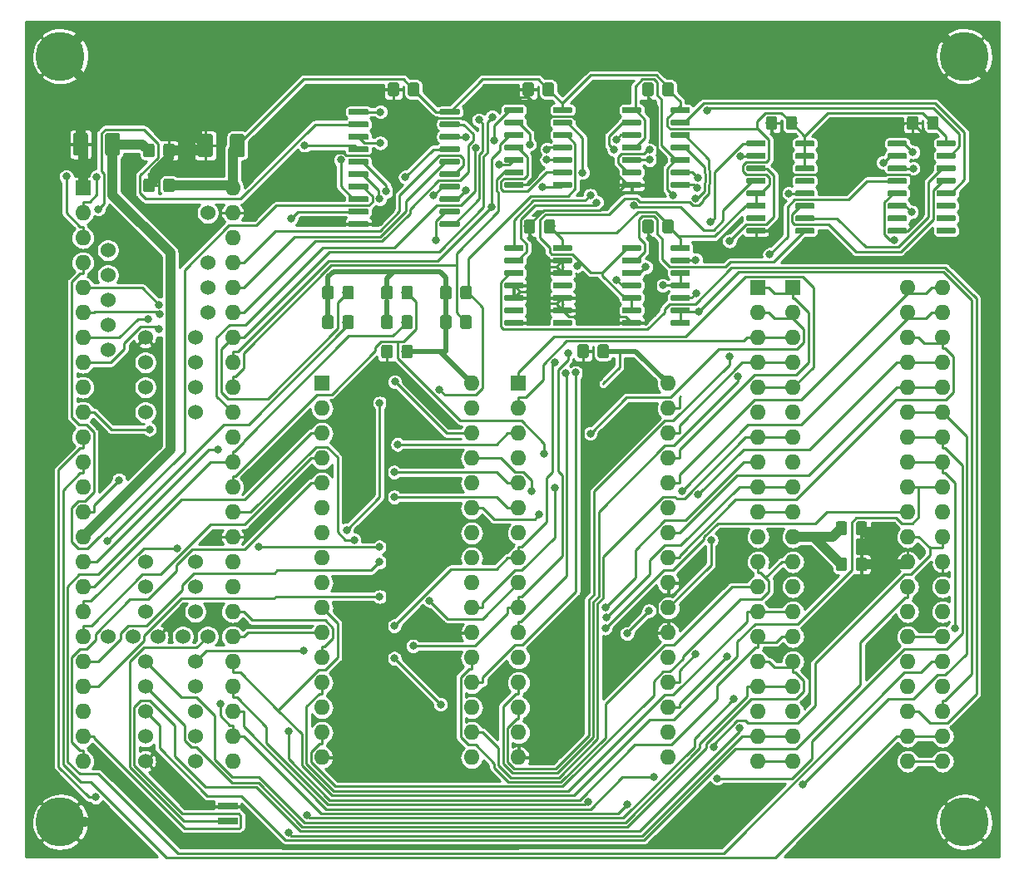
<source format=gbr>
G04 #@! TF.GenerationSoftware,KiCad,Pcbnew,(5.1.2-1)-1*
G04 #@! TF.CreationDate,2020-04-08T11:54:09+01:00*
G04 #@! TF.ProjectId,tranZPUter-SW,7472616e-5a50-4557-9465-722d53572e6b,rev?*
G04 #@! TF.SameCoordinates,Original*
G04 #@! TF.FileFunction,Copper,L1,Top*
G04 #@! TF.FilePolarity,Positive*
%FSLAX46Y46*%
G04 Gerber Fmt 4.6, Leading zero omitted, Abs format (unit mm)*
G04 Created by KiCad (PCBNEW (5.1.2-1)-1) date 2020-04-08 11:54:09*
%MOMM*%
%LPD*%
G04 APERTURE LIST*
%ADD10O,1.600000X1.600000*%
%ADD11R,1.600000X1.600000*%
%ADD12R,2.000000X0.800000*%
%ADD13C,0.800000*%
%ADD14C,5.000000*%
%ADD15C,0.100000*%
%ADD16C,1.500000*%
%ADD17C,1.150000*%
%ADD18C,1.524000*%
%ADD19C,0.600000*%
%ADD20C,0.250000*%
%ADD21C,0.500000*%
%ADD22C,1.000000*%
%ADD23C,0.254000*%
G04 APERTURE END LIST*
D10*
X145875000Y-101333000D03*
X130635000Y-139433000D03*
X145875000Y-103873000D03*
X130635000Y-136893000D03*
X145875000Y-106413000D03*
X130635000Y-134353000D03*
X145875000Y-108953000D03*
X130635000Y-131813000D03*
X145875000Y-111493000D03*
X130635000Y-129273000D03*
X145875000Y-114033000D03*
X130635000Y-126733000D03*
X145875000Y-116573000D03*
X130635000Y-124193000D03*
X145875000Y-119113000D03*
X130635000Y-121653000D03*
X145875000Y-121653000D03*
X130635000Y-119113000D03*
X145875000Y-124193000D03*
X130635000Y-116573000D03*
X145875000Y-126733000D03*
X130635000Y-114033000D03*
X145875000Y-129273000D03*
X130635000Y-111493000D03*
X145875000Y-131813000D03*
X130635000Y-108953000D03*
X145875000Y-134353000D03*
X130635000Y-106413000D03*
X145875000Y-136893000D03*
X130635000Y-103873000D03*
X145875000Y-139433000D03*
D11*
X130635000Y-101333000D03*
D10*
X190246000Y-91567000D03*
X175006000Y-139827000D03*
X190246000Y-94107000D03*
X175006000Y-137287000D03*
X190246000Y-96647000D03*
X175006000Y-134747000D03*
X190246000Y-99187000D03*
X175006000Y-132207000D03*
X190246000Y-101727000D03*
X175006000Y-129667000D03*
X190246000Y-104267000D03*
X175006000Y-127127000D03*
X190246000Y-106807000D03*
X175006000Y-124587000D03*
X190246000Y-109347000D03*
X175006000Y-122047000D03*
X190246000Y-111887000D03*
X175006000Y-119507000D03*
X190246000Y-114427000D03*
X175006000Y-116967000D03*
X190246000Y-116967000D03*
X175006000Y-114427000D03*
X190246000Y-119507000D03*
X175006000Y-111887000D03*
X190246000Y-122047000D03*
X175006000Y-109347000D03*
X190246000Y-124587000D03*
X175006000Y-106807000D03*
X190246000Y-127127000D03*
X175006000Y-104267000D03*
X190246000Y-129667000D03*
X175006000Y-101727000D03*
X190246000Y-132207000D03*
X175006000Y-99187000D03*
X190246000Y-134747000D03*
X175006000Y-96647000D03*
X190246000Y-137287000D03*
X175006000Y-94107000D03*
X190246000Y-139827000D03*
D11*
X175006000Y-91567000D03*
D12*
X121031000Y-144411000D03*
X121031000Y-145911000D03*
D13*
X197325825Y-144674175D03*
X196000000Y-144125000D03*
X194674175Y-144674175D03*
X194125000Y-146000000D03*
X194674175Y-147325825D03*
X196000000Y-147875000D03*
X197325825Y-147325825D03*
X197875000Y-146000000D03*
D14*
X196000000Y-146000000D03*
D13*
X105325825Y-66674175D03*
X104000000Y-66125000D03*
X102674175Y-66674175D03*
X102125000Y-68000000D03*
X102674175Y-69325825D03*
X104000000Y-69875000D03*
X105325825Y-69325825D03*
X105875000Y-68000000D03*
D14*
X104000000Y-68000000D03*
D13*
X197325825Y-66674175D03*
X196000000Y-66125000D03*
X194674175Y-66674175D03*
X194125000Y-68000000D03*
X194674175Y-69325825D03*
X196000000Y-69875000D03*
X197325825Y-69325825D03*
X197875000Y-68000000D03*
D14*
X196000000Y-68000000D03*
D13*
X105325825Y-144674175D03*
X104000000Y-144125000D03*
X102674175Y-144674175D03*
X102125000Y-146000000D03*
X102674175Y-147325825D03*
X104000000Y-147875000D03*
X105325825Y-147325825D03*
X105875000Y-146000000D03*
D14*
X104000000Y-146000000D03*
D15*
G36*
X106595504Y-75788204D02*
G01*
X106619773Y-75791804D01*
X106643571Y-75797765D01*
X106666671Y-75806030D01*
X106688849Y-75816520D01*
X106709893Y-75829133D01*
X106729598Y-75843747D01*
X106747777Y-75860223D01*
X106764253Y-75878402D01*
X106778867Y-75898107D01*
X106791480Y-75919151D01*
X106801970Y-75941329D01*
X106810235Y-75964429D01*
X106816196Y-75988227D01*
X106819796Y-76012496D01*
X106821000Y-76037000D01*
X106821000Y-77887000D01*
X106819796Y-77911504D01*
X106816196Y-77935773D01*
X106810235Y-77959571D01*
X106801970Y-77982671D01*
X106791480Y-78004849D01*
X106778867Y-78025893D01*
X106764253Y-78045598D01*
X106747777Y-78063777D01*
X106729598Y-78080253D01*
X106709893Y-78094867D01*
X106688849Y-78107480D01*
X106666671Y-78117970D01*
X106643571Y-78126235D01*
X106619773Y-78132196D01*
X106595504Y-78135796D01*
X106571000Y-78137000D01*
X105571000Y-78137000D01*
X105546496Y-78135796D01*
X105522227Y-78132196D01*
X105498429Y-78126235D01*
X105475329Y-78117970D01*
X105453151Y-78107480D01*
X105432107Y-78094867D01*
X105412402Y-78080253D01*
X105394223Y-78063777D01*
X105377747Y-78045598D01*
X105363133Y-78025893D01*
X105350520Y-78004849D01*
X105340030Y-77982671D01*
X105331765Y-77959571D01*
X105325804Y-77935773D01*
X105322204Y-77911504D01*
X105321000Y-77887000D01*
X105321000Y-76037000D01*
X105322204Y-76012496D01*
X105325804Y-75988227D01*
X105331765Y-75964429D01*
X105340030Y-75941329D01*
X105350520Y-75919151D01*
X105363133Y-75898107D01*
X105377747Y-75878402D01*
X105394223Y-75860223D01*
X105412402Y-75843747D01*
X105432107Y-75829133D01*
X105453151Y-75816520D01*
X105475329Y-75806030D01*
X105498429Y-75797765D01*
X105522227Y-75791804D01*
X105546496Y-75788204D01*
X105571000Y-75787000D01*
X106571000Y-75787000D01*
X106595504Y-75788204D01*
X106595504Y-75788204D01*
G37*
D16*
X106071000Y-76962000D03*
D15*
G36*
X109845504Y-75788204D02*
G01*
X109869773Y-75791804D01*
X109893571Y-75797765D01*
X109916671Y-75806030D01*
X109938849Y-75816520D01*
X109959893Y-75829133D01*
X109979598Y-75843747D01*
X109997777Y-75860223D01*
X110014253Y-75878402D01*
X110028867Y-75898107D01*
X110041480Y-75919151D01*
X110051970Y-75941329D01*
X110060235Y-75964429D01*
X110066196Y-75988227D01*
X110069796Y-76012496D01*
X110071000Y-76037000D01*
X110071000Y-77887000D01*
X110069796Y-77911504D01*
X110066196Y-77935773D01*
X110060235Y-77959571D01*
X110051970Y-77982671D01*
X110041480Y-78004849D01*
X110028867Y-78025893D01*
X110014253Y-78045598D01*
X109997777Y-78063777D01*
X109979598Y-78080253D01*
X109959893Y-78094867D01*
X109938849Y-78107480D01*
X109916671Y-78117970D01*
X109893571Y-78126235D01*
X109869773Y-78132196D01*
X109845504Y-78135796D01*
X109821000Y-78137000D01*
X108821000Y-78137000D01*
X108796496Y-78135796D01*
X108772227Y-78132196D01*
X108748429Y-78126235D01*
X108725329Y-78117970D01*
X108703151Y-78107480D01*
X108682107Y-78094867D01*
X108662402Y-78080253D01*
X108644223Y-78063777D01*
X108627747Y-78045598D01*
X108613133Y-78025893D01*
X108600520Y-78004849D01*
X108590030Y-77982671D01*
X108581765Y-77959571D01*
X108575804Y-77935773D01*
X108572204Y-77911504D01*
X108571000Y-77887000D01*
X108571000Y-76037000D01*
X108572204Y-76012496D01*
X108575804Y-75988227D01*
X108581765Y-75964429D01*
X108590030Y-75941329D01*
X108600520Y-75919151D01*
X108613133Y-75898107D01*
X108627747Y-75878402D01*
X108644223Y-75860223D01*
X108662402Y-75843747D01*
X108682107Y-75829133D01*
X108703151Y-75816520D01*
X108725329Y-75806030D01*
X108748429Y-75797765D01*
X108772227Y-75791804D01*
X108796496Y-75788204D01*
X108821000Y-75787000D01*
X109821000Y-75787000D01*
X109845504Y-75788204D01*
X109845504Y-75788204D01*
G37*
D16*
X109321000Y-76962000D03*
D15*
G36*
X119295504Y-75915204D02*
G01*
X119319773Y-75918804D01*
X119343571Y-75924765D01*
X119366671Y-75933030D01*
X119388849Y-75943520D01*
X119409893Y-75956133D01*
X119429598Y-75970747D01*
X119447777Y-75987223D01*
X119464253Y-76005402D01*
X119478867Y-76025107D01*
X119491480Y-76046151D01*
X119501970Y-76068329D01*
X119510235Y-76091429D01*
X119516196Y-76115227D01*
X119519796Y-76139496D01*
X119521000Y-76164000D01*
X119521000Y-78014000D01*
X119519796Y-78038504D01*
X119516196Y-78062773D01*
X119510235Y-78086571D01*
X119501970Y-78109671D01*
X119491480Y-78131849D01*
X119478867Y-78152893D01*
X119464253Y-78172598D01*
X119447777Y-78190777D01*
X119429598Y-78207253D01*
X119409893Y-78221867D01*
X119388849Y-78234480D01*
X119366671Y-78244970D01*
X119343571Y-78253235D01*
X119319773Y-78259196D01*
X119295504Y-78262796D01*
X119271000Y-78264000D01*
X118271000Y-78264000D01*
X118246496Y-78262796D01*
X118222227Y-78259196D01*
X118198429Y-78253235D01*
X118175329Y-78244970D01*
X118153151Y-78234480D01*
X118132107Y-78221867D01*
X118112402Y-78207253D01*
X118094223Y-78190777D01*
X118077747Y-78172598D01*
X118063133Y-78152893D01*
X118050520Y-78131849D01*
X118040030Y-78109671D01*
X118031765Y-78086571D01*
X118025804Y-78062773D01*
X118022204Y-78038504D01*
X118021000Y-78014000D01*
X118021000Y-76164000D01*
X118022204Y-76139496D01*
X118025804Y-76115227D01*
X118031765Y-76091429D01*
X118040030Y-76068329D01*
X118050520Y-76046151D01*
X118063133Y-76025107D01*
X118077747Y-76005402D01*
X118094223Y-75987223D01*
X118112402Y-75970747D01*
X118132107Y-75956133D01*
X118153151Y-75943520D01*
X118175329Y-75933030D01*
X118198429Y-75924765D01*
X118222227Y-75918804D01*
X118246496Y-75915204D01*
X118271000Y-75914000D01*
X119271000Y-75914000D01*
X119295504Y-75915204D01*
X119295504Y-75915204D01*
G37*
D16*
X118771000Y-77089000D03*
D15*
G36*
X122545504Y-75915204D02*
G01*
X122569773Y-75918804D01*
X122593571Y-75924765D01*
X122616671Y-75933030D01*
X122638849Y-75943520D01*
X122659893Y-75956133D01*
X122679598Y-75970747D01*
X122697777Y-75987223D01*
X122714253Y-76005402D01*
X122728867Y-76025107D01*
X122741480Y-76046151D01*
X122751970Y-76068329D01*
X122760235Y-76091429D01*
X122766196Y-76115227D01*
X122769796Y-76139496D01*
X122771000Y-76164000D01*
X122771000Y-78014000D01*
X122769796Y-78038504D01*
X122766196Y-78062773D01*
X122760235Y-78086571D01*
X122751970Y-78109671D01*
X122741480Y-78131849D01*
X122728867Y-78152893D01*
X122714253Y-78172598D01*
X122697777Y-78190777D01*
X122679598Y-78207253D01*
X122659893Y-78221867D01*
X122638849Y-78234480D01*
X122616671Y-78244970D01*
X122593571Y-78253235D01*
X122569773Y-78259196D01*
X122545504Y-78262796D01*
X122521000Y-78264000D01*
X121521000Y-78264000D01*
X121496496Y-78262796D01*
X121472227Y-78259196D01*
X121448429Y-78253235D01*
X121425329Y-78244970D01*
X121403151Y-78234480D01*
X121382107Y-78221867D01*
X121362402Y-78207253D01*
X121344223Y-78190777D01*
X121327747Y-78172598D01*
X121313133Y-78152893D01*
X121300520Y-78131849D01*
X121290030Y-78109671D01*
X121281765Y-78086571D01*
X121275804Y-78062773D01*
X121272204Y-78038504D01*
X121271000Y-78014000D01*
X121271000Y-76164000D01*
X121272204Y-76139496D01*
X121275804Y-76115227D01*
X121281765Y-76091429D01*
X121290030Y-76068329D01*
X121300520Y-76046151D01*
X121313133Y-76025107D01*
X121327747Y-76005402D01*
X121344223Y-75987223D01*
X121362402Y-75970747D01*
X121382107Y-75956133D01*
X121403151Y-75943520D01*
X121425329Y-75933030D01*
X121448429Y-75924765D01*
X121472227Y-75918804D01*
X121496496Y-75915204D01*
X121521000Y-75914000D01*
X122521000Y-75914000D01*
X122545504Y-75915204D01*
X122545504Y-75915204D01*
G37*
D16*
X122021000Y-77089000D03*
D15*
G36*
X113370505Y-76898204D02*
G01*
X113394773Y-76901804D01*
X113418572Y-76907765D01*
X113441671Y-76916030D01*
X113463850Y-76926520D01*
X113484893Y-76939132D01*
X113504599Y-76953747D01*
X113522777Y-76970223D01*
X113539253Y-76988401D01*
X113553868Y-77008107D01*
X113566480Y-77029150D01*
X113576970Y-77051329D01*
X113585235Y-77074428D01*
X113591196Y-77098227D01*
X113594796Y-77122495D01*
X113596000Y-77146999D01*
X113596000Y-78047001D01*
X113594796Y-78071505D01*
X113591196Y-78095773D01*
X113585235Y-78119572D01*
X113576970Y-78142671D01*
X113566480Y-78164850D01*
X113553868Y-78185893D01*
X113539253Y-78205599D01*
X113522777Y-78223777D01*
X113504599Y-78240253D01*
X113484893Y-78254868D01*
X113463850Y-78267480D01*
X113441671Y-78277970D01*
X113418572Y-78286235D01*
X113394773Y-78292196D01*
X113370505Y-78295796D01*
X113346001Y-78297000D01*
X112695999Y-78297000D01*
X112671495Y-78295796D01*
X112647227Y-78292196D01*
X112623428Y-78286235D01*
X112600329Y-78277970D01*
X112578150Y-78267480D01*
X112557107Y-78254868D01*
X112537401Y-78240253D01*
X112519223Y-78223777D01*
X112502747Y-78205599D01*
X112488132Y-78185893D01*
X112475520Y-78164850D01*
X112465030Y-78142671D01*
X112456765Y-78119572D01*
X112450804Y-78095773D01*
X112447204Y-78071505D01*
X112446000Y-78047001D01*
X112446000Y-77146999D01*
X112447204Y-77122495D01*
X112450804Y-77098227D01*
X112456765Y-77074428D01*
X112465030Y-77051329D01*
X112475520Y-77029150D01*
X112488132Y-77008107D01*
X112502747Y-76988401D01*
X112519223Y-76970223D01*
X112537401Y-76953747D01*
X112557107Y-76939132D01*
X112578150Y-76926520D01*
X112600329Y-76916030D01*
X112623428Y-76907765D01*
X112647227Y-76901804D01*
X112671495Y-76898204D01*
X112695999Y-76897000D01*
X113346001Y-76897000D01*
X113370505Y-76898204D01*
X113370505Y-76898204D01*
G37*
D17*
X113021000Y-77597000D03*
D15*
G36*
X115420505Y-76898204D02*
G01*
X115444773Y-76901804D01*
X115468572Y-76907765D01*
X115491671Y-76916030D01*
X115513850Y-76926520D01*
X115534893Y-76939132D01*
X115554599Y-76953747D01*
X115572777Y-76970223D01*
X115589253Y-76988401D01*
X115603868Y-77008107D01*
X115616480Y-77029150D01*
X115626970Y-77051329D01*
X115635235Y-77074428D01*
X115641196Y-77098227D01*
X115644796Y-77122495D01*
X115646000Y-77146999D01*
X115646000Y-78047001D01*
X115644796Y-78071505D01*
X115641196Y-78095773D01*
X115635235Y-78119572D01*
X115626970Y-78142671D01*
X115616480Y-78164850D01*
X115603868Y-78185893D01*
X115589253Y-78205599D01*
X115572777Y-78223777D01*
X115554599Y-78240253D01*
X115534893Y-78254868D01*
X115513850Y-78267480D01*
X115491671Y-78277970D01*
X115468572Y-78286235D01*
X115444773Y-78292196D01*
X115420505Y-78295796D01*
X115396001Y-78297000D01*
X114745999Y-78297000D01*
X114721495Y-78295796D01*
X114697227Y-78292196D01*
X114673428Y-78286235D01*
X114650329Y-78277970D01*
X114628150Y-78267480D01*
X114607107Y-78254868D01*
X114587401Y-78240253D01*
X114569223Y-78223777D01*
X114552747Y-78205599D01*
X114538132Y-78185893D01*
X114525520Y-78164850D01*
X114515030Y-78142671D01*
X114506765Y-78119572D01*
X114500804Y-78095773D01*
X114497204Y-78071505D01*
X114496000Y-78047001D01*
X114496000Y-77146999D01*
X114497204Y-77122495D01*
X114500804Y-77098227D01*
X114506765Y-77074428D01*
X114515030Y-77051329D01*
X114525520Y-77029150D01*
X114538132Y-77008107D01*
X114552747Y-76988401D01*
X114569223Y-76970223D01*
X114587401Y-76953747D01*
X114607107Y-76939132D01*
X114628150Y-76926520D01*
X114650329Y-76916030D01*
X114673428Y-76907765D01*
X114697227Y-76901804D01*
X114721495Y-76898204D01*
X114745999Y-76897000D01*
X115396001Y-76897000D01*
X115420505Y-76898204D01*
X115420505Y-76898204D01*
G37*
D17*
X115071000Y-77597000D03*
D18*
X112649000Y-96647000D03*
X112649000Y-99187000D03*
X112649000Y-101727000D03*
X112649000Y-104267000D03*
X117729000Y-104267000D03*
X117729000Y-101727000D03*
X117729000Y-99187000D03*
X117729000Y-96647000D03*
X117729000Y-124587000D03*
X117729000Y-122047000D03*
X117729000Y-119507000D03*
X112649000Y-119507000D03*
X112649000Y-122047000D03*
X112649000Y-124587000D03*
X112649000Y-129667000D03*
X112649000Y-132207000D03*
X112649000Y-134747000D03*
X112649000Y-137287000D03*
X112649000Y-139827000D03*
X117729000Y-139827000D03*
X117729000Y-137287000D03*
X117729000Y-134747000D03*
X117729000Y-132207000D03*
X117729000Y-129667000D03*
X118999000Y-94107000D03*
X118999000Y-91567000D03*
X118999000Y-89027000D03*
X118999000Y-83947000D03*
X108839000Y-97917000D03*
X108839000Y-95377000D03*
X108839000Y-92837000D03*
X108839000Y-90297000D03*
X108839000Y-87757000D03*
X118999000Y-127127000D03*
X116459000Y-127127000D03*
X113919000Y-127127000D03*
X111379000Y-127127000D03*
X108839000Y-127127000D03*
D10*
X121539000Y-81407000D03*
X106299000Y-139827000D03*
X121539000Y-83947000D03*
X106299000Y-137287000D03*
X121539000Y-86487000D03*
X106299000Y-134747000D03*
X121539000Y-89027000D03*
X106299000Y-132207000D03*
X121539000Y-91567000D03*
X106299000Y-129667000D03*
X121539000Y-94107000D03*
X106299000Y-127127000D03*
X121539000Y-96647000D03*
X106299000Y-124587000D03*
X121539000Y-99187000D03*
X106299000Y-122047000D03*
X121539000Y-101727000D03*
X106299000Y-119507000D03*
X121539000Y-104267000D03*
X106299000Y-116967000D03*
X121539000Y-106807000D03*
X106299000Y-114427000D03*
X121539000Y-109347000D03*
X106299000Y-111887000D03*
X121539000Y-111887000D03*
X106299000Y-109347000D03*
X121539000Y-114427000D03*
X106299000Y-106807000D03*
X121539000Y-116967000D03*
X106299000Y-104267000D03*
X121539000Y-119507000D03*
X106299000Y-101727000D03*
X121539000Y-122047000D03*
X106299000Y-99187000D03*
X121539000Y-124587000D03*
X106299000Y-96647000D03*
X121539000Y-127127000D03*
X106299000Y-94107000D03*
X121539000Y-129667000D03*
X106299000Y-91567000D03*
X121539000Y-132207000D03*
X106299000Y-89027000D03*
X121539000Y-134747000D03*
X106299000Y-86487000D03*
X121539000Y-137287000D03*
X106299000Y-83947000D03*
X121539000Y-139827000D03*
D11*
X106299000Y-81407000D03*
D15*
G36*
X180606703Y-76588722D02*
G01*
X180621264Y-76590882D01*
X180635543Y-76594459D01*
X180649403Y-76599418D01*
X180662710Y-76605712D01*
X180675336Y-76613280D01*
X180687159Y-76622048D01*
X180698066Y-76631934D01*
X180707952Y-76642841D01*
X180716720Y-76654664D01*
X180724288Y-76667290D01*
X180730582Y-76680597D01*
X180735541Y-76694457D01*
X180739118Y-76708736D01*
X180741278Y-76723297D01*
X180742000Y-76738000D01*
X180742000Y-77038000D01*
X180741278Y-77052703D01*
X180739118Y-77067264D01*
X180735541Y-77081543D01*
X180730582Y-77095403D01*
X180724288Y-77108710D01*
X180716720Y-77121336D01*
X180707952Y-77133159D01*
X180698066Y-77144066D01*
X180687159Y-77153952D01*
X180675336Y-77162720D01*
X180662710Y-77170288D01*
X180649403Y-77176582D01*
X180635543Y-77181541D01*
X180621264Y-77185118D01*
X180606703Y-77187278D01*
X180592000Y-77188000D01*
X178942000Y-77188000D01*
X178927297Y-77187278D01*
X178912736Y-77185118D01*
X178898457Y-77181541D01*
X178884597Y-77176582D01*
X178871290Y-77170288D01*
X178858664Y-77162720D01*
X178846841Y-77153952D01*
X178835934Y-77144066D01*
X178826048Y-77133159D01*
X178817280Y-77121336D01*
X178809712Y-77108710D01*
X178803418Y-77095403D01*
X178798459Y-77081543D01*
X178794882Y-77067264D01*
X178792722Y-77052703D01*
X178792000Y-77038000D01*
X178792000Y-76738000D01*
X178792722Y-76723297D01*
X178794882Y-76708736D01*
X178798459Y-76694457D01*
X178803418Y-76680597D01*
X178809712Y-76667290D01*
X178817280Y-76654664D01*
X178826048Y-76642841D01*
X178835934Y-76631934D01*
X178846841Y-76622048D01*
X178858664Y-76613280D01*
X178871290Y-76605712D01*
X178884597Y-76599418D01*
X178898457Y-76594459D01*
X178912736Y-76590882D01*
X178927297Y-76588722D01*
X178942000Y-76588000D01*
X180592000Y-76588000D01*
X180606703Y-76588722D01*
X180606703Y-76588722D01*
G37*
D19*
X179767000Y-76888000D03*
D15*
G36*
X180606703Y-77858722D02*
G01*
X180621264Y-77860882D01*
X180635543Y-77864459D01*
X180649403Y-77869418D01*
X180662710Y-77875712D01*
X180675336Y-77883280D01*
X180687159Y-77892048D01*
X180698066Y-77901934D01*
X180707952Y-77912841D01*
X180716720Y-77924664D01*
X180724288Y-77937290D01*
X180730582Y-77950597D01*
X180735541Y-77964457D01*
X180739118Y-77978736D01*
X180741278Y-77993297D01*
X180742000Y-78008000D01*
X180742000Y-78308000D01*
X180741278Y-78322703D01*
X180739118Y-78337264D01*
X180735541Y-78351543D01*
X180730582Y-78365403D01*
X180724288Y-78378710D01*
X180716720Y-78391336D01*
X180707952Y-78403159D01*
X180698066Y-78414066D01*
X180687159Y-78423952D01*
X180675336Y-78432720D01*
X180662710Y-78440288D01*
X180649403Y-78446582D01*
X180635543Y-78451541D01*
X180621264Y-78455118D01*
X180606703Y-78457278D01*
X180592000Y-78458000D01*
X178942000Y-78458000D01*
X178927297Y-78457278D01*
X178912736Y-78455118D01*
X178898457Y-78451541D01*
X178884597Y-78446582D01*
X178871290Y-78440288D01*
X178858664Y-78432720D01*
X178846841Y-78423952D01*
X178835934Y-78414066D01*
X178826048Y-78403159D01*
X178817280Y-78391336D01*
X178809712Y-78378710D01*
X178803418Y-78365403D01*
X178798459Y-78351543D01*
X178794882Y-78337264D01*
X178792722Y-78322703D01*
X178792000Y-78308000D01*
X178792000Y-78008000D01*
X178792722Y-77993297D01*
X178794882Y-77978736D01*
X178798459Y-77964457D01*
X178803418Y-77950597D01*
X178809712Y-77937290D01*
X178817280Y-77924664D01*
X178826048Y-77912841D01*
X178835934Y-77901934D01*
X178846841Y-77892048D01*
X178858664Y-77883280D01*
X178871290Y-77875712D01*
X178884597Y-77869418D01*
X178898457Y-77864459D01*
X178912736Y-77860882D01*
X178927297Y-77858722D01*
X178942000Y-77858000D01*
X180592000Y-77858000D01*
X180606703Y-77858722D01*
X180606703Y-77858722D01*
G37*
D19*
X179767000Y-78158000D03*
D15*
G36*
X180606703Y-79128722D02*
G01*
X180621264Y-79130882D01*
X180635543Y-79134459D01*
X180649403Y-79139418D01*
X180662710Y-79145712D01*
X180675336Y-79153280D01*
X180687159Y-79162048D01*
X180698066Y-79171934D01*
X180707952Y-79182841D01*
X180716720Y-79194664D01*
X180724288Y-79207290D01*
X180730582Y-79220597D01*
X180735541Y-79234457D01*
X180739118Y-79248736D01*
X180741278Y-79263297D01*
X180742000Y-79278000D01*
X180742000Y-79578000D01*
X180741278Y-79592703D01*
X180739118Y-79607264D01*
X180735541Y-79621543D01*
X180730582Y-79635403D01*
X180724288Y-79648710D01*
X180716720Y-79661336D01*
X180707952Y-79673159D01*
X180698066Y-79684066D01*
X180687159Y-79693952D01*
X180675336Y-79702720D01*
X180662710Y-79710288D01*
X180649403Y-79716582D01*
X180635543Y-79721541D01*
X180621264Y-79725118D01*
X180606703Y-79727278D01*
X180592000Y-79728000D01*
X178942000Y-79728000D01*
X178927297Y-79727278D01*
X178912736Y-79725118D01*
X178898457Y-79721541D01*
X178884597Y-79716582D01*
X178871290Y-79710288D01*
X178858664Y-79702720D01*
X178846841Y-79693952D01*
X178835934Y-79684066D01*
X178826048Y-79673159D01*
X178817280Y-79661336D01*
X178809712Y-79648710D01*
X178803418Y-79635403D01*
X178798459Y-79621543D01*
X178794882Y-79607264D01*
X178792722Y-79592703D01*
X178792000Y-79578000D01*
X178792000Y-79278000D01*
X178792722Y-79263297D01*
X178794882Y-79248736D01*
X178798459Y-79234457D01*
X178803418Y-79220597D01*
X178809712Y-79207290D01*
X178817280Y-79194664D01*
X178826048Y-79182841D01*
X178835934Y-79171934D01*
X178846841Y-79162048D01*
X178858664Y-79153280D01*
X178871290Y-79145712D01*
X178884597Y-79139418D01*
X178898457Y-79134459D01*
X178912736Y-79130882D01*
X178927297Y-79128722D01*
X178942000Y-79128000D01*
X180592000Y-79128000D01*
X180606703Y-79128722D01*
X180606703Y-79128722D01*
G37*
D19*
X179767000Y-79428000D03*
D15*
G36*
X180606703Y-80398722D02*
G01*
X180621264Y-80400882D01*
X180635543Y-80404459D01*
X180649403Y-80409418D01*
X180662710Y-80415712D01*
X180675336Y-80423280D01*
X180687159Y-80432048D01*
X180698066Y-80441934D01*
X180707952Y-80452841D01*
X180716720Y-80464664D01*
X180724288Y-80477290D01*
X180730582Y-80490597D01*
X180735541Y-80504457D01*
X180739118Y-80518736D01*
X180741278Y-80533297D01*
X180742000Y-80548000D01*
X180742000Y-80848000D01*
X180741278Y-80862703D01*
X180739118Y-80877264D01*
X180735541Y-80891543D01*
X180730582Y-80905403D01*
X180724288Y-80918710D01*
X180716720Y-80931336D01*
X180707952Y-80943159D01*
X180698066Y-80954066D01*
X180687159Y-80963952D01*
X180675336Y-80972720D01*
X180662710Y-80980288D01*
X180649403Y-80986582D01*
X180635543Y-80991541D01*
X180621264Y-80995118D01*
X180606703Y-80997278D01*
X180592000Y-80998000D01*
X178942000Y-80998000D01*
X178927297Y-80997278D01*
X178912736Y-80995118D01*
X178898457Y-80991541D01*
X178884597Y-80986582D01*
X178871290Y-80980288D01*
X178858664Y-80972720D01*
X178846841Y-80963952D01*
X178835934Y-80954066D01*
X178826048Y-80943159D01*
X178817280Y-80931336D01*
X178809712Y-80918710D01*
X178803418Y-80905403D01*
X178798459Y-80891543D01*
X178794882Y-80877264D01*
X178792722Y-80862703D01*
X178792000Y-80848000D01*
X178792000Y-80548000D01*
X178792722Y-80533297D01*
X178794882Y-80518736D01*
X178798459Y-80504457D01*
X178803418Y-80490597D01*
X178809712Y-80477290D01*
X178817280Y-80464664D01*
X178826048Y-80452841D01*
X178835934Y-80441934D01*
X178846841Y-80432048D01*
X178858664Y-80423280D01*
X178871290Y-80415712D01*
X178884597Y-80409418D01*
X178898457Y-80404459D01*
X178912736Y-80400882D01*
X178927297Y-80398722D01*
X178942000Y-80398000D01*
X180592000Y-80398000D01*
X180606703Y-80398722D01*
X180606703Y-80398722D01*
G37*
D19*
X179767000Y-80698000D03*
D15*
G36*
X180606703Y-81668722D02*
G01*
X180621264Y-81670882D01*
X180635543Y-81674459D01*
X180649403Y-81679418D01*
X180662710Y-81685712D01*
X180675336Y-81693280D01*
X180687159Y-81702048D01*
X180698066Y-81711934D01*
X180707952Y-81722841D01*
X180716720Y-81734664D01*
X180724288Y-81747290D01*
X180730582Y-81760597D01*
X180735541Y-81774457D01*
X180739118Y-81788736D01*
X180741278Y-81803297D01*
X180742000Y-81818000D01*
X180742000Y-82118000D01*
X180741278Y-82132703D01*
X180739118Y-82147264D01*
X180735541Y-82161543D01*
X180730582Y-82175403D01*
X180724288Y-82188710D01*
X180716720Y-82201336D01*
X180707952Y-82213159D01*
X180698066Y-82224066D01*
X180687159Y-82233952D01*
X180675336Y-82242720D01*
X180662710Y-82250288D01*
X180649403Y-82256582D01*
X180635543Y-82261541D01*
X180621264Y-82265118D01*
X180606703Y-82267278D01*
X180592000Y-82268000D01*
X178942000Y-82268000D01*
X178927297Y-82267278D01*
X178912736Y-82265118D01*
X178898457Y-82261541D01*
X178884597Y-82256582D01*
X178871290Y-82250288D01*
X178858664Y-82242720D01*
X178846841Y-82233952D01*
X178835934Y-82224066D01*
X178826048Y-82213159D01*
X178817280Y-82201336D01*
X178809712Y-82188710D01*
X178803418Y-82175403D01*
X178798459Y-82161543D01*
X178794882Y-82147264D01*
X178792722Y-82132703D01*
X178792000Y-82118000D01*
X178792000Y-81818000D01*
X178792722Y-81803297D01*
X178794882Y-81788736D01*
X178798459Y-81774457D01*
X178803418Y-81760597D01*
X178809712Y-81747290D01*
X178817280Y-81734664D01*
X178826048Y-81722841D01*
X178835934Y-81711934D01*
X178846841Y-81702048D01*
X178858664Y-81693280D01*
X178871290Y-81685712D01*
X178884597Y-81679418D01*
X178898457Y-81674459D01*
X178912736Y-81670882D01*
X178927297Y-81668722D01*
X178942000Y-81668000D01*
X180592000Y-81668000D01*
X180606703Y-81668722D01*
X180606703Y-81668722D01*
G37*
D19*
X179767000Y-81968000D03*
D15*
G36*
X180606703Y-82938722D02*
G01*
X180621264Y-82940882D01*
X180635543Y-82944459D01*
X180649403Y-82949418D01*
X180662710Y-82955712D01*
X180675336Y-82963280D01*
X180687159Y-82972048D01*
X180698066Y-82981934D01*
X180707952Y-82992841D01*
X180716720Y-83004664D01*
X180724288Y-83017290D01*
X180730582Y-83030597D01*
X180735541Y-83044457D01*
X180739118Y-83058736D01*
X180741278Y-83073297D01*
X180742000Y-83088000D01*
X180742000Y-83388000D01*
X180741278Y-83402703D01*
X180739118Y-83417264D01*
X180735541Y-83431543D01*
X180730582Y-83445403D01*
X180724288Y-83458710D01*
X180716720Y-83471336D01*
X180707952Y-83483159D01*
X180698066Y-83494066D01*
X180687159Y-83503952D01*
X180675336Y-83512720D01*
X180662710Y-83520288D01*
X180649403Y-83526582D01*
X180635543Y-83531541D01*
X180621264Y-83535118D01*
X180606703Y-83537278D01*
X180592000Y-83538000D01*
X178942000Y-83538000D01*
X178927297Y-83537278D01*
X178912736Y-83535118D01*
X178898457Y-83531541D01*
X178884597Y-83526582D01*
X178871290Y-83520288D01*
X178858664Y-83512720D01*
X178846841Y-83503952D01*
X178835934Y-83494066D01*
X178826048Y-83483159D01*
X178817280Y-83471336D01*
X178809712Y-83458710D01*
X178803418Y-83445403D01*
X178798459Y-83431543D01*
X178794882Y-83417264D01*
X178792722Y-83402703D01*
X178792000Y-83388000D01*
X178792000Y-83088000D01*
X178792722Y-83073297D01*
X178794882Y-83058736D01*
X178798459Y-83044457D01*
X178803418Y-83030597D01*
X178809712Y-83017290D01*
X178817280Y-83004664D01*
X178826048Y-82992841D01*
X178835934Y-82981934D01*
X178846841Y-82972048D01*
X178858664Y-82963280D01*
X178871290Y-82955712D01*
X178884597Y-82949418D01*
X178898457Y-82944459D01*
X178912736Y-82940882D01*
X178927297Y-82938722D01*
X178942000Y-82938000D01*
X180592000Y-82938000D01*
X180606703Y-82938722D01*
X180606703Y-82938722D01*
G37*
D19*
X179767000Y-83238000D03*
D15*
G36*
X180606703Y-84208722D02*
G01*
X180621264Y-84210882D01*
X180635543Y-84214459D01*
X180649403Y-84219418D01*
X180662710Y-84225712D01*
X180675336Y-84233280D01*
X180687159Y-84242048D01*
X180698066Y-84251934D01*
X180707952Y-84262841D01*
X180716720Y-84274664D01*
X180724288Y-84287290D01*
X180730582Y-84300597D01*
X180735541Y-84314457D01*
X180739118Y-84328736D01*
X180741278Y-84343297D01*
X180742000Y-84358000D01*
X180742000Y-84658000D01*
X180741278Y-84672703D01*
X180739118Y-84687264D01*
X180735541Y-84701543D01*
X180730582Y-84715403D01*
X180724288Y-84728710D01*
X180716720Y-84741336D01*
X180707952Y-84753159D01*
X180698066Y-84764066D01*
X180687159Y-84773952D01*
X180675336Y-84782720D01*
X180662710Y-84790288D01*
X180649403Y-84796582D01*
X180635543Y-84801541D01*
X180621264Y-84805118D01*
X180606703Y-84807278D01*
X180592000Y-84808000D01*
X178942000Y-84808000D01*
X178927297Y-84807278D01*
X178912736Y-84805118D01*
X178898457Y-84801541D01*
X178884597Y-84796582D01*
X178871290Y-84790288D01*
X178858664Y-84782720D01*
X178846841Y-84773952D01*
X178835934Y-84764066D01*
X178826048Y-84753159D01*
X178817280Y-84741336D01*
X178809712Y-84728710D01*
X178803418Y-84715403D01*
X178798459Y-84701543D01*
X178794882Y-84687264D01*
X178792722Y-84672703D01*
X178792000Y-84658000D01*
X178792000Y-84358000D01*
X178792722Y-84343297D01*
X178794882Y-84328736D01*
X178798459Y-84314457D01*
X178803418Y-84300597D01*
X178809712Y-84287290D01*
X178817280Y-84274664D01*
X178826048Y-84262841D01*
X178835934Y-84251934D01*
X178846841Y-84242048D01*
X178858664Y-84233280D01*
X178871290Y-84225712D01*
X178884597Y-84219418D01*
X178898457Y-84214459D01*
X178912736Y-84210882D01*
X178927297Y-84208722D01*
X178942000Y-84208000D01*
X180592000Y-84208000D01*
X180606703Y-84208722D01*
X180606703Y-84208722D01*
G37*
D19*
X179767000Y-84508000D03*
D15*
G36*
X180606703Y-85478722D02*
G01*
X180621264Y-85480882D01*
X180635543Y-85484459D01*
X180649403Y-85489418D01*
X180662710Y-85495712D01*
X180675336Y-85503280D01*
X180687159Y-85512048D01*
X180698066Y-85521934D01*
X180707952Y-85532841D01*
X180716720Y-85544664D01*
X180724288Y-85557290D01*
X180730582Y-85570597D01*
X180735541Y-85584457D01*
X180739118Y-85598736D01*
X180741278Y-85613297D01*
X180742000Y-85628000D01*
X180742000Y-85928000D01*
X180741278Y-85942703D01*
X180739118Y-85957264D01*
X180735541Y-85971543D01*
X180730582Y-85985403D01*
X180724288Y-85998710D01*
X180716720Y-86011336D01*
X180707952Y-86023159D01*
X180698066Y-86034066D01*
X180687159Y-86043952D01*
X180675336Y-86052720D01*
X180662710Y-86060288D01*
X180649403Y-86066582D01*
X180635543Y-86071541D01*
X180621264Y-86075118D01*
X180606703Y-86077278D01*
X180592000Y-86078000D01*
X178942000Y-86078000D01*
X178927297Y-86077278D01*
X178912736Y-86075118D01*
X178898457Y-86071541D01*
X178884597Y-86066582D01*
X178871290Y-86060288D01*
X178858664Y-86052720D01*
X178846841Y-86043952D01*
X178835934Y-86034066D01*
X178826048Y-86023159D01*
X178817280Y-86011336D01*
X178809712Y-85998710D01*
X178803418Y-85985403D01*
X178798459Y-85971543D01*
X178794882Y-85957264D01*
X178792722Y-85942703D01*
X178792000Y-85928000D01*
X178792000Y-85628000D01*
X178792722Y-85613297D01*
X178794882Y-85598736D01*
X178798459Y-85584457D01*
X178803418Y-85570597D01*
X178809712Y-85557290D01*
X178817280Y-85544664D01*
X178826048Y-85532841D01*
X178835934Y-85521934D01*
X178846841Y-85512048D01*
X178858664Y-85503280D01*
X178871290Y-85495712D01*
X178884597Y-85489418D01*
X178898457Y-85484459D01*
X178912736Y-85480882D01*
X178927297Y-85478722D01*
X178942000Y-85478000D01*
X180592000Y-85478000D01*
X180606703Y-85478722D01*
X180606703Y-85478722D01*
G37*
D19*
X179767000Y-85778000D03*
D15*
G36*
X175656703Y-85478722D02*
G01*
X175671264Y-85480882D01*
X175685543Y-85484459D01*
X175699403Y-85489418D01*
X175712710Y-85495712D01*
X175725336Y-85503280D01*
X175737159Y-85512048D01*
X175748066Y-85521934D01*
X175757952Y-85532841D01*
X175766720Y-85544664D01*
X175774288Y-85557290D01*
X175780582Y-85570597D01*
X175785541Y-85584457D01*
X175789118Y-85598736D01*
X175791278Y-85613297D01*
X175792000Y-85628000D01*
X175792000Y-85928000D01*
X175791278Y-85942703D01*
X175789118Y-85957264D01*
X175785541Y-85971543D01*
X175780582Y-85985403D01*
X175774288Y-85998710D01*
X175766720Y-86011336D01*
X175757952Y-86023159D01*
X175748066Y-86034066D01*
X175737159Y-86043952D01*
X175725336Y-86052720D01*
X175712710Y-86060288D01*
X175699403Y-86066582D01*
X175685543Y-86071541D01*
X175671264Y-86075118D01*
X175656703Y-86077278D01*
X175642000Y-86078000D01*
X173992000Y-86078000D01*
X173977297Y-86077278D01*
X173962736Y-86075118D01*
X173948457Y-86071541D01*
X173934597Y-86066582D01*
X173921290Y-86060288D01*
X173908664Y-86052720D01*
X173896841Y-86043952D01*
X173885934Y-86034066D01*
X173876048Y-86023159D01*
X173867280Y-86011336D01*
X173859712Y-85998710D01*
X173853418Y-85985403D01*
X173848459Y-85971543D01*
X173844882Y-85957264D01*
X173842722Y-85942703D01*
X173842000Y-85928000D01*
X173842000Y-85628000D01*
X173842722Y-85613297D01*
X173844882Y-85598736D01*
X173848459Y-85584457D01*
X173853418Y-85570597D01*
X173859712Y-85557290D01*
X173867280Y-85544664D01*
X173876048Y-85532841D01*
X173885934Y-85521934D01*
X173896841Y-85512048D01*
X173908664Y-85503280D01*
X173921290Y-85495712D01*
X173934597Y-85489418D01*
X173948457Y-85484459D01*
X173962736Y-85480882D01*
X173977297Y-85478722D01*
X173992000Y-85478000D01*
X175642000Y-85478000D01*
X175656703Y-85478722D01*
X175656703Y-85478722D01*
G37*
D19*
X174817000Y-85778000D03*
D15*
G36*
X175656703Y-84208722D02*
G01*
X175671264Y-84210882D01*
X175685543Y-84214459D01*
X175699403Y-84219418D01*
X175712710Y-84225712D01*
X175725336Y-84233280D01*
X175737159Y-84242048D01*
X175748066Y-84251934D01*
X175757952Y-84262841D01*
X175766720Y-84274664D01*
X175774288Y-84287290D01*
X175780582Y-84300597D01*
X175785541Y-84314457D01*
X175789118Y-84328736D01*
X175791278Y-84343297D01*
X175792000Y-84358000D01*
X175792000Y-84658000D01*
X175791278Y-84672703D01*
X175789118Y-84687264D01*
X175785541Y-84701543D01*
X175780582Y-84715403D01*
X175774288Y-84728710D01*
X175766720Y-84741336D01*
X175757952Y-84753159D01*
X175748066Y-84764066D01*
X175737159Y-84773952D01*
X175725336Y-84782720D01*
X175712710Y-84790288D01*
X175699403Y-84796582D01*
X175685543Y-84801541D01*
X175671264Y-84805118D01*
X175656703Y-84807278D01*
X175642000Y-84808000D01*
X173992000Y-84808000D01*
X173977297Y-84807278D01*
X173962736Y-84805118D01*
X173948457Y-84801541D01*
X173934597Y-84796582D01*
X173921290Y-84790288D01*
X173908664Y-84782720D01*
X173896841Y-84773952D01*
X173885934Y-84764066D01*
X173876048Y-84753159D01*
X173867280Y-84741336D01*
X173859712Y-84728710D01*
X173853418Y-84715403D01*
X173848459Y-84701543D01*
X173844882Y-84687264D01*
X173842722Y-84672703D01*
X173842000Y-84658000D01*
X173842000Y-84358000D01*
X173842722Y-84343297D01*
X173844882Y-84328736D01*
X173848459Y-84314457D01*
X173853418Y-84300597D01*
X173859712Y-84287290D01*
X173867280Y-84274664D01*
X173876048Y-84262841D01*
X173885934Y-84251934D01*
X173896841Y-84242048D01*
X173908664Y-84233280D01*
X173921290Y-84225712D01*
X173934597Y-84219418D01*
X173948457Y-84214459D01*
X173962736Y-84210882D01*
X173977297Y-84208722D01*
X173992000Y-84208000D01*
X175642000Y-84208000D01*
X175656703Y-84208722D01*
X175656703Y-84208722D01*
G37*
D19*
X174817000Y-84508000D03*
D15*
G36*
X175656703Y-82938722D02*
G01*
X175671264Y-82940882D01*
X175685543Y-82944459D01*
X175699403Y-82949418D01*
X175712710Y-82955712D01*
X175725336Y-82963280D01*
X175737159Y-82972048D01*
X175748066Y-82981934D01*
X175757952Y-82992841D01*
X175766720Y-83004664D01*
X175774288Y-83017290D01*
X175780582Y-83030597D01*
X175785541Y-83044457D01*
X175789118Y-83058736D01*
X175791278Y-83073297D01*
X175792000Y-83088000D01*
X175792000Y-83388000D01*
X175791278Y-83402703D01*
X175789118Y-83417264D01*
X175785541Y-83431543D01*
X175780582Y-83445403D01*
X175774288Y-83458710D01*
X175766720Y-83471336D01*
X175757952Y-83483159D01*
X175748066Y-83494066D01*
X175737159Y-83503952D01*
X175725336Y-83512720D01*
X175712710Y-83520288D01*
X175699403Y-83526582D01*
X175685543Y-83531541D01*
X175671264Y-83535118D01*
X175656703Y-83537278D01*
X175642000Y-83538000D01*
X173992000Y-83538000D01*
X173977297Y-83537278D01*
X173962736Y-83535118D01*
X173948457Y-83531541D01*
X173934597Y-83526582D01*
X173921290Y-83520288D01*
X173908664Y-83512720D01*
X173896841Y-83503952D01*
X173885934Y-83494066D01*
X173876048Y-83483159D01*
X173867280Y-83471336D01*
X173859712Y-83458710D01*
X173853418Y-83445403D01*
X173848459Y-83431543D01*
X173844882Y-83417264D01*
X173842722Y-83402703D01*
X173842000Y-83388000D01*
X173842000Y-83088000D01*
X173842722Y-83073297D01*
X173844882Y-83058736D01*
X173848459Y-83044457D01*
X173853418Y-83030597D01*
X173859712Y-83017290D01*
X173867280Y-83004664D01*
X173876048Y-82992841D01*
X173885934Y-82981934D01*
X173896841Y-82972048D01*
X173908664Y-82963280D01*
X173921290Y-82955712D01*
X173934597Y-82949418D01*
X173948457Y-82944459D01*
X173962736Y-82940882D01*
X173977297Y-82938722D01*
X173992000Y-82938000D01*
X175642000Y-82938000D01*
X175656703Y-82938722D01*
X175656703Y-82938722D01*
G37*
D19*
X174817000Y-83238000D03*
D15*
G36*
X175656703Y-81668722D02*
G01*
X175671264Y-81670882D01*
X175685543Y-81674459D01*
X175699403Y-81679418D01*
X175712710Y-81685712D01*
X175725336Y-81693280D01*
X175737159Y-81702048D01*
X175748066Y-81711934D01*
X175757952Y-81722841D01*
X175766720Y-81734664D01*
X175774288Y-81747290D01*
X175780582Y-81760597D01*
X175785541Y-81774457D01*
X175789118Y-81788736D01*
X175791278Y-81803297D01*
X175792000Y-81818000D01*
X175792000Y-82118000D01*
X175791278Y-82132703D01*
X175789118Y-82147264D01*
X175785541Y-82161543D01*
X175780582Y-82175403D01*
X175774288Y-82188710D01*
X175766720Y-82201336D01*
X175757952Y-82213159D01*
X175748066Y-82224066D01*
X175737159Y-82233952D01*
X175725336Y-82242720D01*
X175712710Y-82250288D01*
X175699403Y-82256582D01*
X175685543Y-82261541D01*
X175671264Y-82265118D01*
X175656703Y-82267278D01*
X175642000Y-82268000D01*
X173992000Y-82268000D01*
X173977297Y-82267278D01*
X173962736Y-82265118D01*
X173948457Y-82261541D01*
X173934597Y-82256582D01*
X173921290Y-82250288D01*
X173908664Y-82242720D01*
X173896841Y-82233952D01*
X173885934Y-82224066D01*
X173876048Y-82213159D01*
X173867280Y-82201336D01*
X173859712Y-82188710D01*
X173853418Y-82175403D01*
X173848459Y-82161543D01*
X173844882Y-82147264D01*
X173842722Y-82132703D01*
X173842000Y-82118000D01*
X173842000Y-81818000D01*
X173842722Y-81803297D01*
X173844882Y-81788736D01*
X173848459Y-81774457D01*
X173853418Y-81760597D01*
X173859712Y-81747290D01*
X173867280Y-81734664D01*
X173876048Y-81722841D01*
X173885934Y-81711934D01*
X173896841Y-81702048D01*
X173908664Y-81693280D01*
X173921290Y-81685712D01*
X173934597Y-81679418D01*
X173948457Y-81674459D01*
X173962736Y-81670882D01*
X173977297Y-81668722D01*
X173992000Y-81668000D01*
X175642000Y-81668000D01*
X175656703Y-81668722D01*
X175656703Y-81668722D01*
G37*
D19*
X174817000Y-81968000D03*
D15*
G36*
X175656703Y-80398722D02*
G01*
X175671264Y-80400882D01*
X175685543Y-80404459D01*
X175699403Y-80409418D01*
X175712710Y-80415712D01*
X175725336Y-80423280D01*
X175737159Y-80432048D01*
X175748066Y-80441934D01*
X175757952Y-80452841D01*
X175766720Y-80464664D01*
X175774288Y-80477290D01*
X175780582Y-80490597D01*
X175785541Y-80504457D01*
X175789118Y-80518736D01*
X175791278Y-80533297D01*
X175792000Y-80548000D01*
X175792000Y-80848000D01*
X175791278Y-80862703D01*
X175789118Y-80877264D01*
X175785541Y-80891543D01*
X175780582Y-80905403D01*
X175774288Y-80918710D01*
X175766720Y-80931336D01*
X175757952Y-80943159D01*
X175748066Y-80954066D01*
X175737159Y-80963952D01*
X175725336Y-80972720D01*
X175712710Y-80980288D01*
X175699403Y-80986582D01*
X175685543Y-80991541D01*
X175671264Y-80995118D01*
X175656703Y-80997278D01*
X175642000Y-80998000D01*
X173992000Y-80998000D01*
X173977297Y-80997278D01*
X173962736Y-80995118D01*
X173948457Y-80991541D01*
X173934597Y-80986582D01*
X173921290Y-80980288D01*
X173908664Y-80972720D01*
X173896841Y-80963952D01*
X173885934Y-80954066D01*
X173876048Y-80943159D01*
X173867280Y-80931336D01*
X173859712Y-80918710D01*
X173853418Y-80905403D01*
X173848459Y-80891543D01*
X173844882Y-80877264D01*
X173842722Y-80862703D01*
X173842000Y-80848000D01*
X173842000Y-80548000D01*
X173842722Y-80533297D01*
X173844882Y-80518736D01*
X173848459Y-80504457D01*
X173853418Y-80490597D01*
X173859712Y-80477290D01*
X173867280Y-80464664D01*
X173876048Y-80452841D01*
X173885934Y-80441934D01*
X173896841Y-80432048D01*
X173908664Y-80423280D01*
X173921290Y-80415712D01*
X173934597Y-80409418D01*
X173948457Y-80404459D01*
X173962736Y-80400882D01*
X173977297Y-80398722D01*
X173992000Y-80398000D01*
X175642000Y-80398000D01*
X175656703Y-80398722D01*
X175656703Y-80398722D01*
G37*
D19*
X174817000Y-80698000D03*
D15*
G36*
X175656703Y-79128722D02*
G01*
X175671264Y-79130882D01*
X175685543Y-79134459D01*
X175699403Y-79139418D01*
X175712710Y-79145712D01*
X175725336Y-79153280D01*
X175737159Y-79162048D01*
X175748066Y-79171934D01*
X175757952Y-79182841D01*
X175766720Y-79194664D01*
X175774288Y-79207290D01*
X175780582Y-79220597D01*
X175785541Y-79234457D01*
X175789118Y-79248736D01*
X175791278Y-79263297D01*
X175792000Y-79278000D01*
X175792000Y-79578000D01*
X175791278Y-79592703D01*
X175789118Y-79607264D01*
X175785541Y-79621543D01*
X175780582Y-79635403D01*
X175774288Y-79648710D01*
X175766720Y-79661336D01*
X175757952Y-79673159D01*
X175748066Y-79684066D01*
X175737159Y-79693952D01*
X175725336Y-79702720D01*
X175712710Y-79710288D01*
X175699403Y-79716582D01*
X175685543Y-79721541D01*
X175671264Y-79725118D01*
X175656703Y-79727278D01*
X175642000Y-79728000D01*
X173992000Y-79728000D01*
X173977297Y-79727278D01*
X173962736Y-79725118D01*
X173948457Y-79721541D01*
X173934597Y-79716582D01*
X173921290Y-79710288D01*
X173908664Y-79702720D01*
X173896841Y-79693952D01*
X173885934Y-79684066D01*
X173876048Y-79673159D01*
X173867280Y-79661336D01*
X173859712Y-79648710D01*
X173853418Y-79635403D01*
X173848459Y-79621543D01*
X173844882Y-79607264D01*
X173842722Y-79592703D01*
X173842000Y-79578000D01*
X173842000Y-79278000D01*
X173842722Y-79263297D01*
X173844882Y-79248736D01*
X173848459Y-79234457D01*
X173853418Y-79220597D01*
X173859712Y-79207290D01*
X173867280Y-79194664D01*
X173876048Y-79182841D01*
X173885934Y-79171934D01*
X173896841Y-79162048D01*
X173908664Y-79153280D01*
X173921290Y-79145712D01*
X173934597Y-79139418D01*
X173948457Y-79134459D01*
X173962736Y-79130882D01*
X173977297Y-79128722D01*
X173992000Y-79128000D01*
X175642000Y-79128000D01*
X175656703Y-79128722D01*
X175656703Y-79128722D01*
G37*
D19*
X174817000Y-79428000D03*
D15*
G36*
X175656703Y-77858722D02*
G01*
X175671264Y-77860882D01*
X175685543Y-77864459D01*
X175699403Y-77869418D01*
X175712710Y-77875712D01*
X175725336Y-77883280D01*
X175737159Y-77892048D01*
X175748066Y-77901934D01*
X175757952Y-77912841D01*
X175766720Y-77924664D01*
X175774288Y-77937290D01*
X175780582Y-77950597D01*
X175785541Y-77964457D01*
X175789118Y-77978736D01*
X175791278Y-77993297D01*
X175792000Y-78008000D01*
X175792000Y-78308000D01*
X175791278Y-78322703D01*
X175789118Y-78337264D01*
X175785541Y-78351543D01*
X175780582Y-78365403D01*
X175774288Y-78378710D01*
X175766720Y-78391336D01*
X175757952Y-78403159D01*
X175748066Y-78414066D01*
X175737159Y-78423952D01*
X175725336Y-78432720D01*
X175712710Y-78440288D01*
X175699403Y-78446582D01*
X175685543Y-78451541D01*
X175671264Y-78455118D01*
X175656703Y-78457278D01*
X175642000Y-78458000D01*
X173992000Y-78458000D01*
X173977297Y-78457278D01*
X173962736Y-78455118D01*
X173948457Y-78451541D01*
X173934597Y-78446582D01*
X173921290Y-78440288D01*
X173908664Y-78432720D01*
X173896841Y-78423952D01*
X173885934Y-78414066D01*
X173876048Y-78403159D01*
X173867280Y-78391336D01*
X173859712Y-78378710D01*
X173853418Y-78365403D01*
X173848459Y-78351543D01*
X173844882Y-78337264D01*
X173842722Y-78322703D01*
X173842000Y-78308000D01*
X173842000Y-78008000D01*
X173842722Y-77993297D01*
X173844882Y-77978736D01*
X173848459Y-77964457D01*
X173853418Y-77950597D01*
X173859712Y-77937290D01*
X173867280Y-77924664D01*
X173876048Y-77912841D01*
X173885934Y-77901934D01*
X173896841Y-77892048D01*
X173908664Y-77883280D01*
X173921290Y-77875712D01*
X173934597Y-77869418D01*
X173948457Y-77864459D01*
X173962736Y-77860882D01*
X173977297Y-77858722D01*
X173992000Y-77858000D01*
X175642000Y-77858000D01*
X175656703Y-77858722D01*
X175656703Y-77858722D01*
G37*
D19*
X174817000Y-78158000D03*
D15*
G36*
X175656703Y-76588722D02*
G01*
X175671264Y-76590882D01*
X175685543Y-76594459D01*
X175699403Y-76599418D01*
X175712710Y-76605712D01*
X175725336Y-76613280D01*
X175737159Y-76622048D01*
X175748066Y-76631934D01*
X175757952Y-76642841D01*
X175766720Y-76654664D01*
X175774288Y-76667290D01*
X175780582Y-76680597D01*
X175785541Y-76694457D01*
X175789118Y-76708736D01*
X175791278Y-76723297D01*
X175792000Y-76738000D01*
X175792000Y-77038000D01*
X175791278Y-77052703D01*
X175789118Y-77067264D01*
X175785541Y-77081543D01*
X175780582Y-77095403D01*
X175774288Y-77108710D01*
X175766720Y-77121336D01*
X175757952Y-77133159D01*
X175748066Y-77144066D01*
X175737159Y-77153952D01*
X175725336Y-77162720D01*
X175712710Y-77170288D01*
X175699403Y-77176582D01*
X175685543Y-77181541D01*
X175671264Y-77185118D01*
X175656703Y-77187278D01*
X175642000Y-77188000D01*
X173992000Y-77188000D01*
X173977297Y-77187278D01*
X173962736Y-77185118D01*
X173948457Y-77181541D01*
X173934597Y-77176582D01*
X173921290Y-77170288D01*
X173908664Y-77162720D01*
X173896841Y-77153952D01*
X173885934Y-77144066D01*
X173876048Y-77133159D01*
X173867280Y-77121336D01*
X173859712Y-77108710D01*
X173853418Y-77095403D01*
X173848459Y-77081543D01*
X173844882Y-77067264D01*
X173842722Y-77052703D01*
X173842000Y-77038000D01*
X173842000Y-76738000D01*
X173842722Y-76723297D01*
X173844882Y-76708736D01*
X173848459Y-76694457D01*
X173853418Y-76680597D01*
X173859712Y-76667290D01*
X173867280Y-76654664D01*
X173876048Y-76642841D01*
X173885934Y-76631934D01*
X173896841Y-76622048D01*
X173908664Y-76613280D01*
X173921290Y-76605712D01*
X173934597Y-76599418D01*
X173948457Y-76594459D01*
X173962736Y-76590882D01*
X173977297Y-76588722D01*
X173992000Y-76588000D01*
X175642000Y-76588000D01*
X175656703Y-76588722D01*
X175656703Y-76588722D01*
G37*
D19*
X174817000Y-76888000D03*
D15*
G36*
X194987703Y-76588722D02*
G01*
X195002264Y-76590882D01*
X195016543Y-76594459D01*
X195030403Y-76599418D01*
X195043710Y-76605712D01*
X195056336Y-76613280D01*
X195068159Y-76622048D01*
X195079066Y-76631934D01*
X195088952Y-76642841D01*
X195097720Y-76654664D01*
X195105288Y-76667290D01*
X195111582Y-76680597D01*
X195116541Y-76694457D01*
X195120118Y-76708736D01*
X195122278Y-76723297D01*
X195123000Y-76738000D01*
X195123000Y-77038000D01*
X195122278Y-77052703D01*
X195120118Y-77067264D01*
X195116541Y-77081543D01*
X195111582Y-77095403D01*
X195105288Y-77108710D01*
X195097720Y-77121336D01*
X195088952Y-77133159D01*
X195079066Y-77144066D01*
X195068159Y-77153952D01*
X195056336Y-77162720D01*
X195043710Y-77170288D01*
X195030403Y-77176582D01*
X195016543Y-77181541D01*
X195002264Y-77185118D01*
X194987703Y-77187278D01*
X194973000Y-77188000D01*
X193323000Y-77188000D01*
X193308297Y-77187278D01*
X193293736Y-77185118D01*
X193279457Y-77181541D01*
X193265597Y-77176582D01*
X193252290Y-77170288D01*
X193239664Y-77162720D01*
X193227841Y-77153952D01*
X193216934Y-77144066D01*
X193207048Y-77133159D01*
X193198280Y-77121336D01*
X193190712Y-77108710D01*
X193184418Y-77095403D01*
X193179459Y-77081543D01*
X193175882Y-77067264D01*
X193173722Y-77052703D01*
X193173000Y-77038000D01*
X193173000Y-76738000D01*
X193173722Y-76723297D01*
X193175882Y-76708736D01*
X193179459Y-76694457D01*
X193184418Y-76680597D01*
X193190712Y-76667290D01*
X193198280Y-76654664D01*
X193207048Y-76642841D01*
X193216934Y-76631934D01*
X193227841Y-76622048D01*
X193239664Y-76613280D01*
X193252290Y-76605712D01*
X193265597Y-76599418D01*
X193279457Y-76594459D01*
X193293736Y-76590882D01*
X193308297Y-76588722D01*
X193323000Y-76588000D01*
X194973000Y-76588000D01*
X194987703Y-76588722D01*
X194987703Y-76588722D01*
G37*
D19*
X194148000Y-76888000D03*
D15*
G36*
X194987703Y-77858722D02*
G01*
X195002264Y-77860882D01*
X195016543Y-77864459D01*
X195030403Y-77869418D01*
X195043710Y-77875712D01*
X195056336Y-77883280D01*
X195068159Y-77892048D01*
X195079066Y-77901934D01*
X195088952Y-77912841D01*
X195097720Y-77924664D01*
X195105288Y-77937290D01*
X195111582Y-77950597D01*
X195116541Y-77964457D01*
X195120118Y-77978736D01*
X195122278Y-77993297D01*
X195123000Y-78008000D01*
X195123000Y-78308000D01*
X195122278Y-78322703D01*
X195120118Y-78337264D01*
X195116541Y-78351543D01*
X195111582Y-78365403D01*
X195105288Y-78378710D01*
X195097720Y-78391336D01*
X195088952Y-78403159D01*
X195079066Y-78414066D01*
X195068159Y-78423952D01*
X195056336Y-78432720D01*
X195043710Y-78440288D01*
X195030403Y-78446582D01*
X195016543Y-78451541D01*
X195002264Y-78455118D01*
X194987703Y-78457278D01*
X194973000Y-78458000D01*
X193323000Y-78458000D01*
X193308297Y-78457278D01*
X193293736Y-78455118D01*
X193279457Y-78451541D01*
X193265597Y-78446582D01*
X193252290Y-78440288D01*
X193239664Y-78432720D01*
X193227841Y-78423952D01*
X193216934Y-78414066D01*
X193207048Y-78403159D01*
X193198280Y-78391336D01*
X193190712Y-78378710D01*
X193184418Y-78365403D01*
X193179459Y-78351543D01*
X193175882Y-78337264D01*
X193173722Y-78322703D01*
X193173000Y-78308000D01*
X193173000Y-78008000D01*
X193173722Y-77993297D01*
X193175882Y-77978736D01*
X193179459Y-77964457D01*
X193184418Y-77950597D01*
X193190712Y-77937290D01*
X193198280Y-77924664D01*
X193207048Y-77912841D01*
X193216934Y-77901934D01*
X193227841Y-77892048D01*
X193239664Y-77883280D01*
X193252290Y-77875712D01*
X193265597Y-77869418D01*
X193279457Y-77864459D01*
X193293736Y-77860882D01*
X193308297Y-77858722D01*
X193323000Y-77858000D01*
X194973000Y-77858000D01*
X194987703Y-77858722D01*
X194987703Y-77858722D01*
G37*
D19*
X194148000Y-78158000D03*
D15*
G36*
X194987703Y-79128722D02*
G01*
X195002264Y-79130882D01*
X195016543Y-79134459D01*
X195030403Y-79139418D01*
X195043710Y-79145712D01*
X195056336Y-79153280D01*
X195068159Y-79162048D01*
X195079066Y-79171934D01*
X195088952Y-79182841D01*
X195097720Y-79194664D01*
X195105288Y-79207290D01*
X195111582Y-79220597D01*
X195116541Y-79234457D01*
X195120118Y-79248736D01*
X195122278Y-79263297D01*
X195123000Y-79278000D01*
X195123000Y-79578000D01*
X195122278Y-79592703D01*
X195120118Y-79607264D01*
X195116541Y-79621543D01*
X195111582Y-79635403D01*
X195105288Y-79648710D01*
X195097720Y-79661336D01*
X195088952Y-79673159D01*
X195079066Y-79684066D01*
X195068159Y-79693952D01*
X195056336Y-79702720D01*
X195043710Y-79710288D01*
X195030403Y-79716582D01*
X195016543Y-79721541D01*
X195002264Y-79725118D01*
X194987703Y-79727278D01*
X194973000Y-79728000D01*
X193323000Y-79728000D01*
X193308297Y-79727278D01*
X193293736Y-79725118D01*
X193279457Y-79721541D01*
X193265597Y-79716582D01*
X193252290Y-79710288D01*
X193239664Y-79702720D01*
X193227841Y-79693952D01*
X193216934Y-79684066D01*
X193207048Y-79673159D01*
X193198280Y-79661336D01*
X193190712Y-79648710D01*
X193184418Y-79635403D01*
X193179459Y-79621543D01*
X193175882Y-79607264D01*
X193173722Y-79592703D01*
X193173000Y-79578000D01*
X193173000Y-79278000D01*
X193173722Y-79263297D01*
X193175882Y-79248736D01*
X193179459Y-79234457D01*
X193184418Y-79220597D01*
X193190712Y-79207290D01*
X193198280Y-79194664D01*
X193207048Y-79182841D01*
X193216934Y-79171934D01*
X193227841Y-79162048D01*
X193239664Y-79153280D01*
X193252290Y-79145712D01*
X193265597Y-79139418D01*
X193279457Y-79134459D01*
X193293736Y-79130882D01*
X193308297Y-79128722D01*
X193323000Y-79128000D01*
X194973000Y-79128000D01*
X194987703Y-79128722D01*
X194987703Y-79128722D01*
G37*
D19*
X194148000Y-79428000D03*
D15*
G36*
X194987703Y-80398722D02*
G01*
X195002264Y-80400882D01*
X195016543Y-80404459D01*
X195030403Y-80409418D01*
X195043710Y-80415712D01*
X195056336Y-80423280D01*
X195068159Y-80432048D01*
X195079066Y-80441934D01*
X195088952Y-80452841D01*
X195097720Y-80464664D01*
X195105288Y-80477290D01*
X195111582Y-80490597D01*
X195116541Y-80504457D01*
X195120118Y-80518736D01*
X195122278Y-80533297D01*
X195123000Y-80548000D01*
X195123000Y-80848000D01*
X195122278Y-80862703D01*
X195120118Y-80877264D01*
X195116541Y-80891543D01*
X195111582Y-80905403D01*
X195105288Y-80918710D01*
X195097720Y-80931336D01*
X195088952Y-80943159D01*
X195079066Y-80954066D01*
X195068159Y-80963952D01*
X195056336Y-80972720D01*
X195043710Y-80980288D01*
X195030403Y-80986582D01*
X195016543Y-80991541D01*
X195002264Y-80995118D01*
X194987703Y-80997278D01*
X194973000Y-80998000D01*
X193323000Y-80998000D01*
X193308297Y-80997278D01*
X193293736Y-80995118D01*
X193279457Y-80991541D01*
X193265597Y-80986582D01*
X193252290Y-80980288D01*
X193239664Y-80972720D01*
X193227841Y-80963952D01*
X193216934Y-80954066D01*
X193207048Y-80943159D01*
X193198280Y-80931336D01*
X193190712Y-80918710D01*
X193184418Y-80905403D01*
X193179459Y-80891543D01*
X193175882Y-80877264D01*
X193173722Y-80862703D01*
X193173000Y-80848000D01*
X193173000Y-80548000D01*
X193173722Y-80533297D01*
X193175882Y-80518736D01*
X193179459Y-80504457D01*
X193184418Y-80490597D01*
X193190712Y-80477290D01*
X193198280Y-80464664D01*
X193207048Y-80452841D01*
X193216934Y-80441934D01*
X193227841Y-80432048D01*
X193239664Y-80423280D01*
X193252290Y-80415712D01*
X193265597Y-80409418D01*
X193279457Y-80404459D01*
X193293736Y-80400882D01*
X193308297Y-80398722D01*
X193323000Y-80398000D01*
X194973000Y-80398000D01*
X194987703Y-80398722D01*
X194987703Y-80398722D01*
G37*
D19*
X194148000Y-80698000D03*
D15*
G36*
X194987703Y-81668722D02*
G01*
X195002264Y-81670882D01*
X195016543Y-81674459D01*
X195030403Y-81679418D01*
X195043710Y-81685712D01*
X195056336Y-81693280D01*
X195068159Y-81702048D01*
X195079066Y-81711934D01*
X195088952Y-81722841D01*
X195097720Y-81734664D01*
X195105288Y-81747290D01*
X195111582Y-81760597D01*
X195116541Y-81774457D01*
X195120118Y-81788736D01*
X195122278Y-81803297D01*
X195123000Y-81818000D01*
X195123000Y-82118000D01*
X195122278Y-82132703D01*
X195120118Y-82147264D01*
X195116541Y-82161543D01*
X195111582Y-82175403D01*
X195105288Y-82188710D01*
X195097720Y-82201336D01*
X195088952Y-82213159D01*
X195079066Y-82224066D01*
X195068159Y-82233952D01*
X195056336Y-82242720D01*
X195043710Y-82250288D01*
X195030403Y-82256582D01*
X195016543Y-82261541D01*
X195002264Y-82265118D01*
X194987703Y-82267278D01*
X194973000Y-82268000D01*
X193323000Y-82268000D01*
X193308297Y-82267278D01*
X193293736Y-82265118D01*
X193279457Y-82261541D01*
X193265597Y-82256582D01*
X193252290Y-82250288D01*
X193239664Y-82242720D01*
X193227841Y-82233952D01*
X193216934Y-82224066D01*
X193207048Y-82213159D01*
X193198280Y-82201336D01*
X193190712Y-82188710D01*
X193184418Y-82175403D01*
X193179459Y-82161543D01*
X193175882Y-82147264D01*
X193173722Y-82132703D01*
X193173000Y-82118000D01*
X193173000Y-81818000D01*
X193173722Y-81803297D01*
X193175882Y-81788736D01*
X193179459Y-81774457D01*
X193184418Y-81760597D01*
X193190712Y-81747290D01*
X193198280Y-81734664D01*
X193207048Y-81722841D01*
X193216934Y-81711934D01*
X193227841Y-81702048D01*
X193239664Y-81693280D01*
X193252290Y-81685712D01*
X193265597Y-81679418D01*
X193279457Y-81674459D01*
X193293736Y-81670882D01*
X193308297Y-81668722D01*
X193323000Y-81668000D01*
X194973000Y-81668000D01*
X194987703Y-81668722D01*
X194987703Y-81668722D01*
G37*
D19*
X194148000Y-81968000D03*
D15*
G36*
X194987703Y-82938722D02*
G01*
X195002264Y-82940882D01*
X195016543Y-82944459D01*
X195030403Y-82949418D01*
X195043710Y-82955712D01*
X195056336Y-82963280D01*
X195068159Y-82972048D01*
X195079066Y-82981934D01*
X195088952Y-82992841D01*
X195097720Y-83004664D01*
X195105288Y-83017290D01*
X195111582Y-83030597D01*
X195116541Y-83044457D01*
X195120118Y-83058736D01*
X195122278Y-83073297D01*
X195123000Y-83088000D01*
X195123000Y-83388000D01*
X195122278Y-83402703D01*
X195120118Y-83417264D01*
X195116541Y-83431543D01*
X195111582Y-83445403D01*
X195105288Y-83458710D01*
X195097720Y-83471336D01*
X195088952Y-83483159D01*
X195079066Y-83494066D01*
X195068159Y-83503952D01*
X195056336Y-83512720D01*
X195043710Y-83520288D01*
X195030403Y-83526582D01*
X195016543Y-83531541D01*
X195002264Y-83535118D01*
X194987703Y-83537278D01*
X194973000Y-83538000D01*
X193323000Y-83538000D01*
X193308297Y-83537278D01*
X193293736Y-83535118D01*
X193279457Y-83531541D01*
X193265597Y-83526582D01*
X193252290Y-83520288D01*
X193239664Y-83512720D01*
X193227841Y-83503952D01*
X193216934Y-83494066D01*
X193207048Y-83483159D01*
X193198280Y-83471336D01*
X193190712Y-83458710D01*
X193184418Y-83445403D01*
X193179459Y-83431543D01*
X193175882Y-83417264D01*
X193173722Y-83402703D01*
X193173000Y-83388000D01*
X193173000Y-83088000D01*
X193173722Y-83073297D01*
X193175882Y-83058736D01*
X193179459Y-83044457D01*
X193184418Y-83030597D01*
X193190712Y-83017290D01*
X193198280Y-83004664D01*
X193207048Y-82992841D01*
X193216934Y-82981934D01*
X193227841Y-82972048D01*
X193239664Y-82963280D01*
X193252290Y-82955712D01*
X193265597Y-82949418D01*
X193279457Y-82944459D01*
X193293736Y-82940882D01*
X193308297Y-82938722D01*
X193323000Y-82938000D01*
X194973000Y-82938000D01*
X194987703Y-82938722D01*
X194987703Y-82938722D01*
G37*
D19*
X194148000Y-83238000D03*
D15*
G36*
X194987703Y-84208722D02*
G01*
X195002264Y-84210882D01*
X195016543Y-84214459D01*
X195030403Y-84219418D01*
X195043710Y-84225712D01*
X195056336Y-84233280D01*
X195068159Y-84242048D01*
X195079066Y-84251934D01*
X195088952Y-84262841D01*
X195097720Y-84274664D01*
X195105288Y-84287290D01*
X195111582Y-84300597D01*
X195116541Y-84314457D01*
X195120118Y-84328736D01*
X195122278Y-84343297D01*
X195123000Y-84358000D01*
X195123000Y-84658000D01*
X195122278Y-84672703D01*
X195120118Y-84687264D01*
X195116541Y-84701543D01*
X195111582Y-84715403D01*
X195105288Y-84728710D01*
X195097720Y-84741336D01*
X195088952Y-84753159D01*
X195079066Y-84764066D01*
X195068159Y-84773952D01*
X195056336Y-84782720D01*
X195043710Y-84790288D01*
X195030403Y-84796582D01*
X195016543Y-84801541D01*
X195002264Y-84805118D01*
X194987703Y-84807278D01*
X194973000Y-84808000D01*
X193323000Y-84808000D01*
X193308297Y-84807278D01*
X193293736Y-84805118D01*
X193279457Y-84801541D01*
X193265597Y-84796582D01*
X193252290Y-84790288D01*
X193239664Y-84782720D01*
X193227841Y-84773952D01*
X193216934Y-84764066D01*
X193207048Y-84753159D01*
X193198280Y-84741336D01*
X193190712Y-84728710D01*
X193184418Y-84715403D01*
X193179459Y-84701543D01*
X193175882Y-84687264D01*
X193173722Y-84672703D01*
X193173000Y-84658000D01*
X193173000Y-84358000D01*
X193173722Y-84343297D01*
X193175882Y-84328736D01*
X193179459Y-84314457D01*
X193184418Y-84300597D01*
X193190712Y-84287290D01*
X193198280Y-84274664D01*
X193207048Y-84262841D01*
X193216934Y-84251934D01*
X193227841Y-84242048D01*
X193239664Y-84233280D01*
X193252290Y-84225712D01*
X193265597Y-84219418D01*
X193279457Y-84214459D01*
X193293736Y-84210882D01*
X193308297Y-84208722D01*
X193323000Y-84208000D01*
X194973000Y-84208000D01*
X194987703Y-84208722D01*
X194987703Y-84208722D01*
G37*
D19*
X194148000Y-84508000D03*
D15*
G36*
X194987703Y-85478722D02*
G01*
X195002264Y-85480882D01*
X195016543Y-85484459D01*
X195030403Y-85489418D01*
X195043710Y-85495712D01*
X195056336Y-85503280D01*
X195068159Y-85512048D01*
X195079066Y-85521934D01*
X195088952Y-85532841D01*
X195097720Y-85544664D01*
X195105288Y-85557290D01*
X195111582Y-85570597D01*
X195116541Y-85584457D01*
X195120118Y-85598736D01*
X195122278Y-85613297D01*
X195123000Y-85628000D01*
X195123000Y-85928000D01*
X195122278Y-85942703D01*
X195120118Y-85957264D01*
X195116541Y-85971543D01*
X195111582Y-85985403D01*
X195105288Y-85998710D01*
X195097720Y-86011336D01*
X195088952Y-86023159D01*
X195079066Y-86034066D01*
X195068159Y-86043952D01*
X195056336Y-86052720D01*
X195043710Y-86060288D01*
X195030403Y-86066582D01*
X195016543Y-86071541D01*
X195002264Y-86075118D01*
X194987703Y-86077278D01*
X194973000Y-86078000D01*
X193323000Y-86078000D01*
X193308297Y-86077278D01*
X193293736Y-86075118D01*
X193279457Y-86071541D01*
X193265597Y-86066582D01*
X193252290Y-86060288D01*
X193239664Y-86052720D01*
X193227841Y-86043952D01*
X193216934Y-86034066D01*
X193207048Y-86023159D01*
X193198280Y-86011336D01*
X193190712Y-85998710D01*
X193184418Y-85985403D01*
X193179459Y-85971543D01*
X193175882Y-85957264D01*
X193173722Y-85942703D01*
X193173000Y-85928000D01*
X193173000Y-85628000D01*
X193173722Y-85613297D01*
X193175882Y-85598736D01*
X193179459Y-85584457D01*
X193184418Y-85570597D01*
X193190712Y-85557290D01*
X193198280Y-85544664D01*
X193207048Y-85532841D01*
X193216934Y-85521934D01*
X193227841Y-85512048D01*
X193239664Y-85503280D01*
X193252290Y-85495712D01*
X193265597Y-85489418D01*
X193279457Y-85484459D01*
X193293736Y-85480882D01*
X193308297Y-85478722D01*
X193323000Y-85478000D01*
X194973000Y-85478000D01*
X194987703Y-85478722D01*
X194987703Y-85478722D01*
G37*
D19*
X194148000Y-85778000D03*
D15*
G36*
X190037703Y-85478722D02*
G01*
X190052264Y-85480882D01*
X190066543Y-85484459D01*
X190080403Y-85489418D01*
X190093710Y-85495712D01*
X190106336Y-85503280D01*
X190118159Y-85512048D01*
X190129066Y-85521934D01*
X190138952Y-85532841D01*
X190147720Y-85544664D01*
X190155288Y-85557290D01*
X190161582Y-85570597D01*
X190166541Y-85584457D01*
X190170118Y-85598736D01*
X190172278Y-85613297D01*
X190173000Y-85628000D01*
X190173000Y-85928000D01*
X190172278Y-85942703D01*
X190170118Y-85957264D01*
X190166541Y-85971543D01*
X190161582Y-85985403D01*
X190155288Y-85998710D01*
X190147720Y-86011336D01*
X190138952Y-86023159D01*
X190129066Y-86034066D01*
X190118159Y-86043952D01*
X190106336Y-86052720D01*
X190093710Y-86060288D01*
X190080403Y-86066582D01*
X190066543Y-86071541D01*
X190052264Y-86075118D01*
X190037703Y-86077278D01*
X190023000Y-86078000D01*
X188373000Y-86078000D01*
X188358297Y-86077278D01*
X188343736Y-86075118D01*
X188329457Y-86071541D01*
X188315597Y-86066582D01*
X188302290Y-86060288D01*
X188289664Y-86052720D01*
X188277841Y-86043952D01*
X188266934Y-86034066D01*
X188257048Y-86023159D01*
X188248280Y-86011336D01*
X188240712Y-85998710D01*
X188234418Y-85985403D01*
X188229459Y-85971543D01*
X188225882Y-85957264D01*
X188223722Y-85942703D01*
X188223000Y-85928000D01*
X188223000Y-85628000D01*
X188223722Y-85613297D01*
X188225882Y-85598736D01*
X188229459Y-85584457D01*
X188234418Y-85570597D01*
X188240712Y-85557290D01*
X188248280Y-85544664D01*
X188257048Y-85532841D01*
X188266934Y-85521934D01*
X188277841Y-85512048D01*
X188289664Y-85503280D01*
X188302290Y-85495712D01*
X188315597Y-85489418D01*
X188329457Y-85484459D01*
X188343736Y-85480882D01*
X188358297Y-85478722D01*
X188373000Y-85478000D01*
X190023000Y-85478000D01*
X190037703Y-85478722D01*
X190037703Y-85478722D01*
G37*
D19*
X189198000Y-85778000D03*
D15*
G36*
X190037703Y-84208722D02*
G01*
X190052264Y-84210882D01*
X190066543Y-84214459D01*
X190080403Y-84219418D01*
X190093710Y-84225712D01*
X190106336Y-84233280D01*
X190118159Y-84242048D01*
X190129066Y-84251934D01*
X190138952Y-84262841D01*
X190147720Y-84274664D01*
X190155288Y-84287290D01*
X190161582Y-84300597D01*
X190166541Y-84314457D01*
X190170118Y-84328736D01*
X190172278Y-84343297D01*
X190173000Y-84358000D01*
X190173000Y-84658000D01*
X190172278Y-84672703D01*
X190170118Y-84687264D01*
X190166541Y-84701543D01*
X190161582Y-84715403D01*
X190155288Y-84728710D01*
X190147720Y-84741336D01*
X190138952Y-84753159D01*
X190129066Y-84764066D01*
X190118159Y-84773952D01*
X190106336Y-84782720D01*
X190093710Y-84790288D01*
X190080403Y-84796582D01*
X190066543Y-84801541D01*
X190052264Y-84805118D01*
X190037703Y-84807278D01*
X190023000Y-84808000D01*
X188373000Y-84808000D01*
X188358297Y-84807278D01*
X188343736Y-84805118D01*
X188329457Y-84801541D01*
X188315597Y-84796582D01*
X188302290Y-84790288D01*
X188289664Y-84782720D01*
X188277841Y-84773952D01*
X188266934Y-84764066D01*
X188257048Y-84753159D01*
X188248280Y-84741336D01*
X188240712Y-84728710D01*
X188234418Y-84715403D01*
X188229459Y-84701543D01*
X188225882Y-84687264D01*
X188223722Y-84672703D01*
X188223000Y-84658000D01*
X188223000Y-84358000D01*
X188223722Y-84343297D01*
X188225882Y-84328736D01*
X188229459Y-84314457D01*
X188234418Y-84300597D01*
X188240712Y-84287290D01*
X188248280Y-84274664D01*
X188257048Y-84262841D01*
X188266934Y-84251934D01*
X188277841Y-84242048D01*
X188289664Y-84233280D01*
X188302290Y-84225712D01*
X188315597Y-84219418D01*
X188329457Y-84214459D01*
X188343736Y-84210882D01*
X188358297Y-84208722D01*
X188373000Y-84208000D01*
X190023000Y-84208000D01*
X190037703Y-84208722D01*
X190037703Y-84208722D01*
G37*
D19*
X189198000Y-84508000D03*
D15*
G36*
X190037703Y-82938722D02*
G01*
X190052264Y-82940882D01*
X190066543Y-82944459D01*
X190080403Y-82949418D01*
X190093710Y-82955712D01*
X190106336Y-82963280D01*
X190118159Y-82972048D01*
X190129066Y-82981934D01*
X190138952Y-82992841D01*
X190147720Y-83004664D01*
X190155288Y-83017290D01*
X190161582Y-83030597D01*
X190166541Y-83044457D01*
X190170118Y-83058736D01*
X190172278Y-83073297D01*
X190173000Y-83088000D01*
X190173000Y-83388000D01*
X190172278Y-83402703D01*
X190170118Y-83417264D01*
X190166541Y-83431543D01*
X190161582Y-83445403D01*
X190155288Y-83458710D01*
X190147720Y-83471336D01*
X190138952Y-83483159D01*
X190129066Y-83494066D01*
X190118159Y-83503952D01*
X190106336Y-83512720D01*
X190093710Y-83520288D01*
X190080403Y-83526582D01*
X190066543Y-83531541D01*
X190052264Y-83535118D01*
X190037703Y-83537278D01*
X190023000Y-83538000D01*
X188373000Y-83538000D01*
X188358297Y-83537278D01*
X188343736Y-83535118D01*
X188329457Y-83531541D01*
X188315597Y-83526582D01*
X188302290Y-83520288D01*
X188289664Y-83512720D01*
X188277841Y-83503952D01*
X188266934Y-83494066D01*
X188257048Y-83483159D01*
X188248280Y-83471336D01*
X188240712Y-83458710D01*
X188234418Y-83445403D01*
X188229459Y-83431543D01*
X188225882Y-83417264D01*
X188223722Y-83402703D01*
X188223000Y-83388000D01*
X188223000Y-83088000D01*
X188223722Y-83073297D01*
X188225882Y-83058736D01*
X188229459Y-83044457D01*
X188234418Y-83030597D01*
X188240712Y-83017290D01*
X188248280Y-83004664D01*
X188257048Y-82992841D01*
X188266934Y-82981934D01*
X188277841Y-82972048D01*
X188289664Y-82963280D01*
X188302290Y-82955712D01*
X188315597Y-82949418D01*
X188329457Y-82944459D01*
X188343736Y-82940882D01*
X188358297Y-82938722D01*
X188373000Y-82938000D01*
X190023000Y-82938000D01*
X190037703Y-82938722D01*
X190037703Y-82938722D01*
G37*
D19*
X189198000Y-83238000D03*
D15*
G36*
X190037703Y-81668722D02*
G01*
X190052264Y-81670882D01*
X190066543Y-81674459D01*
X190080403Y-81679418D01*
X190093710Y-81685712D01*
X190106336Y-81693280D01*
X190118159Y-81702048D01*
X190129066Y-81711934D01*
X190138952Y-81722841D01*
X190147720Y-81734664D01*
X190155288Y-81747290D01*
X190161582Y-81760597D01*
X190166541Y-81774457D01*
X190170118Y-81788736D01*
X190172278Y-81803297D01*
X190173000Y-81818000D01*
X190173000Y-82118000D01*
X190172278Y-82132703D01*
X190170118Y-82147264D01*
X190166541Y-82161543D01*
X190161582Y-82175403D01*
X190155288Y-82188710D01*
X190147720Y-82201336D01*
X190138952Y-82213159D01*
X190129066Y-82224066D01*
X190118159Y-82233952D01*
X190106336Y-82242720D01*
X190093710Y-82250288D01*
X190080403Y-82256582D01*
X190066543Y-82261541D01*
X190052264Y-82265118D01*
X190037703Y-82267278D01*
X190023000Y-82268000D01*
X188373000Y-82268000D01*
X188358297Y-82267278D01*
X188343736Y-82265118D01*
X188329457Y-82261541D01*
X188315597Y-82256582D01*
X188302290Y-82250288D01*
X188289664Y-82242720D01*
X188277841Y-82233952D01*
X188266934Y-82224066D01*
X188257048Y-82213159D01*
X188248280Y-82201336D01*
X188240712Y-82188710D01*
X188234418Y-82175403D01*
X188229459Y-82161543D01*
X188225882Y-82147264D01*
X188223722Y-82132703D01*
X188223000Y-82118000D01*
X188223000Y-81818000D01*
X188223722Y-81803297D01*
X188225882Y-81788736D01*
X188229459Y-81774457D01*
X188234418Y-81760597D01*
X188240712Y-81747290D01*
X188248280Y-81734664D01*
X188257048Y-81722841D01*
X188266934Y-81711934D01*
X188277841Y-81702048D01*
X188289664Y-81693280D01*
X188302290Y-81685712D01*
X188315597Y-81679418D01*
X188329457Y-81674459D01*
X188343736Y-81670882D01*
X188358297Y-81668722D01*
X188373000Y-81668000D01*
X190023000Y-81668000D01*
X190037703Y-81668722D01*
X190037703Y-81668722D01*
G37*
D19*
X189198000Y-81968000D03*
D15*
G36*
X190037703Y-80398722D02*
G01*
X190052264Y-80400882D01*
X190066543Y-80404459D01*
X190080403Y-80409418D01*
X190093710Y-80415712D01*
X190106336Y-80423280D01*
X190118159Y-80432048D01*
X190129066Y-80441934D01*
X190138952Y-80452841D01*
X190147720Y-80464664D01*
X190155288Y-80477290D01*
X190161582Y-80490597D01*
X190166541Y-80504457D01*
X190170118Y-80518736D01*
X190172278Y-80533297D01*
X190173000Y-80548000D01*
X190173000Y-80848000D01*
X190172278Y-80862703D01*
X190170118Y-80877264D01*
X190166541Y-80891543D01*
X190161582Y-80905403D01*
X190155288Y-80918710D01*
X190147720Y-80931336D01*
X190138952Y-80943159D01*
X190129066Y-80954066D01*
X190118159Y-80963952D01*
X190106336Y-80972720D01*
X190093710Y-80980288D01*
X190080403Y-80986582D01*
X190066543Y-80991541D01*
X190052264Y-80995118D01*
X190037703Y-80997278D01*
X190023000Y-80998000D01*
X188373000Y-80998000D01*
X188358297Y-80997278D01*
X188343736Y-80995118D01*
X188329457Y-80991541D01*
X188315597Y-80986582D01*
X188302290Y-80980288D01*
X188289664Y-80972720D01*
X188277841Y-80963952D01*
X188266934Y-80954066D01*
X188257048Y-80943159D01*
X188248280Y-80931336D01*
X188240712Y-80918710D01*
X188234418Y-80905403D01*
X188229459Y-80891543D01*
X188225882Y-80877264D01*
X188223722Y-80862703D01*
X188223000Y-80848000D01*
X188223000Y-80548000D01*
X188223722Y-80533297D01*
X188225882Y-80518736D01*
X188229459Y-80504457D01*
X188234418Y-80490597D01*
X188240712Y-80477290D01*
X188248280Y-80464664D01*
X188257048Y-80452841D01*
X188266934Y-80441934D01*
X188277841Y-80432048D01*
X188289664Y-80423280D01*
X188302290Y-80415712D01*
X188315597Y-80409418D01*
X188329457Y-80404459D01*
X188343736Y-80400882D01*
X188358297Y-80398722D01*
X188373000Y-80398000D01*
X190023000Y-80398000D01*
X190037703Y-80398722D01*
X190037703Y-80398722D01*
G37*
D19*
X189198000Y-80698000D03*
D15*
G36*
X190037703Y-79128722D02*
G01*
X190052264Y-79130882D01*
X190066543Y-79134459D01*
X190080403Y-79139418D01*
X190093710Y-79145712D01*
X190106336Y-79153280D01*
X190118159Y-79162048D01*
X190129066Y-79171934D01*
X190138952Y-79182841D01*
X190147720Y-79194664D01*
X190155288Y-79207290D01*
X190161582Y-79220597D01*
X190166541Y-79234457D01*
X190170118Y-79248736D01*
X190172278Y-79263297D01*
X190173000Y-79278000D01*
X190173000Y-79578000D01*
X190172278Y-79592703D01*
X190170118Y-79607264D01*
X190166541Y-79621543D01*
X190161582Y-79635403D01*
X190155288Y-79648710D01*
X190147720Y-79661336D01*
X190138952Y-79673159D01*
X190129066Y-79684066D01*
X190118159Y-79693952D01*
X190106336Y-79702720D01*
X190093710Y-79710288D01*
X190080403Y-79716582D01*
X190066543Y-79721541D01*
X190052264Y-79725118D01*
X190037703Y-79727278D01*
X190023000Y-79728000D01*
X188373000Y-79728000D01*
X188358297Y-79727278D01*
X188343736Y-79725118D01*
X188329457Y-79721541D01*
X188315597Y-79716582D01*
X188302290Y-79710288D01*
X188289664Y-79702720D01*
X188277841Y-79693952D01*
X188266934Y-79684066D01*
X188257048Y-79673159D01*
X188248280Y-79661336D01*
X188240712Y-79648710D01*
X188234418Y-79635403D01*
X188229459Y-79621543D01*
X188225882Y-79607264D01*
X188223722Y-79592703D01*
X188223000Y-79578000D01*
X188223000Y-79278000D01*
X188223722Y-79263297D01*
X188225882Y-79248736D01*
X188229459Y-79234457D01*
X188234418Y-79220597D01*
X188240712Y-79207290D01*
X188248280Y-79194664D01*
X188257048Y-79182841D01*
X188266934Y-79171934D01*
X188277841Y-79162048D01*
X188289664Y-79153280D01*
X188302290Y-79145712D01*
X188315597Y-79139418D01*
X188329457Y-79134459D01*
X188343736Y-79130882D01*
X188358297Y-79128722D01*
X188373000Y-79128000D01*
X190023000Y-79128000D01*
X190037703Y-79128722D01*
X190037703Y-79128722D01*
G37*
D19*
X189198000Y-79428000D03*
D15*
G36*
X190037703Y-77858722D02*
G01*
X190052264Y-77860882D01*
X190066543Y-77864459D01*
X190080403Y-77869418D01*
X190093710Y-77875712D01*
X190106336Y-77883280D01*
X190118159Y-77892048D01*
X190129066Y-77901934D01*
X190138952Y-77912841D01*
X190147720Y-77924664D01*
X190155288Y-77937290D01*
X190161582Y-77950597D01*
X190166541Y-77964457D01*
X190170118Y-77978736D01*
X190172278Y-77993297D01*
X190173000Y-78008000D01*
X190173000Y-78308000D01*
X190172278Y-78322703D01*
X190170118Y-78337264D01*
X190166541Y-78351543D01*
X190161582Y-78365403D01*
X190155288Y-78378710D01*
X190147720Y-78391336D01*
X190138952Y-78403159D01*
X190129066Y-78414066D01*
X190118159Y-78423952D01*
X190106336Y-78432720D01*
X190093710Y-78440288D01*
X190080403Y-78446582D01*
X190066543Y-78451541D01*
X190052264Y-78455118D01*
X190037703Y-78457278D01*
X190023000Y-78458000D01*
X188373000Y-78458000D01*
X188358297Y-78457278D01*
X188343736Y-78455118D01*
X188329457Y-78451541D01*
X188315597Y-78446582D01*
X188302290Y-78440288D01*
X188289664Y-78432720D01*
X188277841Y-78423952D01*
X188266934Y-78414066D01*
X188257048Y-78403159D01*
X188248280Y-78391336D01*
X188240712Y-78378710D01*
X188234418Y-78365403D01*
X188229459Y-78351543D01*
X188225882Y-78337264D01*
X188223722Y-78322703D01*
X188223000Y-78308000D01*
X188223000Y-78008000D01*
X188223722Y-77993297D01*
X188225882Y-77978736D01*
X188229459Y-77964457D01*
X188234418Y-77950597D01*
X188240712Y-77937290D01*
X188248280Y-77924664D01*
X188257048Y-77912841D01*
X188266934Y-77901934D01*
X188277841Y-77892048D01*
X188289664Y-77883280D01*
X188302290Y-77875712D01*
X188315597Y-77869418D01*
X188329457Y-77864459D01*
X188343736Y-77860882D01*
X188358297Y-77858722D01*
X188373000Y-77858000D01*
X190023000Y-77858000D01*
X190037703Y-77858722D01*
X190037703Y-77858722D01*
G37*
D19*
X189198000Y-78158000D03*
D15*
G36*
X190037703Y-76588722D02*
G01*
X190052264Y-76590882D01*
X190066543Y-76594459D01*
X190080403Y-76599418D01*
X190093710Y-76605712D01*
X190106336Y-76613280D01*
X190118159Y-76622048D01*
X190129066Y-76631934D01*
X190138952Y-76642841D01*
X190147720Y-76654664D01*
X190155288Y-76667290D01*
X190161582Y-76680597D01*
X190166541Y-76694457D01*
X190170118Y-76708736D01*
X190172278Y-76723297D01*
X190173000Y-76738000D01*
X190173000Y-77038000D01*
X190172278Y-77052703D01*
X190170118Y-77067264D01*
X190166541Y-77081543D01*
X190161582Y-77095403D01*
X190155288Y-77108710D01*
X190147720Y-77121336D01*
X190138952Y-77133159D01*
X190129066Y-77144066D01*
X190118159Y-77153952D01*
X190106336Y-77162720D01*
X190093710Y-77170288D01*
X190080403Y-77176582D01*
X190066543Y-77181541D01*
X190052264Y-77185118D01*
X190037703Y-77187278D01*
X190023000Y-77188000D01*
X188373000Y-77188000D01*
X188358297Y-77187278D01*
X188343736Y-77185118D01*
X188329457Y-77181541D01*
X188315597Y-77176582D01*
X188302290Y-77170288D01*
X188289664Y-77162720D01*
X188277841Y-77153952D01*
X188266934Y-77144066D01*
X188257048Y-77133159D01*
X188248280Y-77121336D01*
X188240712Y-77108710D01*
X188234418Y-77095403D01*
X188229459Y-77081543D01*
X188225882Y-77067264D01*
X188223722Y-77052703D01*
X188223000Y-77038000D01*
X188223000Y-76738000D01*
X188223722Y-76723297D01*
X188225882Y-76708736D01*
X188229459Y-76694457D01*
X188234418Y-76680597D01*
X188240712Y-76667290D01*
X188248280Y-76654664D01*
X188257048Y-76642841D01*
X188266934Y-76631934D01*
X188277841Y-76622048D01*
X188289664Y-76613280D01*
X188302290Y-76605712D01*
X188315597Y-76599418D01*
X188329457Y-76594459D01*
X188343736Y-76590882D01*
X188358297Y-76588722D01*
X188373000Y-76588000D01*
X190023000Y-76588000D01*
X190037703Y-76588722D01*
X190037703Y-76588722D01*
G37*
D19*
X189198000Y-76888000D03*
D15*
G36*
X155949703Y-73171722D02*
G01*
X155964264Y-73173882D01*
X155978543Y-73177459D01*
X155992403Y-73182418D01*
X156005710Y-73188712D01*
X156018336Y-73196280D01*
X156030159Y-73205048D01*
X156041066Y-73214934D01*
X156050952Y-73225841D01*
X156059720Y-73237664D01*
X156067288Y-73250290D01*
X156073582Y-73263597D01*
X156078541Y-73277457D01*
X156082118Y-73291736D01*
X156084278Y-73306297D01*
X156085000Y-73321000D01*
X156085000Y-73621000D01*
X156084278Y-73635703D01*
X156082118Y-73650264D01*
X156078541Y-73664543D01*
X156073582Y-73678403D01*
X156067288Y-73691710D01*
X156059720Y-73704336D01*
X156050952Y-73716159D01*
X156041066Y-73727066D01*
X156030159Y-73736952D01*
X156018336Y-73745720D01*
X156005710Y-73753288D01*
X155992403Y-73759582D01*
X155978543Y-73764541D01*
X155964264Y-73768118D01*
X155949703Y-73770278D01*
X155935000Y-73771000D01*
X154285000Y-73771000D01*
X154270297Y-73770278D01*
X154255736Y-73768118D01*
X154241457Y-73764541D01*
X154227597Y-73759582D01*
X154214290Y-73753288D01*
X154201664Y-73745720D01*
X154189841Y-73736952D01*
X154178934Y-73727066D01*
X154169048Y-73716159D01*
X154160280Y-73704336D01*
X154152712Y-73691710D01*
X154146418Y-73678403D01*
X154141459Y-73664543D01*
X154137882Y-73650264D01*
X154135722Y-73635703D01*
X154135000Y-73621000D01*
X154135000Y-73321000D01*
X154135722Y-73306297D01*
X154137882Y-73291736D01*
X154141459Y-73277457D01*
X154146418Y-73263597D01*
X154152712Y-73250290D01*
X154160280Y-73237664D01*
X154169048Y-73225841D01*
X154178934Y-73214934D01*
X154189841Y-73205048D01*
X154201664Y-73196280D01*
X154214290Y-73188712D01*
X154227597Y-73182418D01*
X154241457Y-73177459D01*
X154255736Y-73173882D01*
X154270297Y-73171722D01*
X154285000Y-73171000D01*
X155935000Y-73171000D01*
X155949703Y-73171722D01*
X155949703Y-73171722D01*
G37*
D19*
X155110000Y-73471000D03*
D15*
G36*
X155949703Y-74441722D02*
G01*
X155964264Y-74443882D01*
X155978543Y-74447459D01*
X155992403Y-74452418D01*
X156005710Y-74458712D01*
X156018336Y-74466280D01*
X156030159Y-74475048D01*
X156041066Y-74484934D01*
X156050952Y-74495841D01*
X156059720Y-74507664D01*
X156067288Y-74520290D01*
X156073582Y-74533597D01*
X156078541Y-74547457D01*
X156082118Y-74561736D01*
X156084278Y-74576297D01*
X156085000Y-74591000D01*
X156085000Y-74891000D01*
X156084278Y-74905703D01*
X156082118Y-74920264D01*
X156078541Y-74934543D01*
X156073582Y-74948403D01*
X156067288Y-74961710D01*
X156059720Y-74974336D01*
X156050952Y-74986159D01*
X156041066Y-74997066D01*
X156030159Y-75006952D01*
X156018336Y-75015720D01*
X156005710Y-75023288D01*
X155992403Y-75029582D01*
X155978543Y-75034541D01*
X155964264Y-75038118D01*
X155949703Y-75040278D01*
X155935000Y-75041000D01*
X154285000Y-75041000D01*
X154270297Y-75040278D01*
X154255736Y-75038118D01*
X154241457Y-75034541D01*
X154227597Y-75029582D01*
X154214290Y-75023288D01*
X154201664Y-75015720D01*
X154189841Y-75006952D01*
X154178934Y-74997066D01*
X154169048Y-74986159D01*
X154160280Y-74974336D01*
X154152712Y-74961710D01*
X154146418Y-74948403D01*
X154141459Y-74934543D01*
X154137882Y-74920264D01*
X154135722Y-74905703D01*
X154135000Y-74891000D01*
X154135000Y-74591000D01*
X154135722Y-74576297D01*
X154137882Y-74561736D01*
X154141459Y-74547457D01*
X154146418Y-74533597D01*
X154152712Y-74520290D01*
X154160280Y-74507664D01*
X154169048Y-74495841D01*
X154178934Y-74484934D01*
X154189841Y-74475048D01*
X154201664Y-74466280D01*
X154214290Y-74458712D01*
X154227597Y-74452418D01*
X154241457Y-74447459D01*
X154255736Y-74443882D01*
X154270297Y-74441722D01*
X154285000Y-74441000D01*
X155935000Y-74441000D01*
X155949703Y-74441722D01*
X155949703Y-74441722D01*
G37*
D19*
X155110000Y-74741000D03*
D15*
G36*
X155949703Y-75711722D02*
G01*
X155964264Y-75713882D01*
X155978543Y-75717459D01*
X155992403Y-75722418D01*
X156005710Y-75728712D01*
X156018336Y-75736280D01*
X156030159Y-75745048D01*
X156041066Y-75754934D01*
X156050952Y-75765841D01*
X156059720Y-75777664D01*
X156067288Y-75790290D01*
X156073582Y-75803597D01*
X156078541Y-75817457D01*
X156082118Y-75831736D01*
X156084278Y-75846297D01*
X156085000Y-75861000D01*
X156085000Y-76161000D01*
X156084278Y-76175703D01*
X156082118Y-76190264D01*
X156078541Y-76204543D01*
X156073582Y-76218403D01*
X156067288Y-76231710D01*
X156059720Y-76244336D01*
X156050952Y-76256159D01*
X156041066Y-76267066D01*
X156030159Y-76276952D01*
X156018336Y-76285720D01*
X156005710Y-76293288D01*
X155992403Y-76299582D01*
X155978543Y-76304541D01*
X155964264Y-76308118D01*
X155949703Y-76310278D01*
X155935000Y-76311000D01*
X154285000Y-76311000D01*
X154270297Y-76310278D01*
X154255736Y-76308118D01*
X154241457Y-76304541D01*
X154227597Y-76299582D01*
X154214290Y-76293288D01*
X154201664Y-76285720D01*
X154189841Y-76276952D01*
X154178934Y-76267066D01*
X154169048Y-76256159D01*
X154160280Y-76244336D01*
X154152712Y-76231710D01*
X154146418Y-76218403D01*
X154141459Y-76204543D01*
X154137882Y-76190264D01*
X154135722Y-76175703D01*
X154135000Y-76161000D01*
X154135000Y-75861000D01*
X154135722Y-75846297D01*
X154137882Y-75831736D01*
X154141459Y-75817457D01*
X154146418Y-75803597D01*
X154152712Y-75790290D01*
X154160280Y-75777664D01*
X154169048Y-75765841D01*
X154178934Y-75754934D01*
X154189841Y-75745048D01*
X154201664Y-75736280D01*
X154214290Y-75728712D01*
X154227597Y-75722418D01*
X154241457Y-75717459D01*
X154255736Y-75713882D01*
X154270297Y-75711722D01*
X154285000Y-75711000D01*
X155935000Y-75711000D01*
X155949703Y-75711722D01*
X155949703Y-75711722D01*
G37*
D19*
X155110000Y-76011000D03*
D15*
G36*
X155949703Y-76981722D02*
G01*
X155964264Y-76983882D01*
X155978543Y-76987459D01*
X155992403Y-76992418D01*
X156005710Y-76998712D01*
X156018336Y-77006280D01*
X156030159Y-77015048D01*
X156041066Y-77024934D01*
X156050952Y-77035841D01*
X156059720Y-77047664D01*
X156067288Y-77060290D01*
X156073582Y-77073597D01*
X156078541Y-77087457D01*
X156082118Y-77101736D01*
X156084278Y-77116297D01*
X156085000Y-77131000D01*
X156085000Y-77431000D01*
X156084278Y-77445703D01*
X156082118Y-77460264D01*
X156078541Y-77474543D01*
X156073582Y-77488403D01*
X156067288Y-77501710D01*
X156059720Y-77514336D01*
X156050952Y-77526159D01*
X156041066Y-77537066D01*
X156030159Y-77546952D01*
X156018336Y-77555720D01*
X156005710Y-77563288D01*
X155992403Y-77569582D01*
X155978543Y-77574541D01*
X155964264Y-77578118D01*
X155949703Y-77580278D01*
X155935000Y-77581000D01*
X154285000Y-77581000D01*
X154270297Y-77580278D01*
X154255736Y-77578118D01*
X154241457Y-77574541D01*
X154227597Y-77569582D01*
X154214290Y-77563288D01*
X154201664Y-77555720D01*
X154189841Y-77546952D01*
X154178934Y-77537066D01*
X154169048Y-77526159D01*
X154160280Y-77514336D01*
X154152712Y-77501710D01*
X154146418Y-77488403D01*
X154141459Y-77474543D01*
X154137882Y-77460264D01*
X154135722Y-77445703D01*
X154135000Y-77431000D01*
X154135000Y-77131000D01*
X154135722Y-77116297D01*
X154137882Y-77101736D01*
X154141459Y-77087457D01*
X154146418Y-77073597D01*
X154152712Y-77060290D01*
X154160280Y-77047664D01*
X154169048Y-77035841D01*
X154178934Y-77024934D01*
X154189841Y-77015048D01*
X154201664Y-77006280D01*
X154214290Y-76998712D01*
X154227597Y-76992418D01*
X154241457Y-76987459D01*
X154255736Y-76983882D01*
X154270297Y-76981722D01*
X154285000Y-76981000D01*
X155935000Y-76981000D01*
X155949703Y-76981722D01*
X155949703Y-76981722D01*
G37*
D19*
X155110000Y-77281000D03*
D15*
G36*
X155949703Y-78251722D02*
G01*
X155964264Y-78253882D01*
X155978543Y-78257459D01*
X155992403Y-78262418D01*
X156005710Y-78268712D01*
X156018336Y-78276280D01*
X156030159Y-78285048D01*
X156041066Y-78294934D01*
X156050952Y-78305841D01*
X156059720Y-78317664D01*
X156067288Y-78330290D01*
X156073582Y-78343597D01*
X156078541Y-78357457D01*
X156082118Y-78371736D01*
X156084278Y-78386297D01*
X156085000Y-78401000D01*
X156085000Y-78701000D01*
X156084278Y-78715703D01*
X156082118Y-78730264D01*
X156078541Y-78744543D01*
X156073582Y-78758403D01*
X156067288Y-78771710D01*
X156059720Y-78784336D01*
X156050952Y-78796159D01*
X156041066Y-78807066D01*
X156030159Y-78816952D01*
X156018336Y-78825720D01*
X156005710Y-78833288D01*
X155992403Y-78839582D01*
X155978543Y-78844541D01*
X155964264Y-78848118D01*
X155949703Y-78850278D01*
X155935000Y-78851000D01*
X154285000Y-78851000D01*
X154270297Y-78850278D01*
X154255736Y-78848118D01*
X154241457Y-78844541D01*
X154227597Y-78839582D01*
X154214290Y-78833288D01*
X154201664Y-78825720D01*
X154189841Y-78816952D01*
X154178934Y-78807066D01*
X154169048Y-78796159D01*
X154160280Y-78784336D01*
X154152712Y-78771710D01*
X154146418Y-78758403D01*
X154141459Y-78744543D01*
X154137882Y-78730264D01*
X154135722Y-78715703D01*
X154135000Y-78701000D01*
X154135000Y-78401000D01*
X154135722Y-78386297D01*
X154137882Y-78371736D01*
X154141459Y-78357457D01*
X154146418Y-78343597D01*
X154152712Y-78330290D01*
X154160280Y-78317664D01*
X154169048Y-78305841D01*
X154178934Y-78294934D01*
X154189841Y-78285048D01*
X154201664Y-78276280D01*
X154214290Y-78268712D01*
X154227597Y-78262418D01*
X154241457Y-78257459D01*
X154255736Y-78253882D01*
X154270297Y-78251722D01*
X154285000Y-78251000D01*
X155935000Y-78251000D01*
X155949703Y-78251722D01*
X155949703Y-78251722D01*
G37*
D19*
X155110000Y-78551000D03*
D15*
G36*
X155949703Y-79521722D02*
G01*
X155964264Y-79523882D01*
X155978543Y-79527459D01*
X155992403Y-79532418D01*
X156005710Y-79538712D01*
X156018336Y-79546280D01*
X156030159Y-79555048D01*
X156041066Y-79564934D01*
X156050952Y-79575841D01*
X156059720Y-79587664D01*
X156067288Y-79600290D01*
X156073582Y-79613597D01*
X156078541Y-79627457D01*
X156082118Y-79641736D01*
X156084278Y-79656297D01*
X156085000Y-79671000D01*
X156085000Y-79971000D01*
X156084278Y-79985703D01*
X156082118Y-80000264D01*
X156078541Y-80014543D01*
X156073582Y-80028403D01*
X156067288Y-80041710D01*
X156059720Y-80054336D01*
X156050952Y-80066159D01*
X156041066Y-80077066D01*
X156030159Y-80086952D01*
X156018336Y-80095720D01*
X156005710Y-80103288D01*
X155992403Y-80109582D01*
X155978543Y-80114541D01*
X155964264Y-80118118D01*
X155949703Y-80120278D01*
X155935000Y-80121000D01*
X154285000Y-80121000D01*
X154270297Y-80120278D01*
X154255736Y-80118118D01*
X154241457Y-80114541D01*
X154227597Y-80109582D01*
X154214290Y-80103288D01*
X154201664Y-80095720D01*
X154189841Y-80086952D01*
X154178934Y-80077066D01*
X154169048Y-80066159D01*
X154160280Y-80054336D01*
X154152712Y-80041710D01*
X154146418Y-80028403D01*
X154141459Y-80014543D01*
X154137882Y-80000264D01*
X154135722Y-79985703D01*
X154135000Y-79971000D01*
X154135000Y-79671000D01*
X154135722Y-79656297D01*
X154137882Y-79641736D01*
X154141459Y-79627457D01*
X154146418Y-79613597D01*
X154152712Y-79600290D01*
X154160280Y-79587664D01*
X154169048Y-79575841D01*
X154178934Y-79564934D01*
X154189841Y-79555048D01*
X154201664Y-79546280D01*
X154214290Y-79538712D01*
X154227597Y-79532418D01*
X154241457Y-79527459D01*
X154255736Y-79523882D01*
X154270297Y-79521722D01*
X154285000Y-79521000D01*
X155935000Y-79521000D01*
X155949703Y-79521722D01*
X155949703Y-79521722D01*
G37*
D19*
X155110000Y-79821000D03*
D15*
G36*
X155949703Y-80791722D02*
G01*
X155964264Y-80793882D01*
X155978543Y-80797459D01*
X155992403Y-80802418D01*
X156005710Y-80808712D01*
X156018336Y-80816280D01*
X156030159Y-80825048D01*
X156041066Y-80834934D01*
X156050952Y-80845841D01*
X156059720Y-80857664D01*
X156067288Y-80870290D01*
X156073582Y-80883597D01*
X156078541Y-80897457D01*
X156082118Y-80911736D01*
X156084278Y-80926297D01*
X156085000Y-80941000D01*
X156085000Y-81241000D01*
X156084278Y-81255703D01*
X156082118Y-81270264D01*
X156078541Y-81284543D01*
X156073582Y-81298403D01*
X156067288Y-81311710D01*
X156059720Y-81324336D01*
X156050952Y-81336159D01*
X156041066Y-81347066D01*
X156030159Y-81356952D01*
X156018336Y-81365720D01*
X156005710Y-81373288D01*
X155992403Y-81379582D01*
X155978543Y-81384541D01*
X155964264Y-81388118D01*
X155949703Y-81390278D01*
X155935000Y-81391000D01*
X154285000Y-81391000D01*
X154270297Y-81390278D01*
X154255736Y-81388118D01*
X154241457Y-81384541D01*
X154227597Y-81379582D01*
X154214290Y-81373288D01*
X154201664Y-81365720D01*
X154189841Y-81356952D01*
X154178934Y-81347066D01*
X154169048Y-81336159D01*
X154160280Y-81324336D01*
X154152712Y-81311710D01*
X154146418Y-81298403D01*
X154141459Y-81284543D01*
X154137882Y-81270264D01*
X154135722Y-81255703D01*
X154135000Y-81241000D01*
X154135000Y-80941000D01*
X154135722Y-80926297D01*
X154137882Y-80911736D01*
X154141459Y-80897457D01*
X154146418Y-80883597D01*
X154152712Y-80870290D01*
X154160280Y-80857664D01*
X154169048Y-80845841D01*
X154178934Y-80834934D01*
X154189841Y-80825048D01*
X154201664Y-80816280D01*
X154214290Y-80808712D01*
X154227597Y-80802418D01*
X154241457Y-80797459D01*
X154255736Y-80793882D01*
X154270297Y-80791722D01*
X154285000Y-80791000D01*
X155935000Y-80791000D01*
X155949703Y-80791722D01*
X155949703Y-80791722D01*
G37*
D19*
X155110000Y-81091000D03*
D15*
G36*
X150999703Y-80791722D02*
G01*
X151014264Y-80793882D01*
X151028543Y-80797459D01*
X151042403Y-80802418D01*
X151055710Y-80808712D01*
X151068336Y-80816280D01*
X151080159Y-80825048D01*
X151091066Y-80834934D01*
X151100952Y-80845841D01*
X151109720Y-80857664D01*
X151117288Y-80870290D01*
X151123582Y-80883597D01*
X151128541Y-80897457D01*
X151132118Y-80911736D01*
X151134278Y-80926297D01*
X151135000Y-80941000D01*
X151135000Y-81241000D01*
X151134278Y-81255703D01*
X151132118Y-81270264D01*
X151128541Y-81284543D01*
X151123582Y-81298403D01*
X151117288Y-81311710D01*
X151109720Y-81324336D01*
X151100952Y-81336159D01*
X151091066Y-81347066D01*
X151080159Y-81356952D01*
X151068336Y-81365720D01*
X151055710Y-81373288D01*
X151042403Y-81379582D01*
X151028543Y-81384541D01*
X151014264Y-81388118D01*
X150999703Y-81390278D01*
X150985000Y-81391000D01*
X149335000Y-81391000D01*
X149320297Y-81390278D01*
X149305736Y-81388118D01*
X149291457Y-81384541D01*
X149277597Y-81379582D01*
X149264290Y-81373288D01*
X149251664Y-81365720D01*
X149239841Y-81356952D01*
X149228934Y-81347066D01*
X149219048Y-81336159D01*
X149210280Y-81324336D01*
X149202712Y-81311710D01*
X149196418Y-81298403D01*
X149191459Y-81284543D01*
X149187882Y-81270264D01*
X149185722Y-81255703D01*
X149185000Y-81241000D01*
X149185000Y-80941000D01*
X149185722Y-80926297D01*
X149187882Y-80911736D01*
X149191459Y-80897457D01*
X149196418Y-80883597D01*
X149202712Y-80870290D01*
X149210280Y-80857664D01*
X149219048Y-80845841D01*
X149228934Y-80834934D01*
X149239841Y-80825048D01*
X149251664Y-80816280D01*
X149264290Y-80808712D01*
X149277597Y-80802418D01*
X149291457Y-80797459D01*
X149305736Y-80793882D01*
X149320297Y-80791722D01*
X149335000Y-80791000D01*
X150985000Y-80791000D01*
X150999703Y-80791722D01*
X150999703Y-80791722D01*
G37*
D19*
X150160000Y-81091000D03*
D15*
G36*
X150999703Y-79521722D02*
G01*
X151014264Y-79523882D01*
X151028543Y-79527459D01*
X151042403Y-79532418D01*
X151055710Y-79538712D01*
X151068336Y-79546280D01*
X151080159Y-79555048D01*
X151091066Y-79564934D01*
X151100952Y-79575841D01*
X151109720Y-79587664D01*
X151117288Y-79600290D01*
X151123582Y-79613597D01*
X151128541Y-79627457D01*
X151132118Y-79641736D01*
X151134278Y-79656297D01*
X151135000Y-79671000D01*
X151135000Y-79971000D01*
X151134278Y-79985703D01*
X151132118Y-80000264D01*
X151128541Y-80014543D01*
X151123582Y-80028403D01*
X151117288Y-80041710D01*
X151109720Y-80054336D01*
X151100952Y-80066159D01*
X151091066Y-80077066D01*
X151080159Y-80086952D01*
X151068336Y-80095720D01*
X151055710Y-80103288D01*
X151042403Y-80109582D01*
X151028543Y-80114541D01*
X151014264Y-80118118D01*
X150999703Y-80120278D01*
X150985000Y-80121000D01*
X149335000Y-80121000D01*
X149320297Y-80120278D01*
X149305736Y-80118118D01*
X149291457Y-80114541D01*
X149277597Y-80109582D01*
X149264290Y-80103288D01*
X149251664Y-80095720D01*
X149239841Y-80086952D01*
X149228934Y-80077066D01*
X149219048Y-80066159D01*
X149210280Y-80054336D01*
X149202712Y-80041710D01*
X149196418Y-80028403D01*
X149191459Y-80014543D01*
X149187882Y-80000264D01*
X149185722Y-79985703D01*
X149185000Y-79971000D01*
X149185000Y-79671000D01*
X149185722Y-79656297D01*
X149187882Y-79641736D01*
X149191459Y-79627457D01*
X149196418Y-79613597D01*
X149202712Y-79600290D01*
X149210280Y-79587664D01*
X149219048Y-79575841D01*
X149228934Y-79564934D01*
X149239841Y-79555048D01*
X149251664Y-79546280D01*
X149264290Y-79538712D01*
X149277597Y-79532418D01*
X149291457Y-79527459D01*
X149305736Y-79523882D01*
X149320297Y-79521722D01*
X149335000Y-79521000D01*
X150985000Y-79521000D01*
X150999703Y-79521722D01*
X150999703Y-79521722D01*
G37*
D19*
X150160000Y-79821000D03*
D15*
G36*
X150999703Y-78251722D02*
G01*
X151014264Y-78253882D01*
X151028543Y-78257459D01*
X151042403Y-78262418D01*
X151055710Y-78268712D01*
X151068336Y-78276280D01*
X151080159Y-78285048D01*
X151091066Y-78294934D01*
X151100952Y-78305841D01*
X151109720Y-78317664D01*
X151117288Y-78330290D01*
X151123582Y-78343597D01*
X151128541Y-78357457D01*
X151132118Y-78371736D01*
X151134278Y-78386297D01*
X151135000Y-78401000D01*
X151135000Y-78701000D01*
X151134278Y-78715703D01*
X151132118Y-78730264D01*
X151128541Y-78744543D01*
X151123582Y-78758403D01*
X151117288Y-78771710D01*
X151109720Y-78784336D01*
X151100952Y-78796159D01*
X151091066Y-78807066D01*
X151080159Y-78816952D01*
X151068336Y-78825720D01*
X151055710Y-78833288D01*
X151042403Y-78839582D01*
X151028543Y-78844541D01*
X151014264Y-78848118D01*
X150999703Y-78850278D01*
X150985000Y-78851000D01*
X149335000Y-78851000D01*
X149320297Y-78850278D01*
X149305736Y-78848118D01*
X149291457Y-78844541D01*
X149277597Y-78839582D01*
X149264290Y-78833288D01*
X149251664Y-78825720D01*
X149239841Y-78816952D01*
X149228934Y-78807066D01*
X149219048Y-78796159D01*
X149210280Y-78784336D01*
X149202712Y-78771710D01*
X149196418Y-78758403D01*
X149191459Y-78744543D01*
X149187882Y-78730264D01*
X149185722Y-78715703D01*
X149185000Y-78701000D01*
X149185000Y-78401000D01*
X149185722Y-78386297D01*
X149187882Y-78371736D01*
X149191459Y-78357457D01*
X149196418Y-78343597D01*
X149202712Y-78330290D01*
X149210280Y-78317664D01*
X149219048Y-78305841D01*
X149228934Y-78294934D01*
X149239841Y-78285048D01*
X149251664Y-78276280D01*
X149264290Y-78268712D01*
X149277597Y-78262418D01*
X149291457Y-78257459D01*
X149305736Y-78253882D01*
X149320297Y-78251722D01*
X149335000Y-78251000D01*
X150985000Y-78251000D01*
X150999703Y-78251722D01*
X150999703Y-78251722D01*
G37*
D19*
X150160000Y-78551000D03*
D15*
G36*
X150999703Y-76981722D02*
G01*
X151014264Y-76983882D01*
X151028543Y-76987459D01*
X151042403Y-76992418D01*
X151055710Y-76998712D01*
X151068336Y-77006280D01*
X151080159Y-77015048D01*
X151091066Y-77024934D01*
X151100952Y-77035841D01*
X151109720Y-77047664D01*
X151117288Y-77060290D01*
X151123582Y-77073597D01*
X151128541Y-77087457D01*
X151132118Y-77101736D01*
X151134278Y-77116297D01*
X151135000Y-77131000D01*
X151135000Y-77431000D01*
X151134278Y-77445703D01*
X151132118Y-77460264D01*
X151128541Y-77474543D01*
X151123582Y-77488403D01*
X151117288Y-77501710D01*
X151109720Y-77514336D01*
X151100952Y-77526159D01*
X151091066Y-77537066D01*
X151080159Y-77546952D01*
X151068336Y-77555720D01*
X151055710Y-77563288D01*
X151042403Y-77569582D01*
X151028543Y-77574541D01*
X151014264Y-77578118D01*
X150999703Y-77580278D01*
X150985000Y-77581000D01*
X149335000Y-77581000D01*
X149320297Y-77580278D01*
X149305736Y-77578118D01*
X149291457Y-77574541D01*
X149277597Y-77569582D01*
X149264290Y-77563288D01*
X149251664Y-77555720D01*
X149239841Y-77546952D01*
X149228934Y-77537066D01*
X149219048Y-77526159D01*
X149210280Y-77514336D01*
X149202712Y-77501710D01*
X149196418Y-77488403D01*
X149191459Y-77474543D01*
X149187882Y-77460264D01*
X149185722Y-77445703D01*
X149185000Y-77431000D01*
X149185000Y-77131000D01*
X149185722Y-77116297D01*
X149187882Y-77101736D01*
X149191459Y-77087457D01*
X149196418Y-77073597D01*
X149202712Y-77060290D01*
X149210280Y-77047664D01*
X149219048Y-77035841D01*
X149228934Y-77024934D01*
X149239841Y-77015048D01*
X149251664Y-77006280D01*
X149264290Y-76998712D01*
X149277597Y-76992418D01*
X149291457Y-76987459D01*
X149305736Y-76983882D01*
X149320297Y-76981722D01*
X149335000Y-76981000D01*
X150985000Y-76981000D01*
X150999703Y-76981722D01*
X150999703Y-76981722D01*
G37*
D19*
X150160000Y-77281000D03*
D15*
G36*
X150999703Y-75711722D02*
G01*
X151014264Y-75713882D01*
X151028543Y-75717459D01*
X151042403Y-75722418D01*
X151055710Y-75728712D01*
X151068336Y-75736280D01*
X151080159Y-75745048D01*
X151091066Y-75754934D01*
X151100952Y-75765841D01*
X151109720Y-75777664D01*
X151117288Y-75790290D01*
X151123582Y-75803597D01*
X151128541Y-75817457D01*
X151132118Y-75831736D01*
X151134278Y-75846297D01*
X151135000Y-75861000D01*
X151135000Y-76161000D01*
X151134278Y-76175703D01*
X151132118Y-76190264D01*
X151128541Y-76204543D01*
X151123582Y-76218403D01*
X151117288Y-76231710D01*
X151109720Y-76244336D01*
X151100952Y-76256159D01*
X151091066Y-76267066D01*
X151080159Y-76276952D01*
X151068336Y-76285720D01*
X151055710Y-76293288D01*
X151042403Y-76299582D01*
X151028543Y-76304541D01*
X151014264Y-76308118D01*
X150999703Y-76310278D01*
X150985000Y-76311000D01*
X149335000Y-76311000D01*
X149320297Y-76310278D01*
X149305736Y-76308118D01*
X149291457Y-76304541D01*
X149277597Y-76299582D01*
X149264290Y-76293288D01*
X149251664Y-76285720D01*
X149239841Y-76276952D01*
X149228934Y-76267066D01*
X149219048Y-76256159D01*
X149210280Y-76244336D01*
X149202712Y-76231710D01*
X149196418Y-76218403D01*
X149191459Y-76204543D01*
X149187882Y-76190264D01*
X149185722Y-76175703D01*
X149185000Y-76161000D01*
X149185000Y-75861000D01*
X149185722Y-75846297D01*
X149187882Y-75831736D01*
X149191459Y-75817457D01*
X149196418Y-75803597D01*
X149202712Y-75790290D01*
X149210280Y-75777664D01*
X149219048Y-75765841D01*
X149228934Y-75754934D01*
X149239841Y-75745048D01*
X149251664Y-75736280D01*
X149264290Y-75728712D01*
X149277597Y-75722418D01*
X149291457Y-75717459D01*
X149305736Y-75713882D01*
X149320297Y-75711722D01*
X149335000Y-75711000D01*
X150985000Y-75711000D01*
X150999703Y-75711722D01*
X150999703Y-75711722D01*
G37*
D19*
X150160000Y-76011000D03*
D15*
G36*
X150999703Y-74441722D02*
G01*
X151014264Y-74443882D01*
X151028543Y-74447459D01*
X151042403Y-74452418D01*
X151055710Y-74458712D01*
X151068336Y-74466280D01*
X151080159Y-74475048D01*
X151091066Y-74484934D01*
X151100952Y-74495841D01*
X151109720Y-74507664D01*
X151117288Y-74520290D01*
X151123582Y-74533597D01*
X151128541Y-74547457D01*
X151132118Y-74561736D01*
X151134278Y-74576297D01*
X151135000Y-74591000D01*
X151135000Y-74891000D01*
X151134278Y-74905703D01*
X151132118Y-74920264D01*
X151128541Y-74934543D01*
X151123582Y-74948403D01*
X151117288Y-74961710D01*
X151109720Y-74974336D01*
X151100952Y-74986159D01*
X151091066Y-74997066D01*
X151080159Y-75006952D01*
X151068336Y-75015720D01*
X151055710Y-75023288D01*
X151042403Y-75029582D01*
X151028543Y-75034541D01*
X151014264Y-75038118D01*
X150999703Y-75040278D01*
X150985000Y-75041000D01*
X149335000Y-75041000D01*
X149320297Y-75040278D01*
X149305736Y-75038118D01*
X149291457Y-75034541D01*
X149277597Y-75029582D01*
X149264290Y-75023288D01*
X149251664Y-75015720D01*
X149239841Y-75006952D01*
X149228934Y-74997066D01*
X149219048Y-74986159D01*
X149210280Y-74974336D01*
X149202712Y-74961710D01*
X149196418Y-74948403D01*
X149191459Y-74934543D01*
X149187882Y-74920264D01*
X149185722Y-74905703D01*
X149185000Y-74891000D01*
X149185000Y-74591000D01*
X149185722Y-74576297D01*
X149187882Y-74561736D01*
X149191459Y-74547457D01*
X149196418Y-74533597D01*
X149202712Y-74520290D01*
X149210280Y-74507664D01*
X149219048Y-74495841D01*
X149228934Y-74484934D01*
X149239841Y-74475048D01*
X149251664Y-74466280D01*
X149264290Y-74458712D01*
X149277597Y-74452418D01*
X149291457Y-74447459D01*
X149305736Y-74443882D01*
X149320297Y-74441722D01*
X149335000Y-74441000D01*
X150985000Y-74441000D01*
X150999703Y-74441722D01*
X150999703Y-74441722D01*
G37*
D19*
X150160000Y-74741000D03*
D15*
G36*
X150999703Y-73171722D02*
G01*
X151014264Y-73173882D01*
X151028543Y-73177459D01*
X151042403Y-73182418D01*
X151055710Y-73188712D01*
X151068336Y-73196280D01*
X151080159Y-73205048D01*
X151091066Y-73214934D01*
X151100952Y-73225841D01*
X151109720Y-73237664D01*
X151117288Y-73250290D01*
X151123582Y-73263597D01*
X151128541Y-73277457D01*
X151132118Y-73291736D01*
X151134278Y-73306297D01*
X151135000Y-73321000D01*
X151135000Y-73621000D01*
X151134278Y-73635703D01*
X151132118Y-73650264D01*
X151128541Y-73664543D01*
X151123582Y-73678403D01*
X151117288Y-73691710D01*
X151109720Y-73704336D01*
X151100952Y-73716159D01*
X151091066Y-73727066D01*
X151080159Y-73736952D01*
X151068336Y-73745720D01*
X151055710Y-73753288D01*
X151042403Y-73759582D01*
X151028543Y-73764541D01*
X151014264Y-73768118D01*
X150999703Y-73770278D01*
X150985000Y-73771000D01*
X149335000Y-73771000D01*
X149320297Y-73770278D01*
X149305736Y-73768118D01*
X149291457Y-73764541D01*
X149277597Y-73759582D01*
X149264290Y-73753288D01*
X149251664Y-73745720D01*
X149239841Y-73736952D01*
X149228934Y-73727066D01*
X149219048Y-73716159D01*
X149210280Y-73704336D01*
X149202712Y-73691710D01*
X149196418Y-73678403D01*
X149191459Y-73664543D01*
X149187882Y-73650264D01*
X149185722Y-73635703D01*
X149185000Y-73621000D01*
X149185000Y-73321000D01*
X149185722Y-73306297D01*
X149187882Y-73291736D01*
X149191459Y-73277457D01*
X149196418Y-73263597D01*
X149202712Y-73250290D01*
X149210280Y-73237664D01*
X149219048Y-73225841D01*
X149228934Y-73214934D01*
X149239841Y-73205048D01*
X149251664Y-73196280D01*
X149264290Y-73188712D01*
X149277597Y-73182418D01*
X149291457Y-73177459D01*
X149305736Y-73173882D01*
X149320297Y-73171722D01*
X149335000Y-73171000D01*
X150985000Y-73171000D01*
X150999703Y-73171722D01*
X150999703Y-73171722D01*
G37*
D19*
X150160000Y-73471000D03*
D10*
X165875000Y-101333000D03*
X150635000Y-139433000D03*
X165875000Y-103873000D03*
X150635000Y-136893000D03*
X165875000Y-106413000D03*
X150635000Y-134353000D03*
X165875000Y-108953000D03*
X150635000Y-131813000D03*
X165875000Y-111493000D03*
X150635000Y-129273000D03*
X165875000Y-114033000D03*
X150635000Y-126733000D03*
X165875000Y-116573000D03*
X150635000Y-124193000D03*
X165875000Y-119113000D03*
X150635000Y-121653000D03*
X165875000Y-121653000D03*
X150635000Y-119113000D03*
X165875000Y-124193000D03*
X150635000Y-116573000D03*
X165875000Y-126733000D03*
X150635000Y-114033000D03*
X165875000Y-129273000D03*
X150635000Y-111493000D03*
X165875000Y-131813000D03*
X150635000Y-108953000D03*
X165875000Y-134353000D03*
X150635000Y-106413000D03*
X165875000Y-136893000D03*
X150635000Y-103873000D03*
X165875000Y-139433000D03*
D11*
X150635000Y-101333000D03*
D15*
G36*
X167949703Y-73171722D02*
G01*
X167964264Y-73173882D01*
X167978543Y-73177459D01*
X167992403Y-73182418D01*
X168005710Y-73188712D01*
X168018336Y-73196280D01*
X168030159Y-73205048D01*
X168041066Y-73214934D01*
X168050952Y-73225841D01*
X168059720Y-73237664D01*
X168067288Y-73250290D01*
X168073582Y-73263597D01*
X168078541Y-73277457D01*
X168082118Y-73291736D01*
X168084278Y-73306297D01*
X168085000Y-73321000D01*
X168085000Y-73621000D01*
X168084278Y-73635703D01*
X168082118Y-73650264D01*
X168078541Y-73664543D01*
X168073582Y-73678403D01*
X168067288Y-73691710D01*
X168059720Y-73704336D01*
X168050952Y-73716159D01*
X168041066Y-73727066D01*
X168030159Y-73736952D01*
X168018336Y-73745720D01*
X168005710Y-73753288D01*
X167992403Y-73759582D01*
X167978543Y-73764541D01*
X167964264Y-73768118D01*
X167949703Y-73770278D01*
X167935000Y-73771000D01*
X166285000Y-73771000D01*
X166270297Y-73770278D01*
X166255736Y-73768118D01*
X166241457Y-73764541D01*
X166227597Y-73759582D01*
X166214290Y-73753288D01*
X166201664Y-73745720D01*
X166189841Y-73736952D01*
X166178934Y-73727066D01*
X166169048Y-73716159D01*
X166160280Y-73704336D01*
X166152712Y-73691710D01*
X166146418Y-73678403D01*
X166141459Y-73664543D01*
X166137882Y-73650264D01*
X166135722Y-73635703D01*
X166135000Y-73621000D01*
X166135000Y-73321000D01*
X166135722Y-73306297D01*
X166137882Y-73291736D01*
X166141459Y-73277457D01*
X166146418Y-73263597D01*
X166152712Y-73250290D01*
X166160280Y-73237664D01*
X166169048Y-73225841D01*
X166178934Y-73214934D01*
X166189841Y-73205048D01*
X166201664Y-73196280D01*
X166214290Y-73188712D01*
X166227597Y-73182418D01*
X166241457Y-73177459D01*
X166255736Y-73173882D01*
X166270297Y-73171722D01*
X166285000Y-73171000D01*
X167935000Y-73171000D01*
X167949703Y-73171722D01*
X167949703Y-73171722D01*
G37*
D19*
X167110000Y-73471000D03*
D15*
G36*
X167949703Y-74441722D02*
G01*
X167964264Y-74443882D01*
X167978543Y-74447459D01*
X167992403Y-74452418D01*
X168005710Y-74458712D01*
X168018336Y-74466280D01*
X168030159Y-74475048D01*
X168041066Y-74484934D01*
X168050952Y-74495841D01*
X168059720Y-74507664D01*
X168067288Y-74520290D01*
X168073582Y-74533597D01*
X168078541Y-74547457D01*
X168082118Y-74561736D01*
X168084278Y-74576297D01*
X168085000Y-74591000D01*
X168085000Y-74891000D01*
X168084278Y-74905703D01*
X168082118Y-74920264D01*
X168078541Y-74934543D01*
X168073582Y-74948403D01*
X168067288Y-74961710D01*
X168059720Y-74974336D01*
X168050952Y-74986159D01*
X168041066Y-74997066D01*
X168030159Y-75006952D01*
X168018336Y-75015720D01*
X168005710Y-75023288D01*
X167992403Y-75029582D01*
X167978543Y-75034541D01*
X167964264Y-75038118D01*
X167949703Y-75040278D01*
X167935000Y-75041000D01*
X166285000Y-75041000D01*
X166270297Y-75040278D01*
X166255736Y-75038118D01*
X166241457Y-75034541D01*
X166227597Y-75029582D01*
X166214290Y-75023288D01*
X166201664Y-75015720D01*
X166189841Y-75006952D01*
X166178934Y-74997066D01*
X166169048Y-74986159D01*
X166160280Y-74974336D01*
X166152712Y-74961710D01*
X166146418Y-74948403D01*
X166141459Y-74934543D01*
X166137882Y-74920264D01*
X166135722Y-74905703D01*
X166135000Y-74891000D01*
X166135000Y-74591000D01*
X166135722Y-74576297D01*
X166137882Y-74561736D01*
X166141459Y-74547457D01*
X166146418Y-74533597D01*
X166152712Y-74520290D01*
X166160280Y-74507664D01*
X166169048Y-74495841D01*
X166178934Y-74484934D01*
X166189841Y-74475048D01*
X166201664Y-74466280D01*
X166214290Y-74458712D01*
X166227597Y-74452418D01*
X166241457Y-74447459D01*
X166255736Y-74443882D01*
X166270297Y-74441722D01*
X166285000Y-74441000D01*
X167935000Y-74441000D01*
X167949703Y-74441722D01*
X167949703Y-74441722D01*
G37*
D19*
X167110000Y-74741000D03*
D15*
G36*
X167949703Y-75711722D02*
G01*
X167964264Y-75713882D01*
X167978543Y-75717459D01*
X167992403Y-75722418D01*
X168005710Y-75728712D01*
X168018336Y-75736280D01*
X168030159Y-75745048D01*
X168041066Y-75754934D01*
X168050952Y-75765841D01*
X168059720Y-75777664D01*
X168067288Y-75790290D01*
X168073582Y-75803597D01*
X168078541Y-75817457D01*
X168082118Y-75831736D01*
X168084278Y-75846297D01*
X168085000Y-75861000D01*
X168085000Y-76161000D01*
X168084278Y-76175703D01*
X168082118Y-76190264D01*
X168078541Y-76204543D01*
X168073582Y-76218403D01*
X168067288Y-76231710D01*
X168059720Y-76244336D01*
X168050952Y-76256159D01*
X168041066Y-76267066D01*
X168030159Y-76276952D01*
X168018336Y-76285720D01*
X168005710Y-76293288D01*
X167992403Y-76299582D01*
X167978543Y-76304541D01*
X167964264Y-76308118D01*
X167949703Y-76310278D01*
X167935000Y-76311000D01*
X166285000Y-76311000D01*
X166270297Y-76310278D01*
X166255736Y-76308118D01*
X166241457Y-76304541D01*
X166227597Y-76299582D01*
X166214290Y-76293288D01*
X166201664Y-76285720D01*
X166189841Y-76276952D01*
X166178934Y-76267066D01*
X166169048Y-76256159D01*
X166160280Y-76244336D01*
X166152712Y-76231710D01*
X166146418Y-76218403D01*
X166141459Y-76204543D01*
X166137882Y-76190264D01*
X166135722Y-76175703D01*
X166135000Y-76161000D01*
X166135000Y-75861000D01*
X166135722Y-75846297D01*
X166137882Y-75831736D01*
X166141459Y-75817457D01*
X166146418Y-75803597D01*
X166152712Y-75790290D01*
X166160280Y-75777664D01*
X166169048Y-75765841D01*
X166178934Y-75754934D01*
X166189841Y-75745048D01*
X166201664Y-75736280D01*
X166214290Y-75728712D01*
X166227597Y-75722418D01*
X166241457Y-75717459D01*
X166255736Y-75713882D01*
X166270297Y-75711722D01*
X166285000Y-75711000D01*
X167935000Y-75711000D01*
X167949703Y-75711722D01*
X167949703Y-75711722D01*
G37*
D19*
X167110000Y-76011000D03*
D15*
G36*
X167949703Y-76981722D02*
G01*
X167964264Y-76983882D01*
X167978543Y-76987459D01*
X167992403Y-76992418D01*
X168005710Y-76998712D01*
X168018336Y-77006280D01*
X168030159Y-77015048D01*
X168041066Y-77024934D01*
X168050952Y-77035841D01*
X168059720Y-77047664D01*
X168067288Y-77060290D01*
X168073582Y-77073597D01*
X168078541Y-77087457D01*
X168082118Y-77101736D01*
X168084278Y-77116297D01*
X168085000Y-77131000D01*
X168085000Y-77431000D01*
X168084278Y-77445703D01*
X168082118Y-77460264D01*
X168078541Y-77474543D01*
X168073582Y-77488403D01*
X168067288Y-77501710D01*
X168059720Y-77514336D01*
X168050952Y-77526159D01*
X168041066Y-77537066D01*
X168030159Y-77546952D01*
X168018336Y-77555720D01*
X168005710Y-77563288D01*
X167992403Y-77569582D01*
X167978543Y-77574541D01*
X167964264Y-77578118D01*
X167949703Y-77580278D01*
X167935000Y-77581000D01*
X166285000Y-77581000D01*
X166270297Y-77580278D01*
X166255736Y-77578118D01*
X166241457Y-77574541D01*
X166227597Y-77569582D01*
X166214290Y-77563288D01*
X166201664Y-77555720D01*
X166189841Y-77546952D01*
X166178934Y-77537066D01*
X166169048Y-77526159D01*
X166160280Y-77514336D01*
X166152712Y-77501710D01*
X166146418Y-77488403D01*
X166141459Y-77474543D01*
X166137882Y-77460264D01*
X166135722Y-77445703D01*
X166135000Y-77431000D01*
X166135000Y-77131000D01*
X166135722Y-77116297D01*
X166137882Y-77101736D01*
X166141459Y-77087457D01*
X166146418Y-77073597D01*
X166152712Y-77060290D01*
X166160280Y-77047664D01*
X166169048Y-77035841D01*
X166178934Y-77024934D01*
X166189841Y-77015048D01*
X166201664Y-77006280D01*
X166214290Y-76998712D01*
X166227597Y-76992418D01*
X166241457Y-76987459D01*
X166255736Y-76983882D01*
X166270297Y-76981722D01*
X166285000Y-76981000D01*
X167935000Y-76981000D01*
X167949703Y-76981722D01*
X167949703Y-76981722D01*
G37*
D19*
X167110000Y-77281000D03*
D15*
G36*
X167949703Y-78251722D02*
G01*
X167964264Y-78253882D01*
X167978543Y-78257459D01*
X167992403Y-78262418D01*
X168005710Y-78268712D01*
X168018336Y-78276280D01*
X168030159Y-78285048D01*
X168041066Y-78294934D01*
X168050952Y-78305841D01*
X168059720Y-78317664D01*
X168067288Y-78330290D01*
X168073582Y-78343597D01*
X168078541Y-78357457D01*
X168082118Y-78371736D01*
X168084278Y-78386297D01*
X168085000Y-78401000D01*
X168085000Y-78701000D01*
X168084278Y-78715703D01*
X168082118Y-78730264D01*
X168078541Y-78744543D01*
X168073582Y-78758403D01*
X168067288Y-78771710D01*
X168059720Y-78784336D01*
X168050952Y-78796159D01*
X168041066Y-78807066D01*
X168030159Y-78816952D01*
X168018336Y-78825720D01*
X168005710Y-78833288D01*
X167992403Y-78839582D01*
X167978543Y-78844541D01*
X167964264Y-78848118D01*
X167949703Y-78850278D01*
X167935000Y-78851000D01*
X166285000Y-78851000D01*
X166270297Y-78850278D01*
X166255736Y-78848118D01*
X166241457Y-78844541D01*
X166227597Y-78839582D01*
X166214290Y-78833288D01*
X166201664Y-78825720D01*
X166189841Y-78816952D01*
X166178934Y-78807066D01*
X166169048Y-78796159D01*
X166160280Y-78784336D01*
X166152712Y-78771710D01*
X166146418Y-78758403D01*
X166141459Y-78744543D01*
X166137882Y-78730264D01*
X166135722Y-78715703D01*
X166135000Y-78701000D01*
X166135000Y-78401000D01*
X166135722Y-78386297D01*
X166137882Y-78371736D01*
X166141459Y-78357457D01*
X166146418Y-78343597D01*
X166152712Y-78330290D01*
X166160280Y-78317664D01*
X166169048Y-78305841D01*
X166178934Y-78294934D01*
X166189841Y-78285048D01*
X166201664Y-78276280D01*
X166214290Y-78268712D01*
X166227597Y-78262418D01*
X166241457Y-78257459D01*
X166255736Y-78253882D01*
X166270297Y-78251722D01*
X166285000Y-78251000D01*
X167935000Y-78251000D01*
X167949703Y-78251722D01*
X167949703Y-78251722D01*
G37*
D19*
X167110000Y-78551000D03*
D15*
G36*
X167949703Y-79521722D02*
G01*
X167964264Y-79523882D01*
X167978543Y-79527459D01*
X167992403Y-79532418D01*
X168005710Y-79538712D01*
X168018336Y-79546280D01*
X168030159Y-79555048D01*
X168041066Y-79564934D01*
X168050952Y-79575841D01*
X168059720Y-79587664D01*
X168067288Y-79600290D01*
X168073582Y-79613597D01*
X168078541Y-79627457D01*
X168082118Y-79641736D01*
X168084278Y-79656297D01*
X168085000Y-79671000D01*
X168085000Y-79971000D01*
X168084278Y-79985703D01*
X168082118Y-80000264D01*
X168078541Y-80014543D01*
X168073582Y-80028403D01*
X168067288Y-80041710D01*
X168059720Y-80054336D01*
X168050952Y-80066159D01*
X168041066Y-80077066D01*
X168030159Y-80086952D01*
X168018336Y-80095720D01*
X168005710Y-80103288D01*
X167992403Y-80109582D01*
X167978543Y-80114541D01*
X167964264Y-80118118D01*
X167949703Y-80120278D01*
X167935000Y-80121000D01*
X166285000Y-80121000D01*
X166270297Y-80120278D01*
X166255736Y-80118118D01*
X166241457Y-80114541D01*
X166227597Y-80109582D01*
X166214290Y-80103288D01*
X166201664Y-80095720D01*
X166189841Y-80086952D01*
X166178934Y-80077066D01*
X166169048Y-80066159D01*
X166160280Y-80054336D01*
X166152712Y-80041710D01*
X166146418Y-80028403D01*
X166141459Y-80014543D01*
X166137882Y-80000264D01*
X166135722Y-79985703D01*
X166135000Y-79971000D01*
X166135000Y-79671000D01*
X166135722Y-79656297D01*
X166137882Y-79641736D01*
X166141459Y-79627457D01*
X166146418Y-79613597D01*
X166152712Y-79600290D01*
X166160280Y-79587664D01*
X166169048Y-79575841D01*
X166178934Y-79564934D01*
X166189841Y-79555048D01*
X166201664Y-79546280D01*
X166214290Y-79538712D01*
X166227597Y-79532418D01*
X166241457Y-79527459D01*
X166255736Y-79523882D01*
X166270297Y-79521722D01*
X166285000Y-79521000D01*
X167935000Y-79521000D01*
X167949703Y-79521722D01*
X167949703Y-79521722D01*
G37*
D19*
X167110000Y-79821000D03*
D15*
G36*
X167949703Y-80791722D02*
G01*
X167964264Y-80793882D01*
X167978543Y-80797459D01*
X167992403Y-80802418D01*
X168005710Y-80808712D01*
X168018336Y-80816280D01*
X168030159Y-80825048D01*
X168041066Y-80834934D01*
X168050952Y-80845841D01*
X168059720Y-80857664D01*
X168067288Y-80870290D01*
X168073582Y-80883597D01*
X168078541Y-80897457D01*
X168082118Y-80911736D01*
X168084278Y-80926297D01*
X168085000Y-80941000D01*
X168085000Y-81241000D01*
X168084278Y-81255703D01*
X168082118Y-81270264D01*
X168078541Y-81284543D01*
X168073582Y-81298403D01*
X168067288Y-81311710D01*
X168059720Y-81324336D01*
X168050952Y-81336159D01*
X168041066Y-81347066D01*
X168030159Y-81356952D01*
X168018336Y-81365720D01*
X168005710Y-81373288D01*
X167992403Y-81379582D01*
X167978543Y-81384541D01*
X167964264Y-81388118D01*
X167949703Y-81390278D01*
X167935000Y-81391000D01*
X166285000Y-81391000D01*
X166270297Y-81390278D01*
X166255736Y-81388118D01*
X166241457Y-81384541D01*
X166227597Y-81379582D01*
X166214290Y-81373288D01*
X166201664Y-81365720D01*
X166189841Y-81356952D01*
X166178934Y-81347066D01*
X166169048Y-81336159D01*
X166160280Y-81324336D01*
X166152712Y-81311710D01*
X166146418Y-81298403D01*
X166141459Y-81284543D01*
X166137882Y-81270264D01*
X166135722Y-81255703D01*
X166135000Y-81241000D01*
X166135000Y-80941000D01*
X166135722Y-80926297D01*
X166137882Y-80911736D01*
X166141459Y-80897457D01*
X166146418Y-80883597D01*
X166152712Y-80870290D01*
X166160280Y-80857664D01*
X166169048Y-80845841D01*
X166178934Y-80834934D01*
X166189841Y-80825048D01*
X166201664Y-80816280D01*
X166214290Y-80808712D01*
X166227597Y-80802418D01*
X166241457Y-80797459D01*
X166255736Y-80793882D01*
X166270297Y-80791722D01*
X166285000Y-80791000D01*
X167935000Y-80791000D01*
X167949703Y-80791722D01*
X167949703Y-80791722D01*
G37*
D19*
X167110000Y-81091000D03*
D15*
G36*
X162999703Y-80791722D02*
G01*
X163014264Y-80793882D01*
X163028543Y-80797459D01*
X163042403Y-80802418D01*
X163055710Y-80808712D01*
X163068336Y-80816280D01*
X163080159Y-80825048D01*
X163091066Y-80834934D01*
X163100952Y-80845841D01*
X163109720Y-80857664D01*
X163117288Y-80870290D01*
X163123582Y-80883597D01*
X163128541Y-80897457D01*
X163132118Y-80911736D01*
X163134278Y-80926297D01*
X163135000Y-80941000D01*
X163135000Y-81241000D01*
X163134278Y-81255703D01*
X163132118Y-81270264D01*
X163128541Y-81284543D01*
X163123582Y-81298403D01*
X163117288Y-81311710D01*
X163109720Y-81324336D01*
X163100952Y-81336159D01*
X163091066Y-81347066D01*
X163080159Y-81356952D01*
X163068336Y-81365720D01*
X163055710Y-81373288D01*
X163042403Y-81379582D01*
X163028543Y-81384541D01*
X163014264Y-81388118D01*
X162999703Y-81390278D01*
X162985000Y-81391000D01*
X161335000Y-81391000D01*
X161320297Y-81390278D01*
X161305736Y-81388118D01*
X161291457Y-81384541D01*
X161277597Y-81379582D01*
X161264290Y-81373288D01*
X161251664Y-81365720D01*
X161239841Y-81356952D01*
X161228934Y-81347066D01*
X161219048Y-81336159D01*
X161210280Y-81324336D01*
X161202712Y-81311710D01*
X161196418Y-81298403D01*
X161191459Y-81284543D01*
X161187882Y-81270264D01*
X161185722Y-81255703D01*
X161185000Y-81241000D01*
X161185000Y-80941000D01*
X161185722Y-80926297D01*
X161187882Y-80911736D01*
X161191459Y-80897457D01*
X161196418Y-80883597D01*
X161202712Y-80870290D01*
X161210280Y-80857664D01*
X161219048Y-80845841D01*
X161228934Y-80834934D01*
X161239841Y-80825048D01*
X161251664Y-80816280D01*
X161264290Y-80808712D01*
X161277597Y-80802418D01*
X161291457Y-80797459D01*
X161305736Y-80793882D01*
X161320297Y-80791722D01*
X161335000Y-80791000D01*
X162985000Y-80791000D01*
X162999703Y-80791722D01*
X162999703Y-80791722D01*
G37*
D19*
X162160000Y-81091000D03*
D15*
G36*
X162999703Y-79521722D02*
G01*
X163014264Y-79523882D01*
X163028543Y-79527459D01*
X163042403Y-79532418D01*
X163055710Y-79538712D01*
X163068336Y-79546280D01*
X163080159Y-79555048D01*
X163091066Y-79564934D01*
X163100952Y-79575841D01*
X163109720Y-79587664D01*
X163117288Y-79600290D01*
X163123582Y-79613597D01*
X163128541Y-79627457D01*
X163132118Y-79641736D01*
X163134278Y-79656297D01*
X163135000Y-79671000D01*
X163135000Y-79971000D01*
X163134278Y-79985703D01*
X163132118Y-80000264D01*
X163128541Y-80014543D01*
X163123582Y-80028403D01*
X163117288Y-80041710D01*
X163109720Y-80054336D01*
X163100952Y-80066159D01*
X163091066Y-80077066D01*
X163080159Y-80086952D01*
X163068336Y-80095720D01*
X163055710Y-80103288D01*
X163042403Y-80109582D01*
X163028543Y-80114541D01*
X163014264Y-80118118D01*
X162999703Y-80120278D01*
X162985000Y-80121000D01*
X161335000Y-80121000D01*
X161320297Y-80120278D01*
X161305736Y-80118118D01*
X161291457Y-80114541D01*
X161277597Y-80109582D01*
X161264290Y-80103288D01*
X161251664Y-80095720D01*
X161239841Y-80086952D01*
X161228934Y-80077066D01*
X161219048Y-80066159D01*
X161210280Y-80054336D01*
X161202712Y-80041710D01*
X161196418Y-80028403D01*
X161191459Y-80014543D01*
X161187882Y-80000264D01*
X161185722Y-79985703D01*
X161185000Y-79971000D01*
X161185000Y-79671000D01*
X161185722Y-79656297D01*
X161187882Y-79641736D01*
X161191459Y-79627457D01*
X161196418Y-79613597D01*
X161202712Y-79600290D01*
X161210280Y-79587664D01*
X161219048Y-79575841D01*
X161228934Y-79564934D01*
X161239841Y-79555048D01*
X161251664Y-79546280D01*
X161264290Y-79538712D01*
X161277597Y-79532418D01*
X161291457Y-79527459D01*
X161305736Y-79523882D01*
X161320297Y-79521722D01*
X161335000Y-79521000D01*
X162985000Y-79521000D01*
X162999703Y-79521722D01*
X162999703Y-79521722D01*
G37*
D19*
X162160000Y-79821000D03*
D15*
G36*
X162999703Y-78251722D02*
G01*
X163014264Y-78253882D01*
X163028543Y-78257459D01*
X163042403Y-78262418D01*
X163055710Y-78268712D01*
X163068336Y-78276280D01*
X163080159Y-78285048D01*
X163091066Y-78294934D01*
X163100952Y-78305841D01*
X163109720Y-78317664D01*
X163117288Y-78330290D01*
X163123582Y-78343597D01*
X163128541Y-78357457D01*
X163132118Y-78371736D01*
X163134278Y-78386297D01*
X163135000Y-78401000D01*
X163135000Y-78701000D01*
X163134278Y-78715703D01*
X163132118Y-78730264D01*
X163128541Y-78744543D01*
X163123582Y-78758403D01*
X163117288Y-78771710D01*
X163109720Y-78784336D01*
X163100952Y-78796159D01*
X163091066Y-78807066D01*
X163080159Y-78816952D01*
X163068336Y-78825720D01*
X163055710Y-78833288D01*
X163042403Y-78839582D01*
X163028543Y-78844541D01*
X163014264Y-78848118D01*
X162999703Y-78850278D01*
X162985000Y-78851000D01*
X161335000Y-78851000D01*
X161320297Y-78850278D01*
X161305736Y-78848118D01*
X161291457Y-78844541D01*
X161277597Y-78839582D01*
X161264290Y-78833288D01*
X161251664Y-78825720D01*
X161239841Y-78816952D01*
X161228934Y-78807066D01*
X161219048Y-78796159D01*
X161210280Y-78784336D01*
X161202712Y-78771710D01*
X161196418Y-78758403D01*
X161191459Y-78744543D01*
X161187882Y-78730264D01*
X161185722Y-78715703D01*
X161185000Y-78701000D01*
X161185000Y-78401000D01*
X161185722Y-78386297D01*
X161187882Y-78371736D01*
X161191459Y-78357457D01*
X161196418Y-78343597D01*
X161202712Y-78330290D01*
X161210280Y-78317664D01*
X161219048Y-78305841D01*
X161228934Y-78294934D01*
X161239841Y-78285048D01*
X161251664Y-78276280D01*
X161264290Y-78268712D01*
X161277597Y-78262418D01*
X161291457Y-78257459D01*
X161305736Y-78253882D01*
X161320297Y-78251722D01*
X161335000Y-78251000D01*
X162985000Y-78251000D01*
X162999703Y-78251722D01*
X162999703Y-78251722D01*
G37*
D19*
X162160000Y-78551000D03*
D15*
G36*
X162999703Y-76981722D02*
G01*
X163014264Y-76983882D01*
X163028543Y-76987459D01*
X163042403Y-76992418D01*
X163055710Y-76998712D01*
X163068336Y-77006280D01*
X163080159Y-77015048D01*
X163091066Y-77024934D01*
X163100952Y-77035841D01*
X163109720Y-77047664D01*
X163117288Y-77060290D01*
X163123582Y-77073597D01*
X163128541Y-77087457D01*
X163132118Y-77101736D01*
X163134278Y-77116297D01*
X163135000Y-77131000D01*
X163135000Y-77431000D01*
X163134278Y-77445703D01*
X163132118Y-77460264D01*
X163128541Y-77474543D01*
X163123582Y-77488403D01*
X163117288Y-77501710D01*
X163109720Y-77514336D01*
X163100952Y-77526159D01*
X163091066Y-77537066D01*
X163080159Y-77546952D01*
X163068336Y-77555720D01*
X163055710Y-77563288D01*
X163042403Y-77569582D01*
X163028543Y-77574541D01*
X163014264Y-77578118D01*
X162999703Y-77580278D01*
X162985000Y-77581000D01*
X161335000Y-77581000D01*
X161320297Y-77580278D01*
X161305736Y-77578118D01*
X161291457Y-77574541D01*
X161277597Y-77569582D01*
X161264290Y-77563288D01*
X161251664Y-77555720D01*
X161239841Y-77546952D01*
X161228934Y-77537066D01*
X161219048Y-77526159D01*
X161210280Y-77514336D01*
X161202712Y-77501710D01*
X161196418Y-77488403D01*
X161191459Y-77474543D01*
X161187882Y-77460264D01*
X161185722Y-77445703D01*
X161185000Y-77431000D01*
X161185000Y-77131000D01*
X161185722Y-77116297D01*
X161187882Y-77101736D01*
X161191459Y-77087457D01*
X161196418Y-77073597D01*
X161202712Y-77060290D01*
X161210280Y-77047664D01*
X161219048Y-77035841D01*
X161228934Y-77024934D01*
X161239841Y-77015048D01*
X161251664Y-77006280D01*
X161264290Y-76998712D01*
X161277597Y-76992418D01*
X161291457Y-76987459D01*
X161305736Y-76983882D01*
X161320297Y-76981722D01*
X161335000Y-76981000D01*
X162985000Y-76981000D01*
X162999703Y-76981722D01*
X162999703Y-76981722D01*
G37*
D19*
X162160000Y-77281000D03*
D15*
G36*
X162999703Y-75711722D02*
G01*
X163014264Y-75713882D01*
X163028543Y-75717459D01*
X163042403Y-75722418D01*
X163055710Y-75728712D01*
X163068336Y-75736280D01*
X163080159Y-75745048D01*
X163091066Y-75754934D01*
X163100952Y-75765841D01*
X163109720Y-75777664D01*
X163117288Y-75790290D01*
X163123582Y-75803597D01*
X163128541Y-75817457D01*
X163132118Y-75831736D01*
X163134278Y-75846297D01*
X163135000Y-75861000D01*
X163135000Y-76161000D01*
X163134278Y-76175703D01*
X163132118Y-76190264D01*
X163128541Y-76204543D01*
X163123582Y-76218403D01*
X163117288Y-76231710D01*
X163109720Y-76244336D01*
X163100952Y-76256159D01*
X163091066Y-76267066D01*
X163080159Y-76276952D01*
X163068336Y-76285720D01*
X163055710Y-76293288D01*
X163042403Y-76299582D01*
X163028543Y-76304541D01*
X163014264Y-76308118D01*
X162999703Y-76310278D01*
X162985000Y-76311000D01*
X161335000Y-76311000D01*
X161320297Y-76310278D01*
X161305736Y-76308118D01*
X161291457Y-76304541D01*
X161277597Y-76299582D01*
X161264290Y-76293288D01*
X161251664Y-76285720D01*
X161239841Y-76276952D01*
X161228934Y-76267066D01*
X161219048Y-76256159D01*
X161210280Y-76244336D01*
X161202712Y-76231710D01*
X161196418Y-76218403D01*
X161191459Y-76204543D01*
X161187882Y-76190264D01*
X161185722Y-76175703D01*
X161185000Y-76161000D01*
X161185000Y-75861000D01*
X161185722Y-75846297D01*
X161187882Y-75831736D01*
X161191459Y-75817457D01*
X161196418Y-75803597D01*
X161202712Y-75790290D01*
X161210280Y-75777664D01*
X161219048Y-75765841D01*
X161228934Y-75754934D01*
X161239841Y-75745048D01*
X161251664Y-75736280D01*
X161264290Y-75728712D01*
X161277597Y-75722418D01*
X161291457Y-75717459D01*
X161305736Y-75713882D01*
X161320297Y-75711722D01*
X161335000Y-75711000D01*
X162985000Y-75711000D01*
X162999703Y-75711722D01*
X162999703Y-75711722D01*
G37*
D19*
X162160000Y-76011000D03*
D15*
G36*
X162999703Y-74441722D02*
G01*
X163014264Y-74443882D01*
X163028543Y-74447459D01*
X163042403Y-74452418D01*
X163055710Y-74458712D01*
X163068336Y-74466280D01*
X163080159Y-74475048D01*
X163091066Y-74484934D01*
X163100952Y-74495841D01*
X163109720Y-74507664D01*
X163117288Y-74520290D01*
X163123582Y-74533597D01*
X163128541Y-74547457D01*
X163132118Y-74561736D01*
X163134278Y-74576297D01*
X163135000Y-74591000D01*
X163135000Y-74891000D01*
X163134278Y-74905703D01*
X163132118Y-74920264D01*
X163128541Y-74934543D01*
X163123582Y-74948403D01*
X163117288Y-74961710D01*
X163109720Y-74974336D01*
X163100952Y-74986159D01*
X163091066Y-74997066D01*
X163080159Y-75006952D01*
X163068336Y-75015720D01*
X163055710Y-75023288D01*
X163042403Y-75029582D01*
X163028543Y-75034541D01*
X163014264Y-75038118D01*
X162999703Y-75040278D01*
X162985000Y-75041000D01*
X161335000Y-75041000D01*
X161320297Y-75040278D01*
X161305736Y-75038118D01*
X161291457Y-75034541D01*
X161277597Y-75029582D01*
X161264290Y-75023288D01*
X161251664Y-75015720D01*
X161239841Y-75006952D01*
X161228934Y-74997066D01*
X161219048Y-74986159D01*
X161210280Y-74974336D01*
X161202712Y-74961710D01*
X161196418Y-74948403D01*
X161191459Y-74934543D01*
X161187882Y-74920264D01*
X161185722Y-74905703D01*
X161185000Y-74891000D01*
X161185000Y-74591000D01*
X161185722Y-74576297D01*
X161187882Y-74561736D01*
X161191459Y-74547457D01*
X161196418Y-74533597D01*
X161202712Y-74520290D01*
X161210280Y-74507664D01*
X161219048Y-74495841D01*
X161228934Y-74484934D01*
X161239841Y-74475048D01*
X161251664Y-74466280D01*
X161264290Y-74458712D01*
X161277597Y-74452418D01*
X161291457Y-74447459D01*
X161305736Y-74443882D01*
X161320297Y-74441722D01*
X161335000Y-74441000D01*
X162985000Y-74441000D01*
X162999703Y-74441722D01*
X162999703Y-74441722D01*
G37*
D19*
X162160000Y-74741000D03*
D15*
G36*
X162999703Y-73171722D02*
G01*
X163014264Y-73173882D01*
X163028543Y-73177459D01*
X163042403Y-73182418D01*
X163055710Y-73188712D01*
X163068336Y-73196280D01*
X163080159Y-73205048D01*
X163091066Y-73214934D01*
X163100952Y-73225841D01*
X163109720Y-73237664D01*
X163117288Y-73250290D01*
X163123582Y-73263597D01*
X163128541Y-73277457D01*
X163132118Y-73291736D01*
X163134278Y-73306297D01*
X163135000Y-73321000D01*
X163135000Y-73621000D01*
X163134278Y-73635703D01*
X163132118Y-73650264D01*
X163128541Y-73664543D01*
X163123582Y-73678403D01*
X163117288Y-73691710D01*
X163109720Y-73704336D01*
X163100952Y-73716159D01*
X163091066Y-73727066D01*
X163080159Y-73736952D01*
X163068336Y-73745720D01*
X163055710Y-73753288D01*
X163042403Y-73759582D01*
X163028543Y-73764541D01*
X163014264Y-73768118D01*
X162999703Y-73770278D01*
X162985000Y-73771000D01*
X161335000Y-73771000D01*
X161320297Y-73770278D01*
X161305736Y-73768118D01*
X161291457Y-73764541D01*
X161277597Y-73759582D01*
X161264290Y-73753288D01*
X161251664Y-73745720D01*
X161239841Y-73736952D01*
X161228934Y-73727066D01*
X161219048Y-73716159D01*
X161210280Y-73704336D01*
X161202712Y-73691710D01*
X161196418Y-73678403D01*
X161191459Y-73664543D01*
X161187882Y-73650264D01*
X161185722Y-73635703D01*
X161185000Y-73621000D01*
X161185000Y-73321000D01*
X161185722Y-73306297D01*
X161187882Y-73291736D01*
X161191459Y-73277457D01*
X161196418Y-73263597D01*
X161202712Y-73250290D01*
X161210280Y-73237664D01*
X161219048Y-73225841D01*
X161228934Y-73214934D01*
X161239841Y-73205048D01*
X161251664Y-73196280D01*
X161264290Y-73188712D01*
X161277597Y-73182418D01*
X161291457Y-73177459D01*
X161305736Y-73173882D01*
X161320297Y-73171722D01*
X161335000Y-73171000D01*
X162985000Y-73171000D01*
X162999703Y-73171722D01*
X162999703Y-73171722D01*
G37*
D19*
X162160000Y-73471000D03*
D15*
G36*
X144526703Y-73366722D02*
G01*
X144541264Y-73368882D01*
X144555543Y-73372459D01*
X144569403Y-73377418D01*
X144582710Y-73383712D01*
X144595336Y-73391280D01*
X144607159Y-73400048D01*
X144618066Y-73409934D01*
X144627952Y-73420841D01*
X144636720Y-73432664D01*
X144644288Y-73445290D01*
X144650582Y-73458597D01*
X144655541Y-73472457D01*
X144659118Y-73486736D01*
X144661278Y-73501297D01*
X144662000Y-73516000D01*
X144662000Y-73816000D01*
X144661278Y-73830703D01*
X144659118Y-73845264D01*
X144655541Y-73859543D01*
X144650582Y-73873403D01*
X144644288Y-73886710D01*
X144636720Y-73899336D01*
X144627952Y-73911159D01*
X144618066Y-73922066D01*
X144607159Y-73931952D01*
X144595336Y-73940720D01*
X144582710Y-73948288D01*
X144569403Y-73954582D01*
X144555543Y-73959541D01*
X144541264Y-73963118D01*
X144526703Y-73965278D01*
X144512000Y-73966000D01*
X142762000Y-73966000D01*
X142747297Y-73965278D01*
X142732736Y-73963118D01*
X142718457Y-73959541D01*
X142704597Y-73954582D01*
X142691290Y-73948288D01*
X142678664Y-73940720D01*
X142666841Y-73931952D01*
X142655934Y-73922066D01*
X142646048Y-73911159D01*
X142637280Y-73899336D01*
X142629712Y-73886710D01*
X142623418Y-73873403D01*
X142618459Y-73859543D01*
X142614882Y-73845264D01*
X142612722Y-73830703D01*
X142612000Y-73816000D01*
X142612000Y-73516000D01*
X142612722Y-73501297D01*
X142614882Y-73486736D01*
X142618459Y-73472457D01*
X142623418Y-73458597D01*
X142629712Y-73445290D01*
X142637280Y-73432664D01*
X142646048Y-73420841D01*
X142655934Y-73409934D01*
X142666841Y-73400048D01*
X142678664Y-73391280D01*
X142691290Y-73383712D01*
X142704597Y-73377418D01*
X142718457Y-73372459D01*
X142732736Y-73368882D01*
X142747297Y-73366722D01*
X142762000Y-73366000D01*
X144512000Y-73366000D01*
X144526703Y-73366722D01*
X144526703Y-73366722D01*
G37*
D19*
X143637000Y-73666000D03*
D15*
G36*
X144526703Y-74636722D02*
G01*
X144541264Y-74638882D01*
X144555543Y-74642459D01*
X144569403Y-74647418D01*
X144582710Y-74653712D01*
X144595336Y-74661280D01*
X144607159Y-74670048D01*
X144618066Y-74679934D01*
X144627952Y-74690841D01*
X144636720Y-74702664D01*
X144644288Y-74715290D01*
X144650582Y-74728597D01*
X144655541Y-74742457D01*
X144659118Y-74756736D01*
X144661278Y-74771297D01*
X144662000Y-74786000D01*
X144662000Y-75086000D01*
X144661278Y-75100703D01*
X144659118Y-75115264D01*
X144655541Y-75129543D01*
X144650582Y-75143403D01*
X144644288Y-75156710D01*
X144636720Y-75169336D01*
X144627952Y-75181159D01*
X144618066Y-75192066D01*
X144607159Y-75201952D01*
X144595336Y-75210720D01*
X144582710Y-75218288D01*
X144569403Y-75224582D01*
X144555543Y-75229541D01*
X144541264Y-75233118D01*
X144526703Y-75235278D01*
X144512000Y-75236000D01*
X142762000Y-75236000D01*
X142747297Y-75235278D01*
X142732736Y-75233118D01*
X142718457Y-75229541D01*
X142704597Y-75224582D01*
X142691290Y-75218288D01*
X142678664Y-75210720D01*
X142666841Y-75201952D01*
X142655934Y-75192066D01*
X142646048Y-75181159D01*
X142637280Y-75169336D01*
X142629712Y-75156710D01*
X142623418Y-75143403D01*
X142618459Y-75129543D01*
X142614882Y-75115264D01*
X142612722Y-75100703D01*
X142612000Y-75086000D01*
X142612000Y-74786000D01*
X142612722Y-74771297D01*
X142614882Y-74756736D01*
X142618459Y-74742457D01*
X142623418Y-74728597D01*
X142629712Y-74715290D01*
X142637280Y-74702664D01*
X142646048Y-74690841D01*
X142655934Y-74679934D01*
X142666841Y-74670048D01*
X142678664Y-74661280D01*
X142691290Y-74653712D01*
X142704597Y-74647418D01*
X142718457Y-74642459D01*
X142732736Y-74638882D01*
X142747297Y-74636722D01*
X142762000Y-74636000D01*
X144512000Y-74636000D01*
X144526703Y-74636722D01*
X144526703Y-74636722D01*
G37*
D19*
X143637000Y-74936000D03*
D15*
G36*
X144526703Y-75906722D02*
G01*
X144541264Y-75908882D01*
X144555543Y-75912459D01*
X144569403Y-75917418D01*
X144582710Y-75923712D01*
X144595336Y-75931280D01*
X144607159Y-75940048D01*
X144618066Y-75949934D01*
X144627952Y-75960841D01*
X144636720Y-75972664D01*
X144644288Y-75985290D01*
X144650582Y-75998597D01*
X144655541Y-76012457D01*
X144659118Y-76026736D01*
X144661278Y-76041297D01*
X144662000Y-76056000D01*
X144662000Y-76356000D01*
X144661278Y-76370703D01*
X144659118Y-76385264D01*
X144655541Y-76399543D01*
X144650582Y-76413403D01*
X144644288Y-76426710D01*
X144636720Y-76439336D01*
X144627952Y-76451159D01*
X144618066Y-76462066D01*
X144607159Y-76471952D01*
X144595336Y-76480720D01*
X144582710Y-76488288D01*
X144569403Y-76494582D01*
X144555543Y-76499541D01*
X144541264Y-76503118D01*
X144526703Y-76505278D01*
X144512000Y-76506000D01*
X142762000Y-76506000D01*
X142747297Y-76505278D01*
X142732736Y-76503118D01*
X142718457Y-76499541D01*
X142704597Y-76494582D01*
X142691290Y-76488288D01*
X142678664Y-76480720D01*
X142666841Y-76471952D01*
X142655934Y-76462066D01*
X142646048Y-76451159D01*
X142637280Y-76439336D01*
X142629712Y-76426710D01*
X142623418Y-76413403D01*
X142618459Y-76399543D01*
X142614882Y-76385264D01*
X142612722Y-76370703D01*
X142612000Y-76356000D01*
X142612000Y-76056000D01*
X142612722Y-76041297D01*
X142614882Y-76026736D01*
X142618459Y-76012457D01*
X142623418Y-75998597D01*
X142629712Y-75985290D01*
X142637280Y-75972664D01*
X142646048Y-75960841D01*
X142655934Y-75949934D01*
X142666841Y-75940048D01*
X142678664Y-75931280D01*
X142691290Y-75923712D01*
X142704597Y-75917418D01*
X142718457Y-75912459D01*
X142732736Y-75908882D01*
X142747297Y-75906722D01*
X142762000Y-75906000D01*
X144512000Y-75906000D01*
X144526703Y-75906722D01*
X144526703Y-75906722D01*
G37*
D19*
X143637000Y-76206000D03*
D15*
G36*
X144526703Y-77176722D02*
G01*
X144541264Y-77178882D01*
X144555543Y-77182459D01*
X144569403Y-77187418D01*
X144582710Y-77193712D01*
X144595336Y-77201280D01*
X144607159Y-77210048D01*
X144618066Y-77219934D01*
X144627952Y-77230841D01*
X144636720Y-77242664D01*
X144644288Y-77255290D01*
X144650582Y-77268597D01*
X144655541Y-77282457D01*
X144659118Y-77296736D01*
X144661278Y-77311297D01*
X144662000Y-77326000D01*
X144662000Y-77626000D01*
X144661278Y-77640703D01*
X144659118Y-77655264D01*
X144655541Y-77669543D01*
X144650582Y-77683403D01*
X144644288Y-77696710D01*
X144636720Y-77709336D01*
X144627952Y-77721159D01*
X144618066Y-77732066D01*
X144607159Y-77741952D01*
X144595336Y-77750720D01*
X144582710Y-77758288D01*
X144569403Y-77764582D01*
X144555543Y-77769541D01*
X144541264Y-77773118D01*
X144526703Y-77775278D01*
X144512000Y-77776000D01*
X142762000Y-77776000D01*
X142747297Y-77775278D01*
X142732736Y-77773118D01*
X142718457Y-77769541D01*
X142704597Y-77764582D01*
X142691290Y-77758288D01*
X142678664Y-77750720D01*
X142666841Y-77741952D01*
X142655934Y-77732066D01*
X142646048Y-77721159D01*
X142637280Y-77709336D01*
X142629712Y-77696710D01*
X142623418Y-77683403D01*
X142618459Y-77669543D01*
X142614882Y-77655264D01*
X142612722Y-77640703D01*
X142612000Y-77626000D01*
X142612000Y-77326000D01*
X142612722Y-77311297D01*
X142614882Y-77296736D01*
X142618459Y-77282457D01*
X142623418Y-77268597D01*
X142629712Y-77255290D01*
X142637280Y-77242664D01*
X142646048Y-77230841D01*
X142655934Y-77219934D01*
X142666841Y-77210048D01*
X142678664Y-77201280D01*
X142691290Y-77193712D01*
X142704597Y-77187418D01*
X142718457Y-77182459D01*
X142732736Y-77178882D01*
X142747297Y-77176722D01*
X142762000Y-77176000D01*
X144512000Y-77176000D01*
X144526703Y-77176722D01*
X144526703Y-77176722D01*
G37*
D19*
X143637000Y-77476000D03*
D15*
G36*
X144526703Y-78446722D02*
G01*
X144541264Y-78448882D01*
X144555543Y-78452459D01*
X144569403Y-78457418D01*
X144582710Y-78463712D01*
X144595336Y-78471280D01*
X144607159Y-78480048D01*
X144618066Y-78489934D01*
X144627952Y-78500841D01*
X144636720Y-78512664D01*
X144644288Y-78525290D01*
X144650582Y-78538597D01*
X144655541Y-78552457D01*
X144659118Y-78566736D01*
X144661278Y-78581297D01*
X144662000Y-78596000D01*
X144662000Y-78896000D01*
X144661278Y-78910703D01*
X144659118Y-78925264D01*
X144655541Y-78939543D01*
X144650582Y-78953403D01*
X144644288Y-78966710D01*
X144636720Y-78979336D01*
X144627952Y-78991159D01*
X144618066Y-79002066D01*
X144607159Y-79011952D01*
X144595336Y-79020720D01*
X144582710Y-79028288D01*
X144569403Y-79034582D01*
X144555543Y-79039541D01*
X144541264Y-79043118D01*
X144526703Y-79045278D01*
X144512000Y-79046000D01*
X142762000Y-79046000D01*
X142747297Y-79045278D01*
X142732736Y-79043118D01*
X142718457Y-79039541D01*
X142704597Y-79034582D01*
X142691290Y-79028288D01*
X142678664Y-79020720D01*
X142666841Y-79011952D01*
X142655934Y-79002066D01*
X142646048Y-78991159D01*
X142637280Y-78979336D01*
X142629712Y-78966710D01*
X142623418Y-78953403D01*
X142618459Y-78939543D01*
X142614882Y-78925264D01*
X142612722Y-78910703D01*
X142612000Y-78896000D01*
X142612000Y-78596000D01*
X142612722Y-78581297D01*
X142614882Y-78566736D01*
X142618459Y-78552457D01*
X142623418Y-78538597D01*
X142629712Y-78525290D01*
X142637280Y-78512664D01*
X142646048Y-78500841D01*
X142655934Y-78489934D01*
X142666841Y-78480048D01*
X142678664Y-78471280D01*
X142691290Y-78463712D01*
X142704597Y-78457418D01*
X142718457Y-78452459D01*
X142732736Y-78448882D01*
X142747297Y-78446722D01*
X142762000Y-78446000D01*
X144512000Y-78446000D01*
X144526703Y-78446722D01*
X144526703Y-78446722D01*
G37*
D19*
X143637000Y-78746000D03*
D15*
G36*
X144526703Y-79716722D02*
G01*
X144541264Y-79718882D01*
X144555543Y-79722459D01*
X144569403Y-79727418D01*
X144582710Y-79733712D01*
X144595336Y-79741280D01*
X144607159Y-79750048D01*
X144618066Y-79759934D01*
X144627952Y-79770841D01*
X144636720Y-79782664D01*
X144644288Y-79795290D01*
X144650582Y-79808597D01*
X144655541Y-79822457D01*
X144659118Y-79836736D01*
X144661278Y-79851297D01*
X144662000Y-79866000D01*
X144662000Y-80166000D01*
X144661278Y-80180703D01*
X144659118Y-80195264D01*
X144655541Y-80209543D01*
X144650582Y-80223403D01*
X144644288Y-80236710D01*
X144636720Y-80249336D01*
X144627952Y-80261159D01*
X144618066Y-80272066D01*
X144607159Y-80281952D01*
X144595336Y-80290720D01*
X144582710Y-80298288D01*
X144569403Y-80304582D01*
X144555543Y-80309541D01*
X144541264Y-80313118D01*
X144526703Y-80315278D01*
X144512000Y-80316000D01*
X142762000Y-80316000D01*
X142747297Y-80315278D01*
X142732736Y-80313118D01*
X142718457Y-80309541D01*
X142704597Y-80304582D01*
X142691290Y-80298288D01*
X142678664Y-80290720D01*
X142666841Y-80281952D01*
X142655934Y-80272066D01*
X142646048Y-80261159D01*
X142637280Y-80249336D01*
X142629712Y-80236710D01*
X142623418Y-80223403D01*
X142618459Y-80209543D01*
X142614882Y-80195264D01*
X142612722Y-80180703D01*
X142612000Y-80166000D01*
X142612000Y-79866000D01*
X142612722Y-79851297D01*
X142614882Y-79836736D01*
X142618459Y-79822457D01*
X142623418Y-79808597D01*
X142629712Y-79795290D01*
X142637280Y-79782664D01*
X142646048Y-79770841D01*
X142655934Y-79759934D01*
X142666841Y-79750048D01*
X142678664Y-79741280D01*
X142691290Y-79733712D01*
X142704597Y-79727418D01*
X142718457Y-79722459D01*
X142732736Y-79718882D01*
X142747297Y-79716722D01*
X142762000Y-79716000D01*
X144512000Y-79716000D01*
X144526703Y-79716722D01*
X144526703Y-79716722D01*
G37*
D19*
X143637000Y-80016000D03*
D15*
G36*
X144526703Y-80986722D02*
G01*
X144541264Y-80988882D01*
X144555543Y-80992459D01*
X144569403Y-80997418D01*
X144582710Y-81003712D01*
X144595336Y-81011280D01*
X144607159Y-81020048D01*
X144618066Y-81029934D01*
X144627952Y-81040841D01*
X144636720Y-81052664D01*
X144644288Y-81065290D01*
X144650582Y-81078597D01*
X144655541Y-81092457D01*
X144659118Y-81106736D01*
X144661278Y-81121297D01*
X144662000Y-81136000D01*
X144662000Y-81436000D01*
X144661278Y-81450703D01*
X144659118Y-81465264D01*
X144655541Y-81479543D01*
X144650582Y-81493403D01*
X144644288Y-81506710D01*
X144636720Y-81519336D01*
X144627952Y-81531159D01*
X144618066Y-81542066D01*
X144607159Y-81551952D01*
X144595336Y-81560720D01*
X144582710Y-81568288D01*
X144569403Y-81574582D01*
X144555543Y-81579541D01*
X144541264Y-81583118D01*
X144526703Y-81585278D01*
X144512000Y-81586000D01*
X142762000Y-81586000D01*
X142747297Y-81585278D01*
X142732736Y-81583118D01*
X142718457Y-81579541D01*
X142704597Y-81574582D01*
X142691290Y-81568288D01*
X142678664Y-81560720D01*
X142666841Y-81551952D01*
X142655934Y-81542066D01*
X142646048Y-81531159D01*
X142637280Y-81519336D01*
X142629712Y-81506710D01*
X142623418Y-81493403D01*
X142618459Y-81479543D01*
X142614882Y-81465264D01*
X142612722Y-81450703D01*
X142612000Y-81436000D01*
X142612000Y-81136000D01*
X142612722Y-81121297D01*
X142614882Y-81106736D01*
X142618459Y-81092457D01*
X142623418Y-81078597D01*
X142629712Y-81065290D01*
X142637280Y-81052664D01*
X142646048Y-81040841D01*
X142655934Y-81029934D01*
X142666841Y-81020048D01*
X142678664Y-81011280D01*
X142691290Y-81003712D01*
X142704597Y-80997418D01*
X142718457Y-80992459D01*
X142732736Y-80988882D01*
X142747297Y-80986722D01*
X142762000Y-80986000D01*
X144512000Y-80986000D01*
X144526703Y-80986722D01*
X144526703Y-80986722D01*
G37*
D19*
X143637000Y-81286000D03*
D15*
G36*
X144526703Y-82256722D02*
G01*
X144541264Y-82258882D01*
X144555543Y-82262459D01*
X144569403Y-82267418D01*
X144582710Y-82273712D01*
X144595336Y-82281280D01*
X144607159Y-82290048D01*
X144618066Y-82299934D01*
X144627952Y-82310841D01*
X144636720Y-82322664D01*
X144644288Y-82335290D01*
X144650582Y-82348597D01*
X144655541Y-82362457D01*
X144659118Y-82376736D01*
X144661278Y-82391297D01*
X144662000Y-82406000D01*
X144662000Y-82706000D01*
X144661278Y-82720703D01*
X144659118Y-82735264D01*
X144655541Y-82749543D01*
X144650582Y-82763403D01*
X144644288Y-82776710D01*
X144636720Y-82789336D01*
X144627952Y-82801159D01*
X144618066Y-82812066D01*
X144607159Y-82821952D01*
X144595336Y-82830720D01*
X144582710Y-82838288D01*
X144569403Y-82844582D01*
X144555543Y-82849541D01*
X144541264Y-82853118D01*
X144526703Y-82855278D01*
X144512000Y-82856000D01*
X142762000Y-82856000D01*
X142747297Y-82855278D01*
X142732736Y-82853118D01*
X142718457Y-82849541D01*
X142704597Y-82844582D01*
X142691290Y-82838288D01*
X142678664Y-82830720D01*
X142666841Y-82821952D01*
X142655934Y-82812066D01*
X142646048Y-82801159D01*
X142637280Y-82789336D01*
X142629712Y-82776710D01*
X142623418Y-82763403D01*
X142618459Y-82749543D01*
X142614882Y-82735264D01*
X142612722Y-82720703D01*
X142612000Y-82706000D01*
X142612000Y-82406000D01*
X142612722Y-82391297D01*
X142614882Y-82376736D01*
X142618459Y-82362457D01*
X142623418Y-82348597D01*
X142629712Y-82335290D01*
X142637280Y-82322664D01*
X142646048Y-82310841D01*
X142655934Y-82299934D01*
X142666841Y-82290048D01*
X142678664Y-82281280D01*
X142691290Y-82273712D01*
X142704597Y-82267418D01*
X142718457Y-82262459D01*
X142732736Y-82258882D01*
X142747297Y-82256722D01*
X142762000Y-82256000D01*
X144512000Y-82256000D01*
X144526703Y-82256722D01*
X144526703Y-82256722D01*
G37*
D19*
X143637000Y-82556000D03*
D15*
G36*
X144526703Y-83526722D02*
G01*
X144541264Y-83528882D01*
X144555543Y-83532459D01*
X144569403Y-83537418D01*
X144582710Y-83543712D01*
X144595336Y-83551280D01*
X144607159Y-83560048D01*
X144618066Y-83569934D01*
X144627952Y-83580841D01*
X144636720Y-83592664D01*
X144644288Y-83605290D01*
X144650582Y-83618597D01*
X144655541Y-83632457D01*
X144659118Y-83646736D01*
X144661278Y-83661297D01*
X144662000Y-83676000D01*
X144662000Y-83976000D01*
X144661278Y-83990703D01*
X144659118Y-84005264D01*
X144655541Y-84019543D01*
X144650582Y-84033403D01*
X144644288Y-84046710D01*
X144636720Y-84059336D01*
X144627952Y-84071159D01*
X144618066Y-84082066D01*
X144607159Y-84091952D01*
X144595336Y-84100720D01*
X144582710Y-84108288D01*
X144569403Y-84114582D01*
X144555543Y-84119541D01*
X144541264Y-84123118D01*
X144526703Y-84125278D01*
X144512000Y-84126000D01*
X142762000Y-84126000D01*
X142747297Y-84125278D01*
X142732736Y-84123118D01*
X142718457Y-84119541D01*
X142704597Y-84114582D01*
X142691290Y-84108288D01*
X142678664Y-84100720D01*
X142666841Y-84091952D01*
X142655934Y-84082066D01*
X142646048Y-84071159D01*
X142637280Y-84059336D01*
X142629712Y-84046710D01*
X142623418Y-84033403D01*
X142618459Y-84019543D01*
X142614882Y-84005264D01*
X142612722Y-83990703D01*
X142612000Y-83976000D01*
X142612000Y-83676000D01*
X142612722Y-83661297D01*
X142614882Y-83646736D01*
X142618459Y-83632457D01*
X142623418Y-83618597D01*
X142629712Y-83605290D01*
X142637280Y-83592664D01*
X142646048Y-83580841D01*
X142655934Y-83569934D01*
X142666841Y-83560048D01*
X142678664Y-83551280D01*
X142691290Y-83543712D01*
X142704597Y-83537418D01*
X142718457Y-83532459D01*
X142732736Y-83528882D01*
X142747297Y-83526722D01*
X142762000Y-83526000D01*
X144512000Y-83526000D01*
X144526703Y-83526722D01*
X144526703Y-83526722D01*
G37*
D19*
X143637000Y-83826000D03*
D15*
G36*
X144526703Y-84796722D02*
G01*
X144541264Y-84798882D01*
X144555543Y-84802459D01*
X144569403Y-84807418D01*
X144582710Y-84813712D01*
X144595336Y-84821280D01*
X144607159Y-84830048D01*
X144618066Y-84839934D01*
X144627952Y-84850841D01*
X144636720Y-84862664D01*
X144644288Y-84875290D01*
X144650582Y-84888597D01*
X144655541Y-84902457D01*
X144659118Y-84916736D01*
X144661278Y-84931297D01*
X144662000Y-84946000D01*
X144662000Y-85246000D01*
X144661278Y-85260703D01*
X144659118Y-85275264D01*
X144655541Y-85289543D01*
X144650582Y-85303403D01*
X144644288Y-85316710D01*
X144636720Y-85329336D01*
X144627952Y-85341159D01*
X144618066Y-85352066D01*
X144607159Y-85361952D01*
X144595336Y-85370720D01*
X144582710Y-85378288D01*
X144569403Y-85384582D01*
X144555543Y-85389541D01*
X144541264Y-85393118D01*
X144526703Y-85395278D01*
X144512000Y-85396000D01*
X142762000Y-85396000D01*
X142747297Y-85395278D01*
X142732736Y-85393118D01*
X142718457Y-85389541D01*
X142704597Y-85384582D01*
X142691290Y-85378288D01*
X142678664Y-85370720D01*
X142666841Y-85361952D01*
X142655934Y-85352066D01*
X142646048Y-85341159D01*
X142637280Y-85329336D01*
X142629712Y-85316710D01*
X142623418Y-85303403D01*
X142618459Y-85289543D01*
X142614882Y-85275264D01*
X142612722Y-85260703D01*
X142612000Y-85246000D01*
X142612000Y-84946000D01*
X142612722Y-84931297D01*
X142614882Y-84916736D01*
X142618459Y-84902457D01*
X142623418Y-84888597D01*
X142629712Y-84875290D01*
X142637280Y-84862664D01*
X142646048Y-84850841D01*
X142655934Y-84839934D01*
X142666841Y-84830048D01*
X142678664Y-84821280D01*
X142691290Y-84813712D01*
X142704597Y-84807418D01*
X142718457Y-84802459D01*
X142732736Y-84798882D01*
X142747297Y-84796722D01*
X142762000Y-84796000D01*
X144512000Y-84796000D01*
X144526703Y-84796722D01*
X144526703Y-84796722D01*
G37*
D19*
X143637000Y-85096000D03*
D15*
G36*
X135226703Y-84796722D02*
G01*
X135241264Y-84798882D01*
X135255543Y-84802459D01*
X135269403Y-84807418D01*
X135282710Y-84813712D01*
X135295336Y-84821280D01*
X135307159Y-84830048D01*
X135318066Y-84839934D01*
X135327952Y-84850841D01*
X135336720Y-84862664D01*
X135344288Y-84875290D01*
X135350582Y-84888597D01*
X135355541Y-84902457D01*
X135359118Y-84916736D01*
X135361278Y-84931297D01*
X135362000Y-84946000D01*
X135362000Y-85246000D01*
X135361278Y-85260703D01*
X135359118Y-85275264D01*
X135355541Y-85289543D01*
X135350582Y-85303403D01*
X135344288Y-85316710D01*
X135336720Y-85329336D01*
X135327952Y-85341159D01*
X135318066Y-85352066D01*
X135307159Y-85361952D01*
X135295336Y-85370720D01*
X135282710Y-85378288D01*
X135269403Y-85384582D01*
X135255543Y-85389541D01*
X135241264Y-85393118D01*
X135226703Y-85395278D01*
X135212000Y-85396000D01*
X133462000Y-85396000D01*
X133447297Y-85395278D01*
X133432736Y-85393118D01*
X133418457Y-85389541D01*
X133404597Y-85384582D01*
X133391290Y-85378288D01*
X133378664Y-85370720D01*
X133366841Y-85361952D01*
X133355934Y-85352066D01*
X133346048Y-85341159D01*
X133337280Y-85329336D01*
X133329712Y-85316710D01*
X133323418Y-85303403D01*
X133318459Y-85289543D01*
X133314882Y-85275264D01*
X133312722Y-85260703D01*
X133312000Y-85246000D01*
X133312000Y-84946000D01*
X133312722Y-84931297D01*
X133314882Y-84916736D01*
X133318459Y-84902457D01*
X133323418Y-84888597D01*
X133329712Y-84875290D01*
X133337280Y-84862664D01*
X133346048Y-84850841D01*
X133355934Y-84839934D01*
X133366841Y-84830048D01*
X133378664Y-84821280D01*
X133391290Y-84813712D01*
X133404597Y-84807418D01*
X133418457Y-84802459D01*
X133432736Y-84798882D01*
X133447297Y-84796722D01*
X133462000Y-84796000D01*
X135212000Y-84796000D01*
X135226703Y-84796722D01*
X135226703Y-84796722D01*
G37*
D19*
X134337000Y-85096000D03*
D15*
G36*
X135226703Y-83526722D02*
G01*
X135241264Y-83528882D01*
X135255543Y-83532459D01*
X135269403Y-83537418D01*
X135282710Y-83543712D01*
X135295336Y-83551280D01*
X135307159Y-83560048D01*
X135318066Y-83569934D01*
X135327952Y-83580841D01*
X135336720Y-83592664D01*
X135344288Y-83605290D01*
X135350582Y-83618597D01*
X135355541Y-83632457D01*
X135359118Y-83646736D01*
X135361278Y-83661297D01*
X135362000Y-83676000D01*
X135362000Y-83976000D01*
X135361278Y-83990703D01*
X135359118Y-84005264D01*
X135355541Y-84019543D01*
X135350582Y-84033403D01*
X135344288Y-84046710D01*
X135336720Y-84059336D01*
X135327952Y-84071159D01*
X135318066Y-84082066D01*
X135307159Y-84091952D01*
X135295336Y-84100720D01*
X135282710Y-84108288D01*
X135269403Y-84114582D01*
X135255543Y-84119541D01*
X135241264Y-84123118D01*
X135226703Y-84125278D01*
X135212000Y-84126000D01*
X133462000Y-84126000D01*
X133447297Y-84125278D01*
X133432736Y-84123118D01*
X133418457Y-84119541D01*
X133404597Y-84114582D01*
X133391290Y-84108288D01*
X133378664Y-84100720D01*
X133366841Y-84091952D01*
X133355934Y-84082066D01*
X133346048Y-84071159D01*
X133337280Y-84059336D01*
X133329712Y-84046710D01*
X133323418Y-84033403D01*
X133318459Y-84019543D01*
X133314882Y-84005264D01*
X133312722Y-83990703D01*
X133312000Y-83976000D01*
X133312000Y-83676000D01*
X133312722Y-83661297D01*
X133314882Y-83646736D01*
X133318459Y-83632457D01*
X133323418Y-83618597D01*
X133329712Y-83605290D01*
X133337280Y-83592664D01*
X133346048Y-83580841D01*
X133355934Y-83569934D01*
X133366841Y-83560048D01*
X133378664Y-83551280D01*
X133391290Y-83543712D01*
X133404597Y-83537418D01*
X133418457Y-83532459D01*
X133432736Y-83528882D01*
X133447297Y-83526722D01*
X133462000Y-83526000D01*
X135212000Y-83526000D01*
X135226703Y-83526722D01*
X135226703Y-83526722D01*
G37*
D19*
X134337000Y-83826000D03*
D15*
G36*
X135226703Y-82256722D02*
G01*
X135241264Y-82258882D01*
X135255543Y-82262459D01*
X135269403Y-82267418D01*
X135282710Y-82273712D01*
X135295336Y-82281280D01*
X135307159Y-82290048D01*
X135318066Y-82299934D01*
X135327952Y-82310841D01*
X135336720Y-82322664D01*
X135344288Y-82335290D01*
X135350582Y-82348597D01*
X135355541Y-82362457D01*
X135359118Y-82376736D01*
X135361278Y-82391297D01*
X135362000Y-82406000D01*
X135362000Y-82706000D01*
X135361278Y-82720703D01*
X135359118Y-82735264D01*
X135355541Y-82749543D01*
X135350582Y-82763403D01*
X135344288Y-82776710D01*
X135336720Y-82789336D01*
X135327952Y-82801159D01*
X135318066Y-82812066D01*
X135307159Y-82821952D01*
X135295336Y-82830720D01*
X135282710Y-82838288D01*
X135269403Y-82844582D01*
X135255543Y-82849541D01*
X135241264Y-82853118D01*
X135226703Y-82855278D01*
X135212000Y-82856000D01*
X133462000Y-82856000D01*
X133447297Y-82855278D01*
X133432736Y-82853118D01*
X133418457Y-82849541D01*
X133404597Y-82844582D01*
X133391290Y-82838288D01*
X133378664Y-82830720D01*
X133366841Y-82821952D01*
X133355934Y-82812066D01*
X133346048Y-82801159D01*
X133337280Y-82789336D01*
X133329712Y-82776710D01*
X133323418Y-82763403D01*
X133318459Y-82749543D01*
X133314882Y-82735264D01*
X133312722Y-82720703D01*
X133312000Y-82706000D01*
X133312000Y-82406000D01*
X133312722Y-82391297D01*
X133314882Y-82376736D01*
X133318459Y-82362457D01*
X133323418Y-82348597D01*
X133329712Y-82335290D01*
X133337280Y-82322664D01*
X133346048Y-82310841D01*
X133355934Y-82299934D01*
X133366841Y-82290048D01*
X133378664Y-82281280D01*
X133391290Y-82273712D01*
X133404597Y-82267418D01*
X133418457Y-82262459D01*
X133432736Y-82258882D01*
X133447297Y-82256722D01*
X133462000Y-82256000D01*
X135212000Y-82256000D01*
X135226703Y-82256722D01*
X135226703Y-82256722D01*
G37*
D19*
X134337000Y-82556000D03*
D15*
G36*
X135226703Y-80986722D02*
G01*
X135241264Y-80988882D01*
X135255543Y-80992459D01*
X135269403Y-80997418D01*
X135282710Y-81003712D01*
X135295336Y-81011280D01*
X135307159Y-81020048D01*
X135318066Y-81029934D01*
X135327952Y-81040841D01*
X135336720Y-81052664D01*
X135344288Y-81065290D01*
X135350582Y-81078597D01*
X135355541Y-81092457D01*
X135359118Y-81106736D01*
X135361278Y-81121297D01*
X135362000Y-81136000D01*
X135362000Y-81436000D01*
X135361278Y-81450703D01*
X135359118Y-81465264D01*
X135355541Y-81479543D01*
X135350582Y-81493403D01*
X135344288Y-81506710D01*
X135336720Y-81519336D01*
X135327952Y-81531159D01*
X135318066Y-81542066D01*
X135307159Y-81551952D01*
X135295336Y-81560720D01*
X135282710Y-81568288D01*
X135269403Y-81574582D01*
X135255543Y-81579541D01*
X135241264Y-81583118D01*
X135226703Y-81585278D01*
X135212000Y-81586000D01*
X133462000Y-81586000D01*
X133447297Y-81585278D01*
X133432736Y-81583118D01*
X133418457Y-81579541D01*
X133404597Y-81574582D01*
X133391290Y-81568288D01*
X133378664Y-81560720D01*
X133366841Y-81551952D01*
X133355934Y-81542066D01*
X133346048Y-81531159D01*
X133337280Y-81519336D01*
X133329712Y-81506710D01*
X133323418Y-81493403D01*
X133318459Y-81479543D01*
X133314882Y-81465264D01*
X133312722Y-81450703D01*
X133312000Y-81436000D01*
X133312000Y-81136000D01*
X133312722Y-81121297D01*
X133314882Y-81106736D01*
X133318459Y-81092457D01*
X133323418Y-81078597D01*
X133329712Y-81065290D01*
X133337280Y-81052664D01*
X133346048Y-81040841D01*
X133355934Y-81029934D01*
X133366841Y-81020048D01*
X133378664Y-81011280D01*
X133391290Y-81003712D01*
X133404597Y-80997418D01*
X133418457Y-80992459D01*
X133432736Y-80988882D01*
X133447297Y-80986722D01*
X133462000Y-80986000D01*
X135212000Y-80986000D01*
X135226703Y-80986722D01*
X135226703Y-80986722D01*
G37*
D19*
X134337000Y-81286000D03*
D15*
G36*
X135226703Y-79716722D02*
G01*
X135241264Y-79718882D01*
X135255543Y-79722459D01*
X135269403Y-79727418D01*
X135282710Y-79733712D01*
X135295336Y-79741280D01*
X135307159Y-79750048D01*
X135318066Y-79759934D01*
X135327952Y-79770841D01*
X135336720Y-79782664D01*
X135344288Y-79795290D01*
X135350582Y-79808597D01*
X135355541Y-79822457D01*
X135359118Y-79836736D01*
X135361278Y-79851297D01*
X135362000Y-79866000D01*
X135362000Y-80166000D01*
X135361278Y-80180703D01*
X135359118Y-80195264D01*
X135355541Y-80209543D01*
X135350582Y-80223403D01*
X135344288Y-80236710D01*
X135336720Y-80249336D01*
X135327952Y-80261159D01*
X135318066Y-80272066D01*
X135307159Y-80281952D01*
X135295336Y-80290720D01*
X135282710Y-80298288D01*
X135269403Y-80304582D01*
X135255543Y-80309541D01*
X135241264Y-80313118D01*
X135226703Y-80315278D01*
X135212000Y-80316000D01*
X133462000Y-80316000D01*
X133447297Y-80315278D01*
X133432736Y-80313118D01*
X133418457Y-80309541D01*
X133404597Y-80304582D01*
X133391290Y-80298288D01*
X133378664Y-80290720D01*
X133366841Y-80281952D01*
X133355934Y-80272066D01*
X133346048Y-80261159D01*
X133337280Y-80249336D01*
X133329712Y-80236710D01*
X133323418Y-80223403D01*
X133318459Y-80209543D01*
X133314882Y-80195264D01*
X133312722Y-80180703D01*
X133312000Y-80166000D01*
X133312000Y-79866000D01*
X133312722Y-79851297D01*
X133314882Y-79836736D01*
X133318459Y-79822457D01*
X133323418Y-79808597D01*
X133329712Y-79795290D01*
X133337280Y-79782664D01*
X133346048Y-79770841D01*
X133355934Y-79759934D01*
X133366841Y-79750048D01*
X133378664Y-79741280D01*
X133391290Y-79733712D01*
X133404597Y-79727418D01*
X133418457Y-79722459D01*
X133432736Y-79718882D01*
X133447297Y-79716722D01*
X133462000Y-79716000D01*
X135212000Y-79716000D01*
X135226703Y-79716722D01*
X135226703Y-79716722D01*
G37*
D19*
X134337000Y-80016000D03*
D15*
G36*
X135226703Y-78446722D02*
G01*
X135241264Y-78448882D01*
X135255543Y-78452459D01*
X135269403Y-78457418D01*
X135282710Y-78463712D01*
X135295336Y-78471280D01*
X135307159Y-78480048D01*
X135318066Y-78489934D01*
X135327952Y-78500841D01*
X135336720Y-78512664D01*
X135344288Y-78525290D01*
X135350582Y-78538597D01*
X135355541Y-78552457D01*
X135359118Y-78566736D01*
X135361278Y-78581297D01*
X135362000Y-78596000D01*
X135362000Y-78896000D01*
X135361278Y-78910703D01*
X135359118Y-78925264D01*
X135355541Y-78939543D01*
X135350582Y-78953403D01*
X135344288Y-78966710D01*
X135336720Y-78979336D01*
X135327952Y-78991159D01*
X135318066Y-79002066D01*
X135307159Y-79011952D01*
X135295336Y-79020720D01*
X135282710Y-79028288D01*
X135269403Y-79034582D01*
X135255543Y-79039541D01*
X135241264Y-79043118D01*
X135226703Y-79045278D01*
X135212000Y-79046000D01*
X133462000Y-79046000D01*
X133447297Y-79045278D01*
X133432736Y-79043118D01*
X133418457Y-79039541D01*
X133404597Y-79034582D01*
X133391290Y-79028288D01*
X133378664Y-79020720D01*
X133366841Y-79011952D01*
X133355934Y-79002066D01*
X133346048Y-78991159D01*
X133337280Y-78979336D01*
X133329712Y-78966710D01*
X133323418Y-78953403D01*
X133318459Y-78939543D01*
X133314882Y-78925264D01*
X133312722Y-78910703D01*
X133312000Y-78896000D01*
X133312000Y-78596000D01*
X133312722Y-78581297D01*
X133314882Y-78566736D01*
X133318459Y-78552457D01*
X133323418Y-78538597D01*
X133329712Y-78525290D01*
X133337280Y-78512664D01*
X133346048Y-78500841D01*
X133355934Y-78489934D01*
X133366841Y-78480048D01*
X133378664Y-78471280D01*
X133391290Y-78463712D01*
X133404597Y-78457418D01*
X133418457Y-78452459D01*
X133432736Y-78448882D01*
X133447297Y-78446722D01*
X133462000Y-78446000D01*
X135212000Y-78446000D01*
X135226703Y-78446722D01*
X135226703Y-78446722D01*
G37*
D19*
X134337000Y-78746000D03*
D15*
G36*
X135226703Y-77176722D02*
G01*
X135241264Y-77178882D01*
X135255543Y-77182459D01*
X135269403Y-77187418D01*
X135282710Y-77193712D01*
X135295336Y-77201280D01*
X135307159Y-77210048D01*
X135318066Y-77219934D01*
X135327952Y-77230841D01*
X135336720Y-77242664D01*
X135344288Y-77255290D01*
X135350582Y-77268597D01*
X135355541Y-77282457D01*
X135359118Y-77296736D01*
X135361278Y-77311297D01*
X135362000Y-77326000D01*
X135362000Y-77626000D01*
X135361278Y-77640703D01*
X135359118Y-77655264D01*
X135355541Y-77669543D01*
X135350582Y-77683403D01*
X135344288Y-77696710D01*
X135336720Y-77709336D01*
X135327952Y-77721159D01*
X135318066Y-77732066D01*
X135307159Y-77741952D01*
X135295336Y-77750720D01*
X135282710Y-77758288D01*
X135269403Y-77764582D01*
X135255543Y-77769541D01*
X135241264Y-77773118D01*
X135226703Y-77775278D01*
X135212000Y-77776000D01*
X133462000Y-77776000D01*
X133447297Y-77775278D01*
X133432736Y-77773118D01*
X133418457Y-77769541D01*
X133404597Y-77764582D01*
X133391290Y-77758288D01*
X133378664Y-77750720D01*
X133366841Y-77741952D01*
X133355934Y-77732066D01*
X133346048Y-77721159D01*
X133337280Y-77709336D01*
X133329712Y-77696710D01*
X133323418Y-77683403D01*
X133318459Y-77669543D01*
X133314882Y-77655264D01*
X133312722Y-77640703D01*
X133312000Y-77626000D01*
X133312000Y-77326000D01*
X133312722Y-77311297D01*
X133314882Y-77296736D01*
X133318459Y-77282457D01*
X133323418Y-77268597D01*
X133329712Y-77255290D01*
X133337280Y-77242664D01*
X133346048Y-77230841D01*
X133355934Y-77219934D01*
X133366841Y-77210048D01*
X133378664Y-77201280D01*
X133391290Y-77193712D01*
X133404597Y-77187418D01*
X133418457Y-77182459D01*
X133432736Y-77178882D01*
X133447297Y-77176722D01*
X133462000Y-77176000D01*
X135212000Y-77176000D01*
X135226703Y-77176722D01*
X135226703Y-77176722D01*
G37*
D19*
X134337000Y-77476000D03*
D15*
G36*
X135226703Y-75906722D02*
G01*
X135241264Y-75908882D01*
X135255543Y-75912459D01*
X135269403Y-75917418D01*
X135282710Y-75923712D01*
X135295336Y-75931280D01*
X135307159Y-75940048D01*
X135318066Y-75949934D01*
X135327952Y-75960841D01*
X135336720Y-75972664D01*
X135344288Y-75985290D01*
X135350582Y-75998597D01*
X135355541Y-76012457D01*
X135359118Y-76026736D01*
X135361278Y-76041297D01*
X135362000Y-76056000D01*
X135362000Y-76356000D01*
X135361278Y-76370703D01*
X135359118Y-76385264D01*
X135355541Y-76399543D01*
X135350582Y-76413403D01*
X135344288Y-76426710D01*
X135336720Y-76439336D01*
X135327952Y-76451159D01*
X135318066Y-76462066D01*
X135307159Y-76471952D01*
X135295336Y-76480720D01*
X135282710Y-76488288D01*
X135269403Y-76494582D01*
X135255543Y-76499541D01*
X135241264Y-76503118D01*
X135226703Y-76505278D01*
X135212000Y-76506000D01*
X133462000Y-76506000D01*
X133447297Y-76505278D01*
X133432736Y-76503118D01*
X133418457Y-76499541D01*
X133404597Y-76494582D01*
X133391290Y-76488288D01*
X133378664Y-76480720D01*
X133366841Y-76471952D01*
X133355934Y-76462066D01*
X133346048Y-76451159D01*
X133337280Y-76439336D01*
X133329712Y-76426710D01*
X133323418Y-76413403D01*
X133318459Y-76399543D01*
X133314882Y-76385264D01*
X133312722Y-76370703D01*
X133312000Y-76356000D01*
X133312000Y-76056000D01*
X133312722Y-76041297D01*
X133314882Y-76026736D01*
X133318459Y-76012457D01*
X133323418Y-75998597D01*
X133329712Y-75985290D01*
X133337280Y-75972664D01*
X133346048Y-75960841D01*
X133355934Y-75949934D01*
X133366841Y-75940048D01*
X133378664Y-75931280D01*
X133391290Y-75923712D01*
X133404597Y-75917418D01*
X133418457Y-75912459D01*
X133432736Y-75908882D01*
X133447297Y-75906722D01*
X133462000Y-75906000D01*
X135212000Y-75906000D01*
X135226703Y-75906722D01*
X135226703Y-75906722D01*
G37*
D19*
X134337000Y-76206000D03*
D15*
G36*
X135226703Y-74636722D02*
G01*
X135241264Y-74638882D01*
X135255543Y-74642459D01*
X135269403Y-74647418D01*
X135282710Y-74653712D01*
X135295336Y-74661280D01*
X135307159Y-74670048D01*
X135318066Y-74679934D01*
X135327952Y-74690841D01*
X135336720Y-74702664D01*
X135344288Y-74715290D01*
X135350582Y-74728597D01*
X135355541Y-74742457D01*
X135359118Y-74756736D01*
X135361278Y-74771297D01*
X135362000Y-74786000D01*
X135362000Y-75086000D01*
X135361278Y-75100703D01*
X135359118Y-75115264D01*
X135355541Y-75129543D01*
X135350582Y-75143403D01*
X135344288Y-75156710D01*
X135336720Y-75169336D01*
X135327952Y-75181159D01*
X135318066Y-75192066D01*
X135307159Y-75201952D01*
X135295336Y-75210720D01*
X135282710Y-75218288D01*
X135269403Y-75224582D01*
X135255543Y-75229541D01*
X135241264Y-75233118D01*
X135226703Y-75235278D01*
X135212000Y-75236000D01*
X133462000Y-75236000D01*
X133447297Y-75235278D01*
X133432736Y-75233118D01*
X133418457Y-75229541D01*
X133404597Y-75224582D01*
X133391290Y-75218288D01*
X133378664Y-75210720D01*
X133366841Y-75201952D01*
X133355934Y-75192066D01*
X133346048Y-75181159D01*
X133337280Y-75169336D01*
X133329712Y-75156710D01*
X133323418Y-75143403D01*
X133318459Y-75129543D01*
X133314882Y-75115264D01*
X133312722Y-75100703D01*
X133312000Y-75086000D01*
X133312000Y-74786000D01*
X133312722Y-74771297D01*
X133314882Y-74756736D01*
X133318459Y-74742457D01*
X133323418Y-74728597D01*
X133329712Y-74715290D01*
X133337280Y-74702664D01*
X133346048Y-74690841D01*
X133355934Y-74679934D01*
X133366841Y-74670048D01*
X133378664Y-74661280D01*
X133391290Y-74653712D01*
X133404597Y-74647418D01*
X133418457Y-74642459D01*
X133432736Y-74638882D01*
X133447297Y-74636722D01*
X133462000Y-74636000D01*
X135212000Y-74636000D01*
X135226703Y-74636722D01*
X135226703Y-74636722D01*
G37*
D19*
X134337000Y-74936000D03*
D15*
G36*
X135226703Y-73366722D02*
G01*
X135241264Y-73368882D01*
X135255543Y-73372459D01*
X135269403Y-73377418D01*
X135282710Y-73383712D01*
X135295336Y-73391280D01*
X135307159Y-73400048D01*
X135318066Y-73409934D01*
X135327952Y-73420841D01*
X135336720Y-73432664D01*
X135344288Y-73445290D01*
X135350582Y-73458597D01*
X135355541Y-73472457D01*
X135359118Y-73486736D01*
X135361278Y-73501297D01*
X135362000Y-73516000D01*
X135362000Y-73816000D01*
X135361278Y-73830703D01*
X135359118Y-73845264D01*
X135355541Y-73859543D01*
X135350582Y-73873403D01*
X135344288Y-73886710D01*
X135336720Y-73899336D01*
X135327952Y-73911159D01*
X135318066Y-73922066D01*
X135307159Y-73931952D01*
X135295336Y-73940720D01*
X135282710Y-73948288D01*
X135269403Y-73954582D01*
X135255543Y-73959541D01*
X135241264Y-73963118D01*
X135226703Y-73965278D01*
X135212000Y-73966000D01*
X133462000Y-73966000D01*
X133447297Y-73965278D01*
X133432736Y-73963118D01*
X133418457Y-73959541D01*
X133404597Y-73954582D01*
X133391290Y-73948288D01*
X133378664Y-73940720D01*
X133366841Y-73931952D01*
X133355934Y-73922066D01*
X133346048Y-73911159D01*
X133337280Y-73899336D01*
X133329712Y-73886710D01*
X133323418Y-73873403D01*
X133318459Y-73859543D01*
X133314882Y-73845264D01*
X133312722Y-73830703D01*
X133312000Y-73816000D01*
X133312000Y-73516000D01*
X133312722Y-73501297D01*
X133314882Y-73486736D01*
X133318459Y-73472457D01*
X133323418Y-73458597D01*
X133329712Y-73445290D01*
X133337280Y-73432664D01*
X133346048Y-73420841D01*
X133355934Y-73409934D01*
X133366841Y-73400048D01*
X133378664Y-73391280D01*
X133391290Y-73383712D01*
X133404597Y-73377418D01*
X133418457Y-73372459D01*
X133432736Y-73368882D01*
X133447297Y-73366722D01*
X133462000Y-73366000D01*
X135212000Y-73366000D01*
X135226703Y-73366722D01*
X135226703Y-73366722D01*
G37*
D19*
X134337000Y-73666000D03*
D15*
G36*
X167949703Y-87223722D02*
G01*
X167964264Y-87225882D01*
X167978543Y-87229459D01*
X167992403Y-87234418D01*
X168005710Y-87240712D01*
X168018336Y-87248280D01*
X168030159Y-87257048D01*
X168041066Y-87266934D01*
X168050952Y-87277841D01*
X168059720Y-87289664D01*
X168067288Y-87302290D01*
X168073582Y-87315597D01*
X168078541Y-87329457D01*
X168082118Y-87343736D01*
X168084278Y-87358297D01*
X168085000Y-87373000D01*
X168085000Y-87673000D01*
X168084278Y-87687703D01*
X168082118Y-87702264D01*
X168078541Y-87716543D01*
X168073582Y-87730403D01*
X168067288Y-87743710D01*
X168059720Y-87756336D01*
X168050952Y-87768159D01*
X168041066Y-87779066D01*
X168030159Y-87788952D01*
X168018336Y-87797720D01*
X168005710Y-87805288D01*
X167992403Y-87811582D01*
X167978543Y-87816541D01*
X167964264Y-87820118D01*
X167949703Y-87822278D01*
X167935000Y-87823000D01*
X166285000Y-87823000D01*
X166270297Y-87822278D01*
X166255736Y-87820118D01*
X166241457Y-87816541D01*
X166227597Y-87811582D01*
X166214290Y-87805288D01*
X166201664Y-87797720D01*
X166189841Y-87788952D01*
X166178934Y-87779066D01*
X166169048Y-87768159D01*
X166160280Y-87756336D01*
X166152712Y-87743710D01*
X166146418Y-87730403D01*
X166141459Y-87716543D01*
X166137882Y-87702264D01*
X166135722Y-87687703D01*
X166135000Y-87673000D01*
X166135000Y-87373000D01*
X166135722Y-87358297D01*
X166137882Y-87343736D01*
X166141459Y-87329457D01*
X166146418Y-87315597D01*
X166152712Y-87302290D01*
X166160280Y-87289664D01*
X166169048Y-87277841D01*
X166178934Y-87266934D01*
X166189841Y-87257048D01*
X166201664Y-87248280D01*
X166214290Y-87240712D01*
X166227597Y-87234418D01*
X166241457Y-87229459D01*
X166255736Y-87225882D01*
X166270297Y-87223722D01*
X166285000Y-87223000D01*
X167935000Y-87223000D01*
X167949703Y-87223722D01*
X167949703Y-87223722D01*
G37*
D19*
X167110000Y-87523000D03*
D15*
G36*
X167949703Y-88493722D02*
G01*
X167964264Y-88495882D01*
X167978543Y-88499459D01*
X167992403Y-88504418D01*
X168005710Y-88510712D01*
X168018336Y-88518280D01*
X168030159Y-88527048D01*
X168041066Y-88536934D01*
X168050952Y-88547841D01*
X168059720Y-88559664D01*
X168067288Y-88572290D01*
X168073582Y-88585597D01*
X168078541Y-88599457D01*
X168082118Y-88613736D01*
X168084278Y-88628297D01*
X168085000Y-88643000D01*
X168085000Y-88943000D01*
X168084278Y-88957703D01*
X168082118Y-88972264D01*
X168078541Y-88986543D01*
X168073582Y-89000403D01*
X168067288Y-89013710D01*
X168059720Y-89026336D01*
X168050952Y-89038159D01*
X168041066Y-89049066D01*
X168030159Y-89058952D01*
X168018336Y-89067720D01*
X168005710Y-89075288D01*
X167992403Y-89081582D01*
X167978543Y-89086541D01*
X167964264Y-89090118D01*
X167949703Y-89092278D01*
X167935000Y-89093000D01*
X166285000Y-89093000D01*
X166270297Y-89092278D01*
X166255736Y-89090118D01*
X166241457Y-89086541D01*
X166227597Y-89081582D01*
X166214290Y-89075288D01*
X166201664Y-89067720D01*
X166189841Y-89058952D01*
X166178934Y-89049066D01*
X166169048Y-89038159D01*
X166160280Y-89026336D01*
X166152712Y-89013710D01*
X166146418Y-89000403D01*
X166141459Y-88986543D01*
X166137882Y-88972264D01*
X166135722Y-88957703D01*
X166135000Y-88943000D01*
X166135000Y-88643000D01*
X166135722Y-88628297D01*
X166137882Y-88613736D01*
X166141459Y-88599457D01*
X166146418Y-88585597D01*
X166152712Y-88572290D01*
X166160280Y-88559664D01*
X166169048Y-88547841D01*
X166178934Y-88536934D01*
X166189841Y-88527048D01*
X166201664Y-88518280D01*
X166214290Y-88510712D01*
X166227597Y-88504418D01*
X166241457Y-88499459D01*
X166255736Y-88495882D01*
X166270297Y-88493722D01*
X166285000Y-88493000D01*
X167935000Y-88493000D01*
X167949703Y-88493722D01*
X167949703Y-88493722D01*
G37*
D19*
X167110000Y-88793000D03*
D15*
G36*
X167949703Y-89763722D02*
G01*
X167964264Y-89765882D01*
X167978543Y-89769459D01*
X167992403Y-89774418D01*
X168005710Y-89780712D01*
X168018336Y-89788280D01*
X168030159Y-89797048D01*
X168041066Y-89806934D01*
X168050952Y-89817841D01*
X168059720Y-89829664D01*
X168067288Y-89842290D01*
X168073582Y-89855597D01*
X168078541Y-89869457D01*
X168082118Y-89883736D01*
X168084278Y-89898297D01*
X168085000Y-89913000D01*
X168085000Y-90213000D01*
X168084278Y-90227703D01*
X168082118Y-90242264D01*
X168078541Y-90256543D01*
X168073582Y-90270403D01*
X168067288Y-90283710D01*
X168059720Y-90296336D01*
X168050952Y-90308159D01*
X168041066Y-90319066D01*
X168030159Y-90328952D01*
X168018336Y-90337720D01*
X168005710Y-90345288D01*
X167992403Y-90351582D01*
X167978543Y-90356541D01*
X167964264Y-90360118D01*
X167949703Y-90362278D01*
X167935000Y-90363000D01*
X166285000Y-90363000D01*
X166270297Y-90362278D01*
X166255736Y-90360118D01*
X166241457Y-90356541D01*
X166227597Y-90351582D01*
X166214290Y-90345288D01*
X166201664Y-90337720D01*
X166189841Y-90328952D01*
X166178934Y-90319066D01*
X166169048Y-90308159D01*
X166160280Y-90296336D01*
X166152712Y-90283710D01*
X166146418Y-90270403D01*
X166141459Y-90256543D01*
X166137882Y-90242264D01*
X166135722Y-90227703D01*
X166135000Y-90213000D01*
X166135000Y-89913000D01*
X166135722Y-89898297D01*
X166137882Y-89883736D01*
X166141459Y-89869457D01*
X166146418Y-89855597D01*
X166152712Y-89842290D01*
X166160280Y-89829664D01*
X166169048Y-89817841D01*
X166178934Y-89806934D01*
X166189841Y-89797048D01*
X166201664Y-89788280D01*
X166214290Y-89780712D01*
X166227597Y-89774418D01*
X166241457Y-89769459D01*
X166255736Y-89765882D01*
X166270297Y-89763722D01*
X166285000Y-89763000D01*
X167935000Y-89763000D01*
X167949703Y-89763722D01*
X167949703Y-89763722D01*
G37*
D19*
X167110000Y-90063000D03*
D15*
G36*
X167949703Y-91033722D02*
G01*
X167964264Y-91035882D01*
X167978543Y-91039459D01*
X167992403Y-91044418D01*
X168005710Y-91050712D01*
X168018336Y-91058280D01*
X168030159Y-91067048D01*
X168041066Y-91076934D01*
X168050952Y-91087841D01*
X168059720Y-91099664D01*
X168067288Y-91112290D01*
X168073582Y-91125597D01*
X168078541Y-91139457D01*
X168082118Y-91153736D01*
X168084278Y-91168297D01*
X168085000Y-91183000D01*
X168085000Y-91483000D01*
X168084278Y-91497703D01*
X168082118Y-91512264D01*
X168078541Y-91526543D01*
X168073582Y-91540403D01*
X168067288Y-91553710D01*
X168059720Y-91566336D01*
X168050952Y-91578159D01*
X168041066Y-91589066D01*
X168030159Y-91598952D01*
X168018336Y-91607720D01*
X168005710Y-91615288D01*
X167992403Y-91621582D01*
X167978543Y-91626541D01*
X167964264Y-91630118D01*
X167949703Y-91632278D01*
X167935000Y-91633000D01*
X166285000Y-91633000D01*
X166270297Y-91632278D01*
X166255736Y-91630118D01*
X166241457Y-91626541D01*
X166227597Y-91621582D01*
X166214290Y-91615288D01*
X166201664Y-91607720D01*
X166189841Y-91598952D01*
X166178934Y-91589066D01*
X166169048Y-91578159D01*
X166160280Y-91566336D01*
X166152712Y-91553710D01*
X166146418Y-91540403D01*
X166141459Y-91526543D01*
X166137882Y-91512264D01*
X166135722Y-91497703D01*
X166135000Y-91483000D01*
X166135000Y-91183000D01*
X166135722Y-91168297D01*
X166137882Y-91153736D01*
X166141459Y-91139457D01*
X166146418Y-91125597D01*
X166152712Y-91112290D01*
X166160280Y-91099664D01*
X166169048Y-91087841D01*
X166178934Y-91076934D01*
X166189841Y-91067048D01*
X166201664Y-91058280D01*
X166214290Y-91050712D01*
X166227597Y-91044418D01*
X166241457Y-91039459D01*
X166255736Y-91035882D01*
X166270297Y-91033722D01*
X166285000Y-91033000D01*
X167935000Y-91033000D01*
X167949703Y-91033722D01*
X167949703Y-91033722D01*
G37*
D19*
X167110000Y-91333000D03*
D15*
G36*
X167949703Y-92303722D02*
G01*
X167964264Y-92305882D01*
X167978543Y-92309459D01*
X167992403Y-92314418D01*
X168005710Y-92320712D01*
X168018336Y-92328280D01*
X168030159Y-92337048D01*
X168041066Y-92346934D01*
X168050952Y-92357841D01*
X168059720Y-92369664D01*
X168067288Y-92382290D01*
X168073582Y-92395597D01*
X168078541Y-92409457D01*
X168082118Y-92423736D01*
X168084278Y-92438297D01*
X168085000Y-92453000D01*
X168085000Y-92753000D01*
X168084278Y-92767703D01*
X168082118Y-92782264D01*
X168078541Y-92796543D01*
X168073582Y-92810403D01*
X168067288Y-92823710D01*
X168059720Y-92836336D01*
X168050952Y-92848159D01*
X168041066Y-92859066D01*
X168030159Y-92868952D01*
X168018336Y-92877720D01*
X168005710Y-92885288D01*
X167992403Y-92891582D01*
X167978543Y-92896541D01*
X167964264Y-92900118D01*
X167949703Y-92902278D01*
X167935000Y-92903000D01*
X166285000Y-92903000D01*
X166270297Y-92902278D01*
X166255736Y-92900118D01*
X166241457Y-92896541D01*
X166227597Y-92891582D01*
X166214290Y-92885288D01*
X166201664Y-92877720D01*
X166189841Y-92868952D01*
X166178934Y-92859066D01*
X166169048Y-92848159D01*
X166160280Y-92836336D01*
X166152712Y-92823710D01*
X166146418Y-92810403D01*
X166141459Y-92796543D01*
X166137882Y-92782264D01*
X166135722Y-92767703D01*
X166135000Y-92753000D01*
X166135000Y-92453000D01*
X166135722Y-92438297D01*
X166137882Y-92423736D01*
X166141459Y-92409457D01*
X166146418Y-92395597D01*
X166152712Y-92382290D01*
X166160280Y-92369664D01*
X166169048Y-92357841D01*
X166178934Y-92346934D01*
X166189841Y-92337048D01*
X166201664Y-92328280D01*
X166214290Y-92320712D01*
X166227597Y-92314418D01*
X166241457Y-92309459D01*
X166255736Y-92305882D01*
X166270297Y-92303722D01*
X166285000Y-92303000D01*
X167935000Y-92303000D01*
X167949703Y-92303722D01*
X167949703Y-92303722D01*
G37*
D19*
X167110000Y-92603000D03*
D15*
G36*
X167949703Y-93573722D02*
G01*
X167964264Y-93575882D01*
X167978543Y-93579459D01*
X167992403Y-93584418D01*
X168005710Y-93590712D01*
X168018336Y-93598280D01*
X168030159Y-93607048D01*
X168041066Y-93616934D01*
X168050952Y-93627841D01*
X168059720Y-93639664D01*
X168067288Y-93652290D01*
X168073582Y-93665597D01*
X168078541Y-93679457D01*
X168082118Y-93693736D01*
X168084278Y-93708297D01*
X168085000Y-93723000D01*
X168085000Y-94023000D01*
X168084278Y-94037703D01*
X168082118Y-94052264D01*
X168078541Y-94066543D01*
X168073582Y-94080403D01*
X168067288Y-94093710D01*
X168059720Y-94106336D01*
X168050952Y-94118159D01*
X168041066Y-94129066D01*
X168030159Y-94138952D01*
X168018336Y-94147720D01*
X168005710Y-94155288D01*
X167992403Y-94161582D01*
X167978543Y-94166541D01*
X167964264Y-94170118D01*
X167949703Y-94172278D01*
X167935000Y-94173000D01*
X166285000Y-94173000D01*
X166270297Y-94172278D01*
X166255736Y-94170118D01*
X166241457Y-94166541D01*
X166227597Y-94161582D01*
X166214290Y-94155288D01*
X166201664Y-94147720D01*
X166189841Y-94138952D01*
X166178934Y-94129066D01*
X166169048Y-94118159D01*
X166160280Y-94106336D01*
X166152712Y-94093710D01*
X166146418Y-94080403D01*
X166141459Y-94066543D01*
X166137882Y-94052264D01*
X166135722Y-94037703D01*
X166135000Y-94023000D01*
X166135000Y-93723000D01*
X166135722Y-93708297D01*
X166137882Y-93693736D01*
X166141459Y-93679457D01*
X166146418Y-93665597D01*
X166152712Y-93652290D01*
X166160280Y-93639664D01*
X166169048Y-93627841D01*
X166178934Y-93616934D01*
X166189841Y-93607048D01*
X166201664Y-93598280D01*
X166214290Y-93590712D01*
X166227597Y-93584418D01*
X166241457Y-93579459D01*
X166255736Y-93575882D01*
X166270297Y-93573722D01*
X166285000Y-93573000D01*
X167935000Y-93573000D01*
X167949703Y-93573722D01*
X167949703Y-93573722D01*
G37*
D19*
X167110000Y-93873000D03*
D15*
G36*
X167949703Y-94843722D02*
G01*
X167964264Y-94845882D01*
X167978543Y-94849459D01*
X167992403Y-94854418D01*
X168005710Y-94860712D01*
X168018336Y-94868280D01*
X168030159Y-94877048D01*
X168041066Y-94886934D01*
X168050952Y-94897841D01*
X168059720Y-94909664D01*
X168067288Y-94922290D01*
X168073582Y-94935597D01*
X168078541Y-94949457D01*
X168082118Y-94963736D01*
X168084278Y-94978297D01*
X168085000Y-94993000D01*
X168085000Y-95293000D01*
X168084278Y-95307703D01*
X168082118Y-95322264D01*
X168078541Y-95336543D01*
X168073582Y-95350403D01*
X168067288Y-95363710D01*
X168059720Y-95376336D01*
X168050952Y-95388159D01*
X168041066Y-95399066D01*
X168030159Y-95408952D01*
X168018336Y-95417720D01*
X168005710Y-95425288D01*
X167992403Y-95431582D01*
X167978543Y-95436541D01*
X167964264Y-95440118D01*
X167949703Y-95442278D01*
X167935000Y-95443000D01*
X166285000Y-95443000D01*
X166270297Y-95442278D01*
X166255736Y-95440118D01*
X166241457Y-95436541D01*
X166227597Y-95431582D01*
X166214290Y-95425288D01*
X166201664Y-95417720D01*
X166189841Y-95408952D01*
X166178934Y-95399066D01*
X166169048Y-95388159D01*
X166160280Y-95376336D01*
X166152712Y-95363710D01*
X166146418Y-95350403D01*
X166141459Y-95336543D01*
X166137882Y-95322264D01*
X166135722Y-95307703D01*
X166135000Y-95293000D01*
X166135000Y-94993000D01*
X166135722Y-94978297D01*
X166137882Y-94963736D01*
X166141459Y-94949457D01*
X166146418Y-94935597D01*
X166152712Y-94922290D01*
X166160280Y-94909664D01*
X166169048Y-94897841D01*
X166178934Y-94886934D01*
X166189841Y-94877048D01*
X166201664Y-94868280D01*
X166214290Y-94860712D01*
X166227597Y-94854418D01*
X166241457Y-94849459D01*
X166255736Y-94845882D01*
X166270297Y-94843722D01*
X166285000Y-94843000D01*
X167935000Y-94843000D01*
X167949703Y-94843722D01*
X167949703Y-94843722D01*
G37*
D19*
X167110000Y-95143000D03*
D15*
G36*
X162999703Y-94843722D02*
G01*
X163014264Y-94845882D01*
X163028543Y-94849459D01*
X163042403Y-94854418D01*
X163055710Y-94860712D01*
X163068336Y-94868280D01*
X163080159Y-94877048D01*
X163091066Y-94886934D01*
X163100952Y-94897841D01*
X163109720Y-94909664D01*
X163117288Y-94922290D01*
X163123582Y-94935597D01*
X163128541Y-94949457D01*
X163132118Y-94963736D01*
X163134278Y-94978297D01*
X163135000Y-94993000D01*
X163135000Y-95293000D01*
X163134278Y-95307703D01*
X163132118Y-95322264D01*
X163128541Y-95336543D01*
X163123582Y-95350403D01*
X163117288Y-95363710D01*
X163109720Y-95376336D01*
X163100952Y-95388159D01*
X163091066Y-95399066D01*
X163080159Y-95408952D01*
X163068336Y-95417720D01*
X163055710Y-95425288D01*
X163042403Y-95431582D01*
X163028543Y-95436541D01*
X163014264Y-95440118D01*
X162999703Y-95442278D01*
X162985000Y-95443000D01*
X161335000Y-95443000D01*
X161320297Y-95442278D01*
X161305736Y-95440118D01*
X161291457Y-95436541D01*
X161277597Y-95431582D01*
X161264290Y-95425288D01*
X161251664Y-95417720D01*
X161239841Y-95408952D01*
X161228934Y-95399066D01*
X161219048Y-95388159D01*
X161210280Y-95376336D01*
X161202712Y-95363710D01*
X161196418Y-95350403D01*
X161191459Y-95336543D01*
X161187882Y-95322264D01*
X161185722Y-95307703D01*
X161185000Y-95293000D01*
X161185000Y-94993000D01*
X161185722Y-94978297D01*
X161187882Y-94963736D01*
X161191459Y-94949457D01*
X161196418Y-94935597D01*
X161202712Y-94922290D01*
X161210280Y-94909664D01*
X161219048Y-94897841D01*
X161228934Y-94886934D01*
X161239841Y-94877048D01*
X161251664Y-94868280D01*
X161264290Y-94860712D01*
X161277597Y-94854418D01*
X161291457Y-94849459D01*
X161305736Y-94845882D01*
X161320297Y-94843722D01*
X161335000Y-94843000D01*
X162985000Y-94843000D01*
X162999703Y-94843722D01*
X162999703Y-94843722D01*
G37*
D19*
X162160000Y-95143000D03*
D15*
G36*
X162999703Y-93573722D02*
G01*
X163014264Y-93575882D01*
X163028543Y-93579459D01*
X163042403Y-93584418D01*
X163055710Y-93590712D01*
X163068336Y-93598280D01*
X163080159Y-93607048D01*
X163091066Y-93616934D01*
X163100952Y-93627841D01*
X163109720Y-93639664D01*
X163117288Y-93652290D01*
X163123582Y-93665597D01*
X163128541Y-93679457D01*
X163132118Y-93693736D01*
X163134278Y-93708297D01*
X163135000Y-93723000D01*
X163135000Y-94023000D01*
X163134278Y-94037703D01*
X163132118Y-94052264D01*
X163128541Y-94066543D01*
X163123582Y-94080403D01*
X163117288Y-94093710D01*
X163109720Y-94106336D01*
X163100952Y-94118159D01*
X163091066Y-94129066D01*
X163080159Y-94138952D01*
X163068336Y-94147720D01*
X163055710Y-94155288D01*
X163042403Y-94161582D01*
X163028543Y-94166541D01*
X163014264Y-94170118D01*
X162999703Y-94172278D01*
X162985000Y-94173000D01*
X161335000Y-94173000D01*
X161320297Y-94172278D01*
X161305736Y-94170118D01*
X161291457Y-94166541D01*
X161277597Y-94161582D01*
X161264290Y-94155288D01*
X161251664Y-94147720D01*
X161239841Y-94138952D01*
X161228934Y-94129066D01*
X161219048Y-94118159D01*
X161210280Y-94106336D01*
X161202712Y-94093710D01*
X161196418Y-94080403D01*
X161191459Y-94066543D01*
X161187882Y-94052264D01*
X161185722Y-94037703D01*
X161185000Y-94023000D01*
X161185000Y-93723000D01*
X161185722Y-93708297D01*
X161187882Y-93693736D01*
X161191459Y-93679457D01*
X161196418Y-93665597D01*
X161202712Y-93652290D01*
X161210280Y-93639664D01*
X161219048Y-93627841D01*
X161228934Y-93616934D01*
X161239841Y-93607048D01*
X161251664Y-93598280D01*
X161264290Y-93590712D01*
X161277597Y-93584418D01*
X161291457Y-93579459D01*
X161305736Y-93575882D01*
X161320297Y-93573722D01*
X161335000Y-93573000D01*
X162985000Y-93573000D01*
X162999703Y-93573722D01*
X162999703Y-93573722D01*
G37*
D19*
X162160000Y-93873000D03*
D15*
G36*
X162999703Y-92303722D02*
G01*
X163014264Y-92305882D01*
X163028543Y-92309459D01*
X163042403Y-92314418D01*
X163055710Y-92320712D01*
X163068336Y-92328280D01*
X163080159Y-92337048D01*
X163091066Y-92346934D01*
X163100952Y-92357841D01*
X163109720Y-92369664D01*
X163117288Y-92382290D01*
X163123582Y-92395597D01*
X163128541Y-92409457D01*
X163132118Y-92423736D01*
X163134278Y-92438297D01*
X163135000Y-92453000D01*
X163135000Y-92753000D01*
X163134278Y-92767703D01*
X163132118Y-92782264D01*
X163128541Y-92796543D01*
X163123582Y-92810403D01*
X163117288Y-92823710D01*
X163109720Y-92836336D01*
X163100952Y-92848159D01*
X163091066Y-92859066D01*
X163080159Y-92868952D01*
X163068336Y-92877720D01*
X163055710Y-92885288D01*
X163042403Y-92891582D01*
X163028543Y-92896541D01*
X163014264Y-92900118D01*
X162999703Y-92902278D01*
X162985000Y-92903000D01*
X161335000Y-92903000D01*
X161320297Y-92902278D01*
X161305736Y-92900118D01*
X161291457Y-92896541D01*
X161277597Y-92891582D01*
X161264290Y-92885288D01*
X161251664Y-92877720D01*
X161239841Y-92868952D01*
X161228934Y-92859066D01*
X161219048Y-92848159D01*
X161210280Y-92836336D01*
X161202712Y-92823710D01*
X161196418Y-92810403D01*
X161191459Y-92796543D01*
X161187882Y-92782264D01*
X161185722Y-92767703D01*
X161185000Y-92753000D01*
X161185000Y-92453000D01*
X161185722Y-92438297D01*
X161187882Y-92423736D01*
X161191459Y-92409457D01*
X161196418Y-92395597D01*
X161202712Y-92382290D01*
X161210280Y-92369664D01*
X161219048Y-92357841D01*
X161228934Y-92346934D01*
X161239841Y-92337048D01*
X161251664Y-92328280D01*
X161264290Y-92320712D01*
X161277597Y-92314418D01*
X161291457Y-92309459D01*
X161305736Y-92305882D01*
X161320297Y-92303722D01*
X161335000Y-92303000D01*
X162985000Y-92303000D01*
X162999703Y-92303722D01*
X162999703Y-92303722D01*
G37*
D19*
X162160000Y-92603000D03*
D15*
G36*
X162999703Y-91033722D02*
G01*
X163014264Y-91035882D01*
X163028543Y-91039459D01*
X163042403Y-91044418D01*
X163055710Y-91050712D01*
X163068336Y-91058280D01*
X163080159Y-91067048D01*
X163091066Y-91076934D01*
X163100952Y-91087841D01*
X163109720Y-91099664D01*
X163117288Y-91112290D01*
X163123582Y-91125597D01*
X163128541Y-91139457D01*
X163132118Y-91153736D01*
X163134278Y-91168297D01*
X163135000Y-91183000D01*
X163135000Y-91483000D01*
X163134278Y-91497703D01*
X163132118Y-91512264D01*
X163128541Y-91526543D01*
X163123582Y-91540403D01*
X163117288Y-91553710D01*
X163109720Y-91566336D01*
X163100952Y-91578159D01*
X163091066Y-91589066D01*
X163080159Y-91598952D01*
X163068336Y-91607720D01*
X163055710Y-91615288D01*
X163042403Y-91621582D01*
X163028543Y-91626541D01*
X163014264Y-91630118D01*
X162999703Y-91632278D01*
X162985000Y-91633000D01*
X161335000Y-91633000D01*
X161320297Y-91632278D01*
X161305736Y-91630118D01*
X161291457Y-91626541D01*
X161277597Y-91621582D01*
X161264290Y-91615288D01*
X161251664Y-91607720D01*
X161239841Y-91598952D01*
X161228934Y-91589066D01*
X161219048Y-91578159D01*
X161210280Y-91566336D01*
X161202712Y-91553710D01*
X161196418Y-91540403D01*
X161191459Y-91526543D01*
X161187882Y-91512264D01*
X161185722Y-91497703D01*
X161185000Y-91483000D01*
X161185000Y-91183000D01*
X161185722Y-91168297D01*
X161187882Y-91153736D01*
X161191459Y-91139457D01*
X161196418Y-91125597D01*
X161202712Y-91112290D01*
X161210280Y-91099664D01*
X161219048Y-91087841D01*
X161228934Y-91076934D01*
X161239841Y-91067048D01*
X161251664Y-91058280D01*
X161264290Y-91050712D01*
X161277597Y-91044418D01*
X161291457Y-91039459D01*
X161305736Y-91035882D01*
X161320297Y-91033722D01*
X161335000Y-91033000D01*
X162985000Y-91033000D01*
X162999703Y-91033722D01*
X162999703Y-91033722D01*
G37*
D19*
X162160000Y-91333000D03*
D15*
G36*
X162999703Y-89763722D02*
G01*
X163014264Y-89765882D01*
X163028543Y-89769459D01*
X163042403Y-89774418D01*
X163055710Y-89780712D01*
X163068336Y-89788280D01*
X163080159Y-89797048D01*
X163091066Y-89806934D01*
X163100952Y-89817841D01*
X163109720Y-89829664D01*
X163117288Y-89842290D01*
X163123582Y-89855597D01*
X163128541Y-89869457D01*
X163132118Y-89883736D01*
X163134278Y-89898297D01*
X163135000Y-89913000D01*
X163135000Y-90213000D01*
X163134278Y-90227703D01*
X163132118Y-90242264D01*
X163128541Y-90256543D01*
X163123582Y-90270403D01*
X163117288Y-90283710D01*
X163109720Y-90296336D01*
X163100952Y-90308159D01*
X163091066Y-90319066D01*
X163080159Y-90328952D01*
X163068336Y-90337720D01*
X163055710Y-90345288D01*
X163042403Y-90351582D01*
X163028543Y-90356541D01*
X163014264Y-90360118D01*
X162999703Y-90362278D01*
X162985000Y-90363000D01*
X161335000Y-90363000D01*
X161320297Y-90362278D01*
X161305736Y-90360118D01*
X161291457Y-90356541D01*
X161277597Y-90351582D01*
X161264290Y-90345288D01*
X161251664Y-90337720D01*
X161239841Y-90328952D01*
X161228934Y-90319066D01*
X161219048Y-90308159D01*
X161210280Y-90296336D01*
X161202712Y-90283710D01*
X161196418Y-90270403D01*
X161191459Y-90256543D01*
X161187882Y-90242264D01*
X161185722Y-90227703D01*
X161185000Y-90213000D01*
X161185000Y-89913000D01*
X161185722Y-89898297D01*
X161187882Y-89883736D01*
X161191459Y-89869457D01*
X161196418Y-89855597D01*
X161202712Y-89842290D01*
X161210280Y-89829664D01*
X161219048Y-89817841D01*
X161228934Y-89806934D01*
X161239841Y-89797048D01*
X161251664Y-89788280D01*
X161264290Y-89780712D01*
X161277597Y-89774418D01*
X161291457Y-89769459D01*
X161305736Y-89765882D01*
X161320297Y-89763722D01*
X161335000Y-89763000D01*
X162985000Y-89763000D01*
X162999703Y-89763722D01*
X162999703Y-89763722D01*
G37*
D19*
X162160000Y-90063000D03*
D15*
G36*
X162999703Y-88493722D02*
G01*
X163014264Y-88495882D01*
X163028543Y-88499459D01*
X163042403Y-88504418D01*
X163055710Y-88510712D01*
X163068336Y-88518280D01*
X163080159Y-88527048D01*
X163091066Y-88536934D01*
X163100952Y-88547841D01*
X163109720Y-88559664D01*
X163117288Y-88572290D01*
X163123582Y-88585597D01*
X163128541Y-88599457D01*
X163132118Y-88613736D01*
X163134278Y-88628297D01*
X163135000Y-88643000D01*
X163135000Y-88943000D01*
X163134278Y-88957703D01*
X163132118Y-88972264D01*
X163128541Y-88986543D01*
X163123582Y-89000403D01*
X163117288Y-89013710D01*
X163109720Y-89026336D01*
X163100952Y-89038159D01*
X163091066Y-89049066D01*
X163080159Y-89058952D01*
X163068336Y-89067720D01*
X163055710Y-89075288D01*
X163042403Y-89081582D01*
X163028543Y-89086541D01*
X163014264Y-89090118D01*
X162999703Y-89092278D01*
X162985000Y-89093000D01*
X161335000Y-89093000D01*
X161320297Y-89092278D01*
X161305736Y-89090118D01*
X161291457Y-89086541D01*
X161277597Y-89081582D01*
X161264290Y-89075288D01*
X161251664Y-89067720D01*
X161239841Y-89058952D01*
X161228934Y-89049066D01*
X161219048Y-89038159D01*
X161210280Y-89026336D01*
X161202712Y-89013710D01*
X161196418Y-89000403D01*
X161191459Y-88986543D01*
X161187882Y-88972264D01*
X161185722Y-88957703D01*
X161185000Y-88943000D01*
X161185000Y-88643000D01*
X161185722Y-88628297D01*
X161187882Y-88613736D01*
X161191459Y-88599457D01*
X161196418Y-88585597D01*
X161202712Y-88572290D01*
X161210280Y-88559664D01*
X161219048Y-88547841D01*
X161228934Y-88536934D01*
X161239841Y-88527048D01*
X161251664Y-88518280D01*
X161264290Y-88510712D01*
X161277597Y-88504418D01*
X161291457Y-88499459D01*
X161305736Y-88495882D01*
X161320297Y-88493722D01*
X161335000Y-88493000D01*
X162985000Y-88493000D01*
X162999703Y-88493722D01*
X162999703Y-88493722D01*
G37*
D19*
X162160000Y-88793000D03*
D15*
G36*
X162999703Y-87223722D02*
G01*
X163014264Y-87225882D01*
X163028543Y-87229459D01*
X163042403Y-87234418D01*
X163055710Y-87240712D01*
X163068336Y-87248280D01*
X163080159Y-87257048D01*
X163091066Y-87266934D01*
X163100952Y-87277841D01*
X163109720Y-87289664D01*
X163117288Y-87302290D01*
X163123582Y-87315597D01*
X163128541Y-87329457D01*
X163132118Y-87343736D01*
X163134278Y-87358297D01*
X163135000Y-87373000D01*
X163135000Y-87673000D01*
X163134278Y-87687703D01*
X163132118Y-87702264D01*
X163128541Y-87716543D01*
X163123582Y-87730403D01*
X163117288Y-87743710D01*
X163109720Y-87756336D01*
X163100952Y-87768159D01*
X163091066Y-87779066D01*
X163080159Y-87788952D01*
X163068336Y-87797720D01*
X163055710Y-87805288D01*
X163042403Y-87811582D01*
X163028543Y-87816541D01*
X163014264Y-87820118D01*
X162999703Y-87822278D01*
X162985000Y-87823000D01*
X161335000Y-87823000D01*
X161320297Y-87822278D01*
X161305736Y-87820118D01*
X161291457Y-87816541D01*
X161277597Y-87811582D01*
X161264290Y-87805288D01*
X161251664Y-87797720D01*
X161239841Y-87788952D01*
X161228934Y-87779066D01*
X161219048Y-87768159D01*
X161210280Y-87756336D01*
X161202712Y-87743710D01*
X161196418Y-87730403D01*
X161191459Y-87716543D01*
X161187882Y-87702264D01*
X161185722Y-87687703D01*
X161185000Y-87673000D01*
X161185000Y-87373000D01*
X161185722Y-87358297D01*
X161187882Y-87343736D01*
X161191459Y-87329457D01*
X161196418Y-87315597D01*
X161202712Y-87302290D01*
X161210280Y-87289664D01*
X161219048Y-87277841D01*
X161228934Y-87266934D01*
X161239841Y-87257048D01*
X161251664Y-87248280D01*
X161264290Y-87240712D01*
X161277597Y-87234418D01*
X161291457Y-87229459D01*
X161305736Y-87225882D01*
X161320297Y-87223722D01*
X161335000Y-87223000D01*
X162985000Y-87223000D01*
X162999703Y-87223722D01*
X162999703Y-87223722D01*
G37*
D19*
X162160000Y-87523000D03*
D10*
X193802000Y-91567000D03*
X178562000Y-139827000D03*
X193802000Y-94107000D03*
X178562000Y-137287000D03*
X193802000Y-96647000D03*
X178562000Y-134747000D03*
X193802000Y-99187000D03*
X178562000Y-132207000D03*
X193802000Y-101727000D03*
X178562000Y-129667000D03*
X193802000Y-104267000D03*
X178562000Y-127127000D03*
X193802000Y-106807000D03*
X178562000Y-124587000D03*
X193802000Y-109347000D03*
X178562000Y-122047000D03*
X193802000Y-111887000D03*
X178562000Y-119507000D03*
X193802000Y-114427000D03*
X178562000Y-116967000D03*
X193802000Y-116967000D03*
X178562000Y-114427000D03*
X193802000Y-119507000D03*
X178562000Y-111887000D03*
X193802000Y-122047000D03*
X178562000Y-109347000D03*
X193802000Y-124587000D03*
X178562000Y-106807000D03*
X193802000Y-127127000D03*
X178562000Y-104267000D03*
X193802000Y-129667000D03*
X178562000Y-101727000D03*
X193802000Y-132207000D03*
X178562000Y-99187000D03*
X193802000Y-134747000D03*
X178562000Y-96647000D03*
X193802000Y-137287000D03*
X178562000Y-94107000D03*
X193802000Y-139827000D03*
D11*
X178562000Y-91567000D03*
D15*
G36*
X155949703Y-87223722D02*
G01*
X155964264Y-87225882D01*
X155978543Y-87229459D01*
X155992403Y-87234418D01*
X156005710Y-87240712D01*
X156018336Y-87248280D01*
X156030159Y-87257048D01*
X156041066Y-87266934D01*
X156050952Y-87277841D01*
X156059720Y-87289664D01*
X156067288Y-87302290D01*
X156073582Y-87315597D01*
X156078541Y-87329457D01*
X156082118Y-87343736D01*
X156084278Y-87358297D01*
X156085000Y-87373000D01*
X156085000Y-87673000D01*
X156084278Y-87687703D01*
X156082118Y-87702264D01*
X156078541Y-87716543D01*
X156073582Y-87730403D01*
X156067288Y-87743710D01*
X156059720Y-87756336D01*
X156050952Y-87768159D01*
X156041066Y-87779066D01*
X156030159Y-87788952D01*
X156018336Y-87797720D01*
X156005710Y-87805288D01*
X155992403Y-87811582D01*
X155978543Y-87816541D01*
X155964264Y-87820118D01*
X155949703Y-87822278D01*
X155935000Y-87823000D01*
X154285000Y-87823000D01*
X154270297Y-87822278D01*
X154255736Y-87820118D01*
X154241457Y-87816541D01*
X154227597Y-87811582D01*
X154214290Y-87805288D01*
X154201664Y-87797720D01*
X154189841Y-87788952D01*
X154178934Y-87779066D01*
X154169048Y-87768159D01*
X154160280Y-87756336D01*
X154152712Y-87743710D01*
X154146418Y-87730403D01*
X154141459Y-87716543D01*
X154137882Y-87702264D01*
X154135722Y-87687703D01*
X154135000Y-87673000D01*
X154135000Y-87373000D01*
X154135722Y-87358297D01*
X154137882Y-87343736D01*
X154141459Y-87329457D01*
X154146418Y-87315597D01*
X154152712Y-87302290D01*
X154160280Y-87289664D01*
X154169048Y-87277841D01*
X154178934Y-87266934D01*
X154189841Y-87257048D01*
X154201664Y-87248280D01*
X154214290Y-87240712D01*
X154227597Y-87234418D01*
X154241457Y-87229459D01*
X154255736Y-87225882D01*
X154270297Y-87223722D01*
X154285000Y-87223000D01*
X155935000Y-87223000D01*
X155949703Y-87223722D01*
X155949703Y-87223722D01*
G37*
D19*
X155110000Y-87523000D03*
D15*
G36*
X155949703Y-88493722D02*
G01*
X155964264Y-88495882D01*
X155978543Y-88499459D01*
X155992403Y-88504418D01*
X156005710Y-88510712D01*
X156018336Y-88518280D01*
X156030159Y-88527048D01*
X156041066Y-88536934D01*
X156050952Y-88547841D01*
X156059720Y-88559664D01*
X156067288Y-88572290D01*
X156073582Y-88585597D01*
X156078541Y-88599457D01*
X156082118Y-88613736D01*
X156084278Y-88628297D01*
X156085000Y-88643000D01*
X156085000Y-88943000D01*
X156084278Y-88957703D01*
X156082118Y-88972264D01*
X156078541Y-88986543D01*
X156073582Y-89000403D01*
X156067288Y-89013710D01*
X156059720Y-89026336D01*
X156050952Y-89038159D01*
X156041066Y-89049066D01*
X156030159Y-89058952D01*
X156018336Y-89067720D01*
X156005710Y-89075288D01*
X155992403Y-89081582D01*
X155978543Y-89086541D01*
X155964264Y-89090118D01*
X155949703Y-89092278D01*
X155935000Y-89093000D01*
X154285000Y-89093000D01*
X154270297Y-89092278D01*
X154255736Y-89090118D01*
X154241457Y-89086541D01*
X154227597Y-89081582D01*
X154214290Y-89075288D01*
X154201664Y-89067720D01*
X154189841Y-89058952D01*
X154178934Y-89049066D01*
X154169048Y-89038159D01*
X154160280Y-89026336D01*
X154152712Y-89013710D01*
X154146418Y-89000403D01*
X154141459Y-88986543D01*
X154137882Y-88972264D01*
X154135722Y-88957703D01*
X154135000Y-88943000D01*
X154135000Y-88643000D01*
X154135722Y-88628297D01*
X154137882Y-88613736D01*
X154141459Y-88599457D01*
X154146418Y-88585597D01*
X154152712Y-88572290D01*
X154160280Y-88559664D01*
X154169048Y-88547841D01*
X154178934Y-88536934D01*
X154189841Y-88527048D01*
X154201664Y-88518280D01*
X154214290Y-88510712D01*
X154227597Y-88504418D01*
X154241457Y-88499459D01*
X154255736Y-88495882D01*
X154270297Y-88493722D01*
X154285000Y-88493000D01*
X155935000Y-88493000D01*
X155949703Y-88493722D01*
X155949703Y-88493722D01*
G37*
D19*
X155110000Y-88793000D03*
D15*
G36*
X155949703Y-89763722D02*
G01*
X155964264Y-89765882D01*
X155978543Y-89769459D01*
X155992403Y-89774418D01*
X156005710Y-89780712D01*
X156018336Y-89788280D01*
X156030159Y-89797048D01*
X156041066Y-89806934D01*
X156050952Y-89817841D01*
X156059720Y-89829664D01*
X156067288Y-89842290D01*
X156073582Y-89855597D01*
X156078541Y-89869457D01*
X156082118Y-89883736D01*
X156084278Y-89898297D01*
X156085000Y-89913000D01*
X156085000Y-90213000D01*
X156084278Y-90227703D01*
X156082118Y-90242264D01*
X156078541Y-90256543D01*
X156073582Y-90270403D01*
X156067288Y-90283710D01*
X156059720Y-90296336D01*
X156050952Y-90308159D01*
X156041066Y-90319066D01*
X156030159Y-90328952D01*
X156018336Y-90337720D01*
X156005710Y-90345288D01*
X155992403Y-90351582D01*
X155978543Y-90356541D01*
X155964264Y-90360118D01*
X155949703Y-90362278D01*
X155935000Y-90363000D01*
X154285000Y-90363000D01*
X154270297Y-90362278D01*
X154255736Y-90360118D01*
X154241457Y-90356541D01*
X154227597Y-90351582D01*
X154214290Y-90345288D01*
X154201664Y-90337720D01*
X154189841Y-90328952D01*
X154178934Y-90319066D01*
X154169048Y-90308159D01*
X154160280Y-90296336D01*
X154152712Y-90283710D01*
X154146418Y-90270403D01*
X154141459Y-90256543D01*
X154137882Y-90242264D01*
X154135722Y-90227703D01*
X154135000Y-90213000D01*
X154135000Y-89913000D01*
X154135722Y-89898297D01*
X154137882Y-89883736D01*
X154141459Y-89869457D01*
X154146418Y-89855597D01*
X154152712Y-89842290D01*
X154160280Y-89829664D01*
X154169048Y-89817841D01*
X154178934Y-89806934D01*
X154189841Y-89797048D01*
X154201664Y-89788280D01*
X154214290Y-89780712D01*
X154227597Y-89774418D01*
X154241457Y-89769459D01*
X154255736Y-89765882D01*
X154270297Y-89763722D01*
X154285000Y-89763000D01*
X155935000Y-89763000D01*
X155949703Y-89763722D01*
X155949703Y-89763722D01*
G37*
D19*
X155110000Y-90063000D03*
D15*
G36*
X155949703Y-91033722D02*
G01*
X155964264Y-91035882D01*
X155978543Y-91039459D01*
X155992403Y-91044418D01*
X156005710Y-91050712D01*
X156018336Y-91058280D01*
X156030159Y-91067048D01*
X156041066Y-91076934D01*
X156050952Y-91087841D01*
X156059720Y-91099664D01*
X156067288Y-91112290D01*
X156073582Y-91125597D01*
X156078541Y-91139457D01*
X156082118Y-91153736D01*
X156084278Y-91168297D01*
X156085000Y-91183000D01*
X156085000Y-91483000D01*
X156084278Y-91497703D01*
X156082118Y-91512264D01*
X156078541Y-91526543D01*
X156073582Y-91540403D01*
X156067288Y-91553710D01*
X156059720Y-91566336D01*
X156050952Y-91578159D01*
X156041066Y-91589066D01*
X156030159Y-91598952D01*
X156018336Y-91607720D01*
X156005710Y-91615288D01*
X155992403Y-91621582D01*
X155978543Y-91626541D01*
X155964264Y-91630118D01*
X155949703Y-91632278D01*
X155935000Y-91633000D01*
X154285000Y-91633000D01*
X154270297Y-91632278D01*
X154255736Y-91630118D01*
X154241457Y-91626541D01*
X154227597Y-91621582D01*
X154214290Y-91615288D01*
X154201664Y-91607720D01*
X154189841Y-91598952D01*
X154178934Y-91589066D01*
X154169048Y-91578159D01*
X154160280Y-91566336D01*
X154152712Y-91553710D01*
X154146418Y-91540403D01*
X154141459Y-91526543D01*
X154137882Y-91512264D01*
X154135722Y-91497703D01*
X154135000Y-91483000D01*
X154135000Y-91183000D01*
X154135722Y-91168297D01*
X154137882Y-91153736D01*
X154141459Y-91139457D01*
X154146418Y-91125597D01*
X154152712Y-91112290D01*
X154160280Y-91099664D01*
X154169048Y-91087841D01*
X154178934Y-91076934D01*
X154189841Y-91067048D01*
X154201664Y-91058280D01*
X154214290Y-91050712D01*
X154227597Y-91044418D01*
X154241457Y-91039459D01*
X154255736Y-91035882D01*
X154270297Y-91033722D01*
X154285000Y-91033000D01*
X155935000Y-91033000D01*
X155949703Y-91033722D01*
X155949703Y-91033722D01*
G37*
D19*
X155110000Y-91333000D03*
D15*
G36*
X155949703Y-92303722D02*
G01*
X155964264Y-92305882D01*
X155978543Y-92309459D01*
X155992403Y-92314418D01*
X156005710Y-92320712D01*
X156018336Y-92328280D01*
X156030159Y-92337048D01*
X156041066Y-92346934D01*
X156050952Y-92357841D01*
X156059720Y-92369664D01*
X156067288Y-92382290D01*
X156073582Y-92395597D01*
X156078541Y-92409457D01*
X156082118Y-92423736D01*
X156084278Y-92438297D01*
X156085000Y-92453000D01*
X156085000Y-92753000D01*
X156084278Y-92767703D01*
X156082118Y-92782264D01*
X156078541Y-92796543D01*
X156073582Y-92810403D01*
X156067288Y-92823710D01*
X156059720Y-92836336D01*
X156050952Y-92848159D01*
X156041066Y-92859066D01*
X156030159Y-92868952D01*
X156018336Y-92877720D01*
X156005710Y-92885288D01*
X155992403Y-92891582D01*
X155978543Y-92896541D01*
X155964264Y-92900118D01*
X155949703Y-92902278D01*
X155935000Y-92903000D01*
X154285000Y-92903000D01*
X154270297Y-92902278D01*
X154255736Y-92900118D01*
X154241457Y-92896541D01*
X154227597Y-92891582D01*
X154214290Y-92885288D01*
X154201664Y-92877720D01*
X154189841Y-92868952D01*
X154178934Y-92859066D01*
X154169048Y-92848159D01*
X154160280Y-92836336D01*
X154152712Y-92823710D01*
X154146418Y-92810403D01*
X154141459Y-92796543D01*
X154137882Y-92782264D01*
X154135722Y-92767703D01*
X154135000Y-92753000D01*
X154135000Y-92453000D01*
X154135722Y-92438297D01*
X154137882Y-92423736D01*
X154141459Y-92409457D01*
X154146418Y-92395597D01*
X154152712Y-92382290D01*
X154160280Y-92369664D01*
X154169048Y-92357841D01*
X154178934Y-92346934D01*
X154189841Y-92337048D01*
X154201664Y-92328280D01*
X154214290Y-92320712D01*
X154227597Y-92314418D01*
X154241457Y-92309459D01*
X154255736Y-92305882D01*
X154270297Y-92303722D01*
X154285000Y-92303000D01*
X155935000Y-92303000D01*
X155949703Y-92303722D01*
X155949703Y-92303722D01*
G37*
D19*
X155110000Y-92603000D03*
D15*
G36*
X155949703Y-93573722D02*
G01*
X155964264Y-93575882D01*
X155978543Y-93579459D01*
X155992403Y-93584418D01*
X156005710Y-93590712D01*
X156018336Y-93598280D01*
X156030159Y-93607048D01*
X156041066Y-93616934D01*
X156050952Y-93627841D01*
X156059720Y-93639664D01*
X156067288Y-93652290D01*
X156073582Y-93665597D01*
X156078541Y-93679457D01*
X156082118Y-93693736D01*
X156084278Y-93708297D01*
X156085000Y-93723000D01*
X156085000Y-94023000D01*
X156084278Y-94037703D01*
X156082118Y-94052264D01*
X156078541Y-94066543D01*
X156073582Y-94080403D01*
X156067288Y-94093710D01*
X156059720Y-94106336D01*
X156050952Y-94118159D01*
X156041066Y-94129066D01*
X156030159Y-94138952D01*
X156018336Y-94147720D01*
X156005710Y-94155288D01*
X155992403Y-94161582D01*
X155978543Y-94166541D01*
X155964264Y-94170118D01*
X155949703Y-94172278D01*
X155935000Y-94173000D01*
X154285000Y-94173000D01*
X154270297Y-94172278D01*
X154255736Y-94170118D01*
X154241457Y-94166541D01*
X154227597Y-94161582D01*
X154214290Y-94155288D01*
X154201664Y-94147720D01*
X154189841Y-94138952D01*
X154178934Y-94129066D01*
X154169048Y-94118159D01*
X154160280Y-94106336D01*
X154152712Y-94093710D01*
X154146418Y-94080403D01*
X154141459Y-94066543D01*
X154137882Y-94052264D01*
X154135722Y-94037703D01*
X154135000Y-94023000D01*
X154135000Y-93723000D01*
X154135722Y-93708297D01*
X154137882Y-93693736D01*
X154141459Y-93679457D01*
X154146418Y-93665597D01*
X154152712Y-93652290D01*
X154160280Y-93639664D01*
X154169048Y-93627841D01*
X154178934Y-93616934D01*
X154189841Y-93607048D01*
X154201664Y-93598280D01*
X154214290Y-93590712D01*
X154227597Y-93584418D01*
X154241457Y-93579459D01*
X154255736Y-93575882D01*
X154270297Y-93573722D01*
X154285000Y-93573000D01*
X155935000Y-93573000D01*
X155949703Y-93573722D01*
X155949703Y-93573722D01*
G37*
D19*
X155110000Y-93873000D03*
D15*
G36*
X155949703Y-94843722D02*
G01*
X155964264Y-94845882D01*
X155978543Y-94849459D01*
X155992403Y-94854418D01*
X156005710Y-94860712D01*
X156018336Y-94868280D01*
X156030159Y-94877048D01*
X156041066Y-94886934D01*
X156050952Y-94897841D01*
X156059720Y-94909664D01*
X156067288Y-94922290D01*
X156073582Y-94935597D01*
X156078541Y-94949457D01*
X156082118Y-94963736D01*
X156084278Y-94978297D01*
X156085000Y-94993000D01*
X156085000Y-95293000D01*
X156084278Y-95307703D01*
X156082118Y-95322264D01*
X156078541Y-95336543D01*
X156073582Y-95350403D01*
X156067288Y-95363710D01*
X156059720Y-95376336D01*
X156050952Y-95388159D01*
X156041066Y-95399066D01*
X156030159Y-95408952D01*
X156018336Y-95417720D01*
X156005710Y-95425288D01*
X155992403Y-95431582D01*
X155978543Y-95436541D01*
X155964264Y-95440118D01*
X155949703Y-95442278D01*
X155935000Y-95443000D01*
X154285000Y-95443000D01*
X154270297Y-95442278D01*
X154255736Y-95440118D01*
X154241457Y-95436541D01*
X154227597Y-95431582D01*
X154214290Y-95425288D01*
X154201664Y-95417720D01*
X154189841Y-95408952D01*
X154178934Y-95399066D01*
X154169048Y-95388159D01*
X154160280Y-95376336D01*
X154152712Y-95363710D01*
X154146418Y-95350403D01*
X154141459Y-95336543D01*
X154137882Y-95322264D01*
X154135722Y-95307703D01*
X154135000Y-95293000D01*
X154135000Y-94993000D01*
X154135722Y-94978297D01*
X154137882Y-94963736D01*
X154141459Y-94949457D01*
X154146418Y-94935597D01*
X154152712Y-94
... [475323 chars truncated]
</source>
